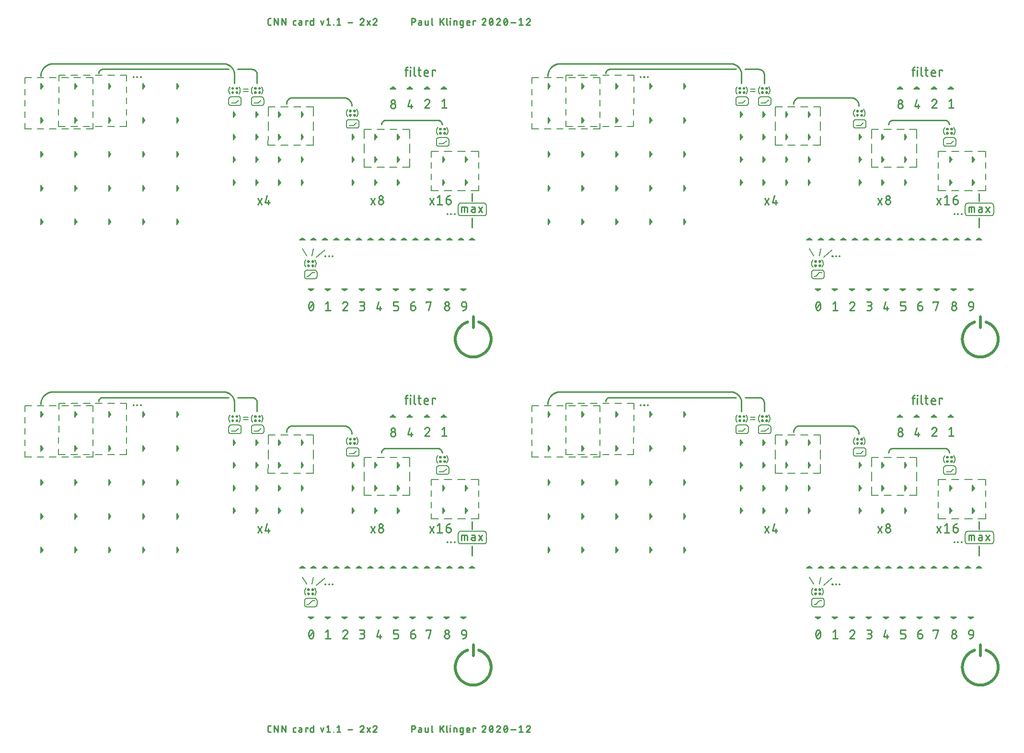
<source format=gto>
%MOIN*%
%OFA0B0*%
%FSLAX34Y34*%
%IPPOS*%
%LPD*%
%AMOC8*
5,1,8,0,0,$1,22.5*%
%AMOC80*
5,1,8,0,0,$1,22.5*%
%AMOC81*
5,1,8,0,0,$1,22.5*%
%AMOC80*
5,1,8,0,0,$1,22.5*%
%AMOC81*
5,1,8,0,0,$1,22.5*%
%AMOC80*
5,1,8,0,0,$1,22.5*%
%ADD10C,0.02*%
%ADD11C,0.008*%
%ADD12C,0.01*%
%ADD13C,0.0090000000000000011*%
%ADD14C,0.006000000000000001*%
%ADD15C,0.005*%
%ADD26C,0.02*%
%ADD27C,0.008*%
%ADD28C,0.01*%
%ADD29C,0.0090000000000000011*%
%ADD30C,0.006000000000000001*%
%ADD31C,0.005*%
%ADD32C,0.02*%
%ADD33C,0.008*%
%ADD34C,0.01*%
%ADD35C,0.0090000000000000011*%
%ADD36C,0.006000000000000001*%
%ADD37C,0.005*%
%ADD38C,0.02*%
%ADD39C,0.008*%
%ADD40C,0.01*%
%ADD41C,0.0090000000000000011*%
%ADD42C,0.006000000000000001*%
%ADD43C,0.005*%
%ADD44C,0.01*%
%ADD45C,0.01*%
G75*
G01*
D10*
X0066850Y0006417D02*
X0066821Y0006407D01*
X0066792Y0006396D01*
X0066764Y0006385D01*
X0066736Y0006373D01*
X0066708Y0006360D01*
X0066681Y0006346D01*
X0066654Y0006332D01*
X0066627Y0006317D01*
X0066601Y0006302D01*
X0066575Y0006286D01*
X0066549Y0006269D01*
X0066524Y0006252D01*
X0066500Y0006234D01*
X0066475Y0006215D01*
X0066452Y0006196D01*
X0066428Y0006177D01*
X0066405Y0006156D01*
X0066383Y0006135D01*
X0066361Y0006114D01*
X0066340Y0006092D01*
X0066319Y0006070D01*
X0066299Y0006047D01*
X0066279Y0006023D01*
X0066260Y0006000D01*
X0066242Y0005975D01*
X0066224Y0005950D01*
X0066207Y0005925D01*
X0066190Y0005900D01*
X0066174Y0005874D01*
X0066159Y0005847D01*
X0066144Y0005820D01*
X0066130Y0005793D01*
X0066117Y0005766D01*
X0066104Y0005738D01*
X0066092Y0005710D01*
X0066081Y0005682D01*
X0066071Y0005653D01*
X0066061Y0005624D01*
X0066052Y0005595D01*
X0066043Y0005566D01*
X0066035Y0005536D01*
X0066028Y0005506D01*
X0066022Y0005477D01*
X0066017Y0005447D01*
X0066012Y0005416D01*
X0066008Y0005386D01*
X0066004Y0005356D01*
X0066002Y0005325D01*
X0066000Y0005295D01*
X0065999Y0005264D01*
X0065999Y0005234D01*
X0065999Y0005203D01*
X0066000Y0005173D01*
X0066002Y0005142D01*
X0066005Y0005112D01*
X0066008Y0005082D01*
X0066012Y0005051D01*
X0066017Y0005021D01*
X0066023Y0004991D01*
X0066029Y0004961D01*
X0066036Y0004932D01*
X0066044Y0004902D01*
X0066053Y0004873D01*
X0066062Y0004844D01*
X0066072Y0004815D01*
X0066082Y0004786D01*
X0066094Y0004758D01*
X0066106Y0004730D01*
X0066119Y0004702D01*
X0066132Y0004675D01*
X0066146Y0004648D01*
X0066161Y0004621D01*
X0066176Y0004595D01*
X0066192Y0004569D01*
X0066209Y0004543D01*
X0066226Y0004518D01*
X0066244Y0004493D01*
X0066263Y0004469D01*
X0066282Y0004445D01*
X0066302Y0004422D01*
X0066322Y0004399D01*
X0066343Y0004377D01*
X0066364Y0004355D01*
X0066386Y0004333D01*
X0066408Y0004313D01*
X0066431Y0004292D01*
X0066454Y0004273D01*
X0066478Y0004254D01*
X0066503Y0004235D01*
X0066527Y0004217D01*
X0066552Y0004200D01*
X0066578Y0004184D01*
X0066604Y0004168D01*
X0066630Y0004152D01*
X0066657Y0004137D01*
X0066684Y0004123D01*
X0066712Y0004110D01*
X0066740Y0004097D01*
X0066768Y0004085D01*
X0066796Y0004074D01*
X0066825Y0004063D01*
X0066853Y0004053D01*
X0066882Y0004044D01*
X0066912Y0004036D01*
X0066941Y0004028D01*
X0066971Y0004021D01*
X0067001Y0004015D01*
X0067031Y0004009D01*
X0067061Y0004004D01*
X0067091Y0004000D01*
X0067122Y0003997D01*
X0067152Y0003994D01*
X0067183Y0003992D01*
X0067213Y0003991D01*
X0067244Y0003991D01*
X0067274Y0003991D01*
X0067305Y0003992D01*
X0067335Y0003994D01*
X0067365Y0003997D01*
X0067396Y0004000D01*
X0067426Y0004004D01*
X0067456Y0004009D01*
X0067486Y0004015D01*
X0067516Y0004021D01*
X0067546Y0004028D01*
X0067575Y0004036D01*
X0067605Y0004044D01*
X0067634Y0004053D01*
X0067663Y0004063D01*
X0067691Y0004074D01*
X0067720Y0004085D01*
X0067748Y0004097D01*
X0067775Y0004110D01*
X0067803Y0004123D01*
X0067830Y0004137D01*
X0067857Y0004152D01*
X0067883Y0004168D01*
X0067909Y0004184D01*
X0067935Y0004200D01*
X0067960Y0004217D01*
X0067985Y0004235D01*
X0068009Y0004254D01*
X0068033Y0004273D01*
X0068056Y0004292D01*
X0068079Y0004313D01*
X0068101Y0004333D01*
X0068123Y0004355D01*
X0068145Y0004377D01*
X0068165Y0004399D01*
X0068186Y0004422D01*
X0068205Y0004445D01*
X0068224Y0004469D01*
X0068243Y0004493D01*
X0068261Y0004518D01*
X0068278Y0004543D01*
X0068295Y0004569D01*
X0068311Y0004595D01*
X0068326Y0004621D01*
X0068341Y0004648D01*
X0068355Y0004675D01*
X0068368Y0004702D01*
X0068381Y0004730D01*
X0068393Y0004758D01*
X0068405Y0004786D01*
X0068415Y0004815D01*
X0068425Y0004844D01*
X0068435Y0004873D01*
X0068443Y0004902D01*
X0068451Y0004932D01*
X0068458Y0004961D01*
X0068464Y0004991D01*
X0068470Y0005021D01*
X0068475Y0005051D01*
X0068479Y0005082D01*
X0068482Y0005112D01*
X0068485Y0005142D01*
X0068487Y0005173D01*
X0068488Y0005203D01*
X0068489Y0005234D01*
X0068488Y0005264D01*
X0068487Y0005295D01*
X0068485Y0005325D01*
X0068483Y0005356D01*
X0068479Y0005386D01*
X0068475Y0005416D01*
X0068471Y0005447D01*
X0068465Y0005477D01*
X0068459Y0005506D01*
X0068452Y0005536D01*
X0068444Y0005566D01*
X0068436Y0005595D01*
X0068426Y0005624D01*
X0068417Y0005653D01*
X0068406Y0005682D01*
X0068395Y0005710D01*
X0068383Y0005738D01*
X0068370Y0005766D01*
X0068357Y0005793D01*
X0068343Y0005820D01*
X0068328Y0005847D01*
X0068313Y0005874D01*
X0068297Y0005900D01*
X0068280Y0005925D01*
X0068263Y0005950D01*
X0068245Y0005975D01*
X0068227Y0006000D01*
X0068208Y0006023D01*
X0068188Y0006047D01*
X0068168Y0006070D01*
X0068147Y0006092D01*
X0068126Y0006114D01*
X0068104Y0006135D01*
X0068082Y0006156D01*
X0068059Y0006177D01*
X0068036Y0006196D01*
X0068012Y0006215D01*
X0067988Y0006234D01*
X0067963Y0006252D01*
X0067938Y0006269D01*
X0067912Y0006286D01*
X0067886Y0006302D01*
X0067860Y0006317D01*
X0067833Y0006332D01*
X0067806Y0006346D01*
X0067779Y0006360D01*
X0067751Y0006373D01*
X0067723Y0006385D01*
X0067695Y0006396D01*
X0067666Y0006407D01*
X0067637Y0006417D01*
X0067244Y0006811D02*
X0067244Y0006023D01*
D11*
X0036522Y0023425D02*
X0036062Y0023425D01*
X0036915Y0023425D02*
X0037375Y0023425D01*
X0037768Y0023425D02*
X0038228Y0023425D01*
X0038622Y0023425D02*
X0039081Y0023425D01*
X0039475Y0023425D02*
X0039934Y0023425D01*
X0040328Y0023425D02*
X0040787Y0023425D01*
X0040787Y0023031D01*
X0040787Y0022637D02*
X0040787Y0022244D01*
X0040787Y0021850D02*
X0040787Y0021456D01*
X0040787Y0021062D02*
X0040787Y0020669D01*
X0040787Y0020275D02*
X0040787Y0019881D01*
X0040328Y0019881D01*
X0039934Y0019881D02*
X0039475Y0019881D01*
X0039081Y0019881D02*
X0038622Y0019881D01*
X0038228Y0019881D02*
X0037768Y0019881D01*
X0037375Y0019881D02*
X0036915Y0019881D01*
X0036522Y0019881D02*
X0036062Y0019881D01*
X0036062Y0020275D01*
X0036062Y0020669D02*
X0036062Y0021062D01*
X0036062Y0021456D02*
X0036062Y0021850D01*
X0036062Y0022244D02*
X0036062Y0022637D01*
X0036062Y0023031D02*
X0036062Y0023425D01*
X0038413Y0023608D02*
X0038872Y0023608D01*
X0039266Y0023608D02*
X0039725Y0023608D01*
X0040119Y0023608D02*
X0040578Y0023608D01*
X0040972Y0023608D02*
X0041431Y0023608D01*
X0041825Y0023608D02*
X0042284Y0023608D01*
X0042678Y0023608D02*
X0043137Y0023608D01*
X0043137Y0023206D01*
X0043136Y0022813D02*
X0043136Y0022411D01*
X0043135Y0022017D02*
X0043135Y0021616D01*
X0043134Y0021222D02*
X0043134Y0020820D01*
X0043133Y0020427D02*
X0043133Y0020025D01*
X0042674Y0020025D01*
X0042280Y0020025D02*
X0041821Y0020025D01*
X0041427Y0020025D02*
X0040968Y0020025D01*
X0040574Y0020025D02*
X0040115Y0020025D01*
X0039721Y0020025D02*
X0039262Y0020025D01*
X0038868Y0020025D02*
X0038408Y0020025D01*
X0038409Y0020427D01*
X0038409Y0020820D02*
X0038410Y0021222D01*
X0038410Y0021616D02*
X0038411Y0022017D01*
X0038411Y0022411D02*
X0038412Y0022813D01*
X0038412Y0023206D02*
X0038413Y0023608D01*
D12*
X0038017Y0024409D02*
X0037996Y0024409D01*
X0037975Y0024408D01*
X0037954Y0024407D01*
X0037934Y0024405D01*
X0037913Y0024403D01*
X0037892Y0024400D01*
X0037872Y0024397D01*
X0037851Y0024393D01*
X0037831Y0024389D01*
X0037811Y0024384D01*
X0037790Y0024379D01*
X0037770Y0024373D01*
X0037750Y0024367D01*
X0037731Y0024360D01*
X0037711Y0024353D01*
X0037692Y0024345D01*
X0037673Y0024337D01*
X0037654Y0024329D01*
X0037635Y0024320D01*
X0037616Y0024310D01*
X0037598Y0024300D01*
X0037580Y0024290D01*
X0037562Y0024279D01*
X0037545Y0024268D01*
X0037527Y0024256D01*
X0037510Y0024244D01*
X0037494Y0024232D01*
X0037477Y0024219D01*
X0037461Y0024206D01*
X0037445Y0024192D01*
X0037430Y0024178D01*
X0037415Y0024164D01*
X0037400Y0024149D01*
X0037386Y0024134D01*
X0037372Y0024119D01*
X0037358Y0024103D01*
X0037345Y0024087D01*
X0037332Y0024070D01*
X0037320Y0024054D01*
X0037308Y0024037D01*
X0037296Y0024020D01*
X0037285Y0024002D01*
X0037274Y0023984D01*
X0037264Y0023966D01*
X0037254Y0023948D01*
X0037244Y0023929D01*
X0037235Y0023910D01*
X0037227Y0023891D01*
X0037219Y0023872D01*
X0037211Y0023853D01*
X0037204Y0023833D01*
X0037197Y0023814D01*
X0037191Y0023794D01*
X0037185Y0023774D01*
X0037180Y0023754D01*
X0037175Y0023733D01*
X0037171Y0023713D01*
X0037167Y0023692D01*
X0037164Y0023672D01*
X0037161Y0023651D01*
X0037159Y0023630D01*
X0037157Y0023610D01*
X0037156Y0023589D01*
X0037155Y0023568D01*
X0037155Y0023547D01*
X0038017Y0024409D02*
X0049842Y0024409D01*
X0049861Y0024409D01*
X0049880Y0024409D01*
X0049899Y0024408D01*
X0049918Y0024406D01*
X0049937Y0024405D01*
X0049956Y0024402D01*
X0049975Y0024399D01*
X0049994Y0024396D01*
X0050013Y0024393D01*
X0050031Y0024388D01*
X0050050Y0024384D01*
X0050068Y0024379D01*
X0050086Y0024373D01*
X0050105Y0024367D01*
X0050123Y0024361D01*
X0050140Y0024354D01*
X0050158Y0024347D01*
X0050175Y0024339D01*
X0050193Y0024331D01*
X0050210Y0024323D01*
X0050227Y0024314D01*
X0050243Y0024304D01*
X0050260Y0024294D01*
X0050276Y0024284D01*
X0050292Y0024274D01*
X0050307Y0024263D01*
X0050323Y0024251D01*
X0050338Y0024240D01*
X0050353Y0024228D01*
X0050367Y0024215D01*
X0050381Y0024202D01*
X0050395Y0024189D01*
X0050409Y0024176D01*
X0050422Y0024162D01*
X0050435Y0024148D01*
X0050447Y0024134D01*
X0050459Y0024119D01*
X0050471Y0024104D01*
X0050482Y0024089D01*
X0050493Y0024073D01*
X0050504Y0024057D01*
X0050514Y0024041D01*
X0050524Y0024025D01*
X0050534Y0024008D01*
X0050543Y0023991D01*
X0050551Y0023974D01*
X0050560Y0023957D01*
X0050567Y0023940D01*
X0050575Y0023922D01*
X0050582Y0023904D01*
X0050588Y0023886D01*
X0050594Y0023868D01*
X0050600Y0023850D01*
X0050605Y0023832D01*
X0050609Y0023813D01*
X0050614Y0023794D01*
X0050617Y0023776D01*
X0050621Y0023757D01*
X0050624Y0023738D01*
X0050626Y0023719D01*
X0050628Y0023700D01*
X0050629Y0023681D01*
X0050630Y0023662D01*
X0050631Y0023643D01*
X0051810Y0024015D02*
X0051820Y0024016D01*
X0051829Y0024016D01*
X0051838Y0024016D01*
X0051847Y0024015D01*
X0051857Y0024015D01*
X0051866Y0024014D01*
X0051875Y0024013D01*
X0051884Y0024012D01*
X0051893Y0024010D01*
X0051902Y0024009D01*
X0051911Y0024007D01*
X0051920Y0024005D01*
X0051929Y0024003D01*
X0051938Y0024000D01*
X0051947Y0023997D01*
X0051955Y0023994D01*
X0051964Y0023991D01*
X0051973Y0023988D01*
X0051981Y0023984D01*
X0051989Y0023980D01*
X0051998Y0023976D01*
X0052006Y0023972D01*
X0052014Y0023968D01*
X0052022Y0023963D01*
X0052030Y0023958D01*
X0052037Y0023953D01*
X0052045Y0023948D01*
X0052053Y0023943D01*
X0052060Y0023937D01*
X0052067Y0023932D01*
X0052074Y0023926D01*
X0052081Y0023920D01*
X0052088Y0023913D01*
X0052095Y0023907D01*
X0052101Y0023900D01*
X0052107Y0023894D01*
X0052113Y0023887D01*
X0052119Y0023880D01*
X0052125Y0023873D01*
X0052131Y0023865D01*
X0052136Y0023858D01*
X0052141Y0023850D01*
X0052146Y0023843D01*
X0052151Y0023835D01*
X0052156Y0023827D01*
X0052160Y0023819D01*
X0052165Y0023811D01*
X0052169Y0023802D01*
X0052173Y0023794D01*
X0052176Y0023786D01*
X0052180Y0023777D01*
X0052183Y0023768D01*
X0052186Y0023760D01*
X0052189Y0023751D01*
X0052191Y0023742D01*
X0052194Y0023733D01*
X0052196Y0023724D01*
X0052198Y0023715D01*
X0052200Y0023706D01*
X0052201Y0023697D01*
X0052202Y0023688D01*
X0052203Y0023679D01*
X0052204Y0023670D01*
X0052205Y0023661D01*
X0041453Y0024015D02*
X0041447Y0024015D01*
X0041440Y0024015D01*
X0041434Y0024015D01*
X0041428Y0024014D01*
X0041421Y0024013D01*
X0041415Y0024012D01*
X0041408Y0024011D01*
X0041402Y0024010D01*
X0041396Y0024009D01*
X0041390Y0024007D01*
X0041383Y0024006D01*
X0041377Y0024004D01*
X0041371Y0024002D01*
X0041365Y0024000D01*
X0041359Y0023998D01*
X0041353Y0023996D01*
X0041347Y0023993D01*
X0041341Y0023990D01*
X0041335Y0023988D01*
X0041329Y0023985D01*
X0041324Y0023982D01*
X0041318Y0023978D01*
X0041313Y0023975D01*
X0041307Y0023972D01*
X0041302Y0023968D01*
X0041297Y0023964D01*
X0041292Y0023960D01*
X0041286Y0023957D01*
X0041281Y0023952D01*
X0041277Y0023948D01*
X0041272Y0023944D01*
X0041267Y0023939D01*
X0041263Y0023935D01*
X0041258Y0023930D01*
X0041254Y0023925D01*
X0041250Y0023921D01*
X0041246Y0023916D01*
X0041242Y0023911D01*
X0041238Y0023905D01*
X0041234Y0023900D01*
X0041230Y0023895D01*
X0041227Y0023889D01*
X0041224Y0023884D01*
X0041220Y0023878D01*
X0041217Y0023873D01*
X0041214Y0023867D01*
X0041212Y0023861D01*
X0041209Y0023855D01*
X0041206Y0023849D01*
X0041204Y0023843D01*
X0041202Y0023837D01*
X0041200Y0023831D01*
X0041198Y0023825D01*
X0041196Y0023819D01*
X0041195Y0023812D01*
X0041193Y0023806D01*
X0041192Y0023800D01*
X0041191Y0023794D01*
X0041190Y0023787D01*
X0041189Y0023781D01*
X0041188Y0023774D01*
X0041187Y0023768D01*
X0041187Y0023762D01*
X0041187Y0023755D01*
X0041187Y0023749D01*
X0041453Y0024015D02*
X0050236Y0024015D01*
X0050868Y0024012D02*
X0050868Y0024013D01*
X0050869Y0024013D01*
X0050869Y0024014D01*
X0050869Y0024014D01*
X0050870Y0024015D01*
X0050870Y0024015D01*
X0050871Y0024015D01*
X0050871Y0024015D01*
X0051810Y0024015D01*
D13*
X0052520Y0015018D02*
X0052249Y0014611D01*
X0052520Y0014611D02*
X0052249Y0015018D01*
X0052769Y0014747D02*
X0052905Y0015221D01*
X0052769Y0014747D02*
X0053108Y0014747D01*
X0053006Y0014883D02*
X0053006Y0014611D01*
X0060123Y0014611D02*
X0060394Y0015018D01*
X0060123Y0015018D02*
X0060394Y0014611D01*
X0060643Y0014781D02*
X0060643Y0014786D01*
X0060643Y0014791D01*
X0060644Y0014796D01*
X0060644Y0014801D01*
X0060645Y0014806D01*
X0060646Y0014811D01*
X0060647Y0014816D01*
X0060648Y0014821D01*
X0060649Y0014826D01*
X0060651Y0014831D01*
X0060652Y0014836D01*
X0060654Y0014841D01*
X0060656Y0014846D01*
X0060658Y0014850D01*
X0060660Y0014855D01*
X0060663Y0014860D01*
X0060665Y0014864D01*
X0060668Y0014869D01*
X0060670Y0014873D01*
X0060673Y0014877D01*
X0060676Y0014881D01*
X0060679Y0014885D01*
X0060682Y0014889D01*
X0060686Y0014893D01*
X0060689Y0014897D01*
X0060693Y0014901D01*
X0060696Y0014904D01*
X0060700Y0014908D01*
X0060704Y0014911D01*
X0060708Y0014914D01*
X0060712Y0014917D01*
X0060716Y0014920D01*
X0060721Y0014923D01*
X0060725Y0014926D01*
X0060729Y0014928D01*
X0060734Y0014931D01*
X0060738Y0014933D01*
X0060743Y0014935D01*
X0060748Y0014937D01*
X0060753Y0014939D01*
X0060757Y0014941D01*
X0060762Y0014943D01*
X0060767Y0014944D01*
X0060772Y0014945D01*
X0060777Y0014947D01*
X0060782Y0014948D01*
X0060787Y0014948D01*
X0060792Y0014949D01*
X0060797Y0014950D01*
X0060802Y0014950D01*
X0060807Y0014950D01*
X0060813Y0014950D01*
X0060818Y0014950D01*
X0060823Y0014950D01*
X0060828Y0014950D01*
X0060833Y0014949D01*
X0060838Y0014948D01*
X0060843Y0014948D01*
X0060848Y0014947D01*
X0060853Y0014945D01*
X0060858Y0014944D01*
X0060863Y0014943D01*
X0060868Y0014941D01*
X0060873Y0014939D01*
X0060877Y0014937D01*
X0060882Y0014935D01*
X0060887Y0014933D01*
X0060891Y0014931D01*
X0060896Y0014928D01*
X0060900Y0014926D01*
X0060905Y0014923D01*
X0060909Y0014920D01*
X0060913Y0014917D01*
X0060917Y0014914D01*
X0060921Y0014911D01*
X0060925Y0014908D01*
X0060929Y0014904D01*
X0060932Y0014901D01*
X0060936Y0014897D01*
X0060939Y0014893D01*
X0060943Y0014889D01*
X0060946Y0014885D01*
X0060949Y0014881D01*
X0060952Y0014877D01*
X0060955Y0014873D01*
X0060958Y0014869D01*
X0060960Y0014864D01*
X0060963Y0014860D01*
X0060965Y0014855D01*
X0060967Y0014850D01*
X0060969Y0014846D01*
X0060971Y0014841D01*
X0060973Y0014836D01*
X0060974Y0014831D01*
X0060976Y0014826D01*
X0060977Y0014821D01*
X0060978Y0014816D01*
X0060979Y0014811D01*
X0060980Y0014806D01*
X0060981Y0014801D01*
X0060981Y0014796D01*
X0060982Y0014791D01*
X0060982Y0014786D01*
X0060982Y0014781D01*
X0060982Y0014776D01*
X0060982Y0014771D01*
X0060981Y0014766D01*
X0060981Y0014760D01*
X0060980Y0014755D01*
X0060979Y0014750D01*
X0060978Y0014745D01*
X0060977Y0014740D01*
X0060976Y0014735D01*
X0060974Y0014730D01*
X0060973Y0014726D01*
X0060971Y0014721D01*
X0060969Y0014716D01*
X0060967Y0014711D01*
X0060965Y0014707D01*
X0060963Y0014702D01*
X0060960Y0014698D01*
X0060958Y0014693D01*
X0060955Y0014689D01*
X0060952Y0014685D01*
X0060949Y0014680D01*
X0060946Y0014676D01*
X0060943Y0014672D01*
X0060939Y0014668D01*
X0060936Y0014665D01*
X0060932Y0014661D01*
X0060929Y0014657D01*
X0060925Y0014654D01*
X0060921Y0014651D01*
X0060917Y0014647D01*
X0060913Y0014644D01*
X0060909Y0014641D01*
X0060905Y0014639D01*
X0060900Y0014636D01*
X0060896Y0014633D01*
X0060891Y0014631D01*
X0060887Y0014629D01*
X0060882Y0014626D01*
X0060877Y0014624D01*
X0060873Y0014622D01*
X0060868Y0014621D01*
X0060863Y0014619D01*
X0060858Y0014618D01*
X0060853Y0014616D01*
X0060848Y0014615D01*
X0060843Y0014614D01*
X0060838Y0014613D01*
X0060833Y0014613D01*
X0060828Y0014612D01*
X0060823Y0014612D01*
X0060818Y0014612D01*
X0060813Y0014611D01*
X0060807Y0014612D01*
X0060802Y0014612D01*
X0060797Y0014612D01*
X0060792Y0014613D01*
X0060787Y0014613D01*
X0060782Y0014614D01*
X0060777Y0014615D01*
X0060772Y0014616D01*
X0060767Y0014618D01*
X0060762Y0014619D01*
X0060757Y0014621D01*
X0060753Y0014622D01*
X0060748Y0014624D01*
X0060743Y0014626D01*
X0060738Y0014629D01*
X0060734Y0014631D01*
X0060729Y0014633D01*
X0060725Y0014636D01*
X0060721Y0014639D01*
X0060716Y0014641D01*
X0060712Y0014644D01*
X0060708Y0014647D01*
X0060704Y0014651D01*
X0060700Y0014654D01*
X0060696Y0014657D01*
X0060693Y0014661D01*
X0060689Y0014665D01*
X0060686Y0014668D01*
X0060682Y0014672D01*
X0060679Y0014676D01*
X0060676Y0014680D01*
X0060673Y0014685D01*
X0060670Y0014689D01*
X0060668Y0014693D01*
X0060665Y0014698D01*
X0060663Y0014702D01*
X0060660Y0014707D01*
X0060658Y0014711D01*
X0060656Y0014716D01*
X0060654Y0014721D01*
X0060652Y0014726D01*
X0060651Y0014730D01*
X0060649Y0014735D01*
X0060648Y0014740D01*
X0060647Y0014745D01*
X0060646Y0014750D01*
X0060645Y0014755D01*
X0060644Y0014760D01*
X0060644Y0014766D01*
X0060643Y0014771D01*
X0060643Y0014776D01*
X0060643Y0014781D01*
X0060677Y0015086D02*
X0060677Y0015090D01*
X0060677Y0015095D01*
X0060678Y0015100D01*
X0060678Y0015104D01*
X0060679Y0015109D01*
X0060680Y0015113D01*
X0060681Y0015118D01*
X0060682Y0015122D01*
X0060683Y0015126D01*
X0060685Y0015131D01*
X0060686Y0015135D01*
X0060688Y0015139D01*
X0060690Y0015144D01*
X0060692Y0015148D01*
X0060694Y0015152D01*
X0060696Y0015156D01*
X0060699Y0015160D01*
X0060701Y0015163D01*
X0060704Y0015167D01*
X0060707Y0015171D01*
X0060710Y0015174D01*
X0060713Y0015178D01*
X0060716Y0015181D01*
X0060719Y0015184D01*
X0060723Y0015187D01*
X0060726Y0015190D01*
X0060730Y0015193D01*
X0060733Y0015196D01*
X0060737Y0015198D01*
X0060741Y0015201D01*
X0060745Y0015203D01*
X0060749Y0015205D01*
X0060753Y0015208D01*
X0060757Y0015210D01*
X0060761Y0015211D01*
X0060766Y0015213D01*
X0060770Y0015215D01*
X0060774Y0015216D01*
X0060779Y0015217D01*
X0060783Y0015218D01*
X0060788Y0015219D01*
X0060792Y0015220D01*
X0060797Y0015220D01*
X0060801Y0015221D01*
X0060806Y0015221D01*
X0060810Y0015221D01*
X0060815Y0015221D01*
X0060819Y0015221D01*
X0060824Y0015221D01*
X0060829Y0015220D01*
X0060833Y0015220D01*
X0060838Y0015219D01*
X0060842Y0015218D01*
X0060847Y0015217D01*
X0060851Y0015216D01*
X0060855Y0015215D01*
X0060860Y0015213D01*
X0060864Y0015211D01*
X0060868Y0015210D01*
X0060872Y0015208D01*
X0060876Y0015205D01*
X0060880Y0015203D01*
X0060884Y0015201D01*
X0060888Y0015198D01*
X0060892Y0015196D01*
X0060896Y0015193D01*
X0060899Y0015190D01*
X0060903Y0015187D01*
X0060906Y0015184D01*
X0060909Y0015181D01*
X0060912Y0015178D01*
X0060915Y0015174D01*
X0060918Y0015171D01*
X0060921Y0015167D01*
X0060924Y0015163D01*
X0060926Y0015160D01*
X0060929Y0015156D01*
X0060931Y0015152D01*
X0060933Y0015148D01*
X0060935Y0015144D01*
X0060937Y0015139D01*
X0060939Y0015135D01*
X0060940Y0015131D01*
X0060942Y0015126D01*
X0060943Y0015122D01*
X0060944Y0015118D01*
X0060945Y0015113D01*
X0060946Y0015109D01*
X0060947Y0015104D01*
X0060947Y0015100D01*
X0060948Y0015095D01*
X0060948Y0015090D01*
X0060948Y0015086D01*
X0060948Y0015081D01*
X0060948Y0015077D01*
X0060947Y0015072D01*
X0060947Y0015068D01*
X0060946Y0015063D01*
X0060945Y0015059D01*
X0060944Y0015054D01*
X0060943Y0015050D01*
X0060942Y0015045D01*
X0060940Y0015041D01*
X0060939Y0015037D01*
X0060937Y0015032D01*
X0060935Y0015028D01*
X0060933Y0015024D01*
X0060931Y0015020D01*
X0060929Y0015016D01*
X0060926Y0015012D01*
X0060924Y0015008D01*
X0060921Y0015005D01*
X0060918Y0015001D01*
X0060915Y0014998D01*
X0060912Y0014994D01*
X0060909Y0014991D01*
X0060906Y0014988D01*
X0060903Y0014985D01*
X0060899Y0014982D01*
X0060896Y0014979D01*
X0060892Y0014976D01*
X0060888Y0014973D01*
X0060884Y0014971D01*
X0060880Y0014968D01*
X0060876Y0014966D01*
X0060872Y0014964D01*
X0060868Y0014962D01*
X0060864Y0014960D01*
X0060860Y0014959D01*
X0060855Y0014957D01*
X0060851Y0014956D01*
X0060847Y0014955D01*
X0060842Y0014954D01*
X0060838Y0014953D01*
X0060833Y0014952D01*
X0060829Y0014951D01*
X0060824Y0014951D01*
X0060819Y0014950D01*
X0060815Y0014950D01*
X0060810Y0014950D01*
X0060806Y0014950D01*
X0060801Y0014951D01*
X0060797Y0014951D01*
X0060792Y0014952D01*
X0060788Y0014953D01*
X0060783Y0014954D01*
X0060779Y0014955D01*
X0060774Y0014956D01*
X0060770Y0014957D01*
X0060766Y0014959D01*
X0060761Y0014960D01*
X0060757Y0014962D01*
X0060753Y0014964D01*
X0060749Y0014966D01*
X0060745Y0014968D01*
X0060741Y0014971D01*
X0060737Y0014973D01*
X0060733Y0014976D01*
X0060730Y0014979D01*
X0060726Y0014982D01*
X0060723Y0014985D01*
X0060719Y0014988D01*
X0060716Y0014991D01*
X0060713Y0014994D01*
X0060710Y0014998D01*
X0060707Y0015001D01*
X0060704Y0015005D01*
X0060701Y0015008D01*
X0060699Y0015012D01*
X0060696Y0015016D01*
X0060694Y0015020D01*
X0060692Y0015024D01*
X0060690Y0015028D01*
X0060688Y0015032D01*
X0060686Y0015037D01*
X0060685Y0015041D01*
X0060683Y0015045D01*
X0060682Y0015050D01*
X0060681Y0015054D01*
X0060680Y0015059D01*
X0060679Y0015063D01*
X0060678Y0015068D01*
X0060678Y0015072D01*
X0060677Y0015077D01*
X0060677Y0015081D01*
X0060677Y0015086D01*
X0064218Y0014611D02*
X0064489Y0015018D01*
X0064218Y0015018D02*
X0064489Y0014611D01*
X0064738Y0015086D02*
X0064907Y0015221D01*
X0064907Y0014611D01*
X0064738Y0014611D02*
X0065077Y0014611D01*
X0065353Y0014950D02*
X0065556Y0014950D01*
X0065561Y0014950D01*
X0065565Y0014950D01*
X0065570Y0014950D01*
X0065574Y0014949D01*
X0065579Y0014948D01*
X0065583Y0014948D01*
X0065588Y0014947D01*
X0065592Y0014946D01*
X0065597Y0014944D01*
X0065601Y0014943D01*
X0065605Y0014941D01*
X0065609Y0014940D01*
X0065613Y0014938D01*
X0065618Y0014936D01*
X0065622Y0014934D01*
X0065625Y0014931D01*
X0065629Y0014929D01*
X0065633Y0014927D01*
X0065637Y0014924D01*
X0065640Y0014921D01*
X0065644Y0014918D01*
X0065647Y0014915D01*
X0065651Y0014912D01*
X0065654Y0014909D01*
X0065657Y0014906D01*
X0065660Y0014902D01*
X0065663Y0014899D01*
X0065666Y0014895D01*
X0065668Y0014892D01*
X0065671Y0014888D01*
X0065673Y0014884D01*
X0065675Y0014880D01*
X0065677Y0014876D01*
X0065679Y0014872D01*
X0065681Y0014868D01*
X0065683Y0014863D01*
X0065684Y0014859D01*
X0065686Y0014855D01*
X0065687Y0014851D01*
X0065688Y0014846D01*
X0065689Y0014842D01*
X0065690Y0014837D01*
X0065691Y0014833D01*
X0065691Y0014828D01*
X0065692Y0014824D01*
X0065692Y0014819D01*
X0065692Y0014815D01*
X0065692Y0014781D01*
X0065692Y0014776D01*
X0065692Y0014771D01*
X0065691Y0014766D01*
X0065691Y0014760D01*
X0065690Y0014755D01*
X0065689Y0014750D01*
X0065688Y0014745D01*
X0065687Y0014740D01*
X0065686Y0014735D01*
X0065684Y0014730D01*
X0065683Y0014726D01*
X0065681Y0014721D01*
X0065679Y0014716D01*
X0065677Y0014711D01*
X0065675Y0014707D01*
X0065673Y0014702D01*
X0065670Y0014698D01*
X0065667Y0014693D01*
X0065665Y0014689D01*
X0065662Y0014685D01*
X0065659Y0014680D01*
X0065656Y0014676D01*
X0065653Y0014672D01*
X0065649Y0014668D01*
X0065646Y0014665D01*
X0065642Y0014661D01*
X0065639Y0014657D01*
X0065635Y0014654D01*
X0065631Y0014651D01*
X0065627Y0014647D01*
X0065623Y0014644D01*
X0065619Y0014641D01*
X0065615Y0014639D01*
X0065610Y0014636D01*
X0065606Y0014633D01*
X0065601Y0014631D01*
X0065597Y0014629D01*
X0065592Y0014626D01*
X0065587Y0014624D01*
X0065583Y0014622D01*
X0065578Y0014621D01*
X0065573Y0014619D01*
X0065568Y0014618D01*
X0065563Y0014616D01*
X0065558Y0014615D01*
X0065553Y0014614D01*
X0065548Y0014613D01*
X0065543Y0014613D01*
X0065538Y0014612D01*
X0065533Y0014612D01*
X0065528Y0014612D01*
X0065522Y0014611D01*
X0065517Y0014612D01*
X0065512Y0014612D01*
X0065507Y0014612D01*
X0065502Y0014613D01*
X0065497Y0014613D01*
X0065492Y0014614D01*
X0065487Y0014615D01*
X0065482Y0014616D01*
X0065477Y0014618D01*
X0065472Y0014619D01*
X0065467Y0014621D01*
X0065462Y0014622D01*
X0065458Y0014624D01*
X0065453Y0014626D01*
X0065448Y0014629D01*
X0065444Y0014631D01*
X0065439Y0014633D01*
X0065435Y0014636D01*
X0065430Y0014639D01*
X0065426Y0014641D01*
X0065422Y0014644D01*
X0065418Y0014647D01*
X0065414Y0014651D01*
X0065410Y0014654D01*
X0065406Y0014657D01*
X0065403Y0014661D01*
X0065399Y0014665D01*
X0065396Y0014668D01*
X0065392Y0014672D01*
X0065389Y0014676D01*
X0065386Y0014680D01*
X0065383Y0014685D01*
X0065380Y0014689D01*
X0065377Y0014693D01*
X0065375Y0014698D01*
X0065372Y0014702D01*
X0065370Y0014707D01*
X0065368Y0014711D01*
X0065366Y0014716D01*
X0065364Y0014721D01*
X0065362Y0014726D01*
X0065361Y0014730D01*
X0065359Y0014735D01*
X0065358Y0014740D01*
X0065357Y0014745D01*
X0065356Y0014750D01*
X0065355Y0014755D01*
X0065354Y0014760D01*
X0065354Y0014766D01*
X0065353Y0014771D01*
X0065353Y0014776D01*
X0065353Y0014781D01*
X0065353Y0014781D02*
X0065353Y0014950D01*
X0065353Y0014957D01*
X0065353Y0014964D01*
X0065354Y0014970D01*
X0065354Y0014977D01*
X0065355Y0014983D01*
X0065356Y0014990D01*
X0065357Y0014997D01*
X0065358Y0015003D01*
X0065360Y0015010D01*
X0065361Y0015016D01*
X0065363Y0015023D01*
X0065365Y0015029D01*
X0065367Y0015035D01*
X0065369Y0015042D01*
X0065371Y0015048D01*
X0065374Y0015054D01*
X0065376Y0015060D01*
X0065379Y0015066D01*
X0065382Y0015072D01*
X0065385Y0015078D01*
X0065388Y0015084D01*
X0065392Y0015090D01*
X0065395Y0015095D01*
X0065399Y0015101D01*
X0065403Y0015106D01*
X0065406Y0015112D01*
X0065410Y0015117D01*
X0065415Y0015122D01*
X0065419Y0015127D01*
X0065423Y0015132D01*
X0065428Y0015137D01*
X0065432Y0015142D01*
X0065437Y0015147D01*
X0065442Y0015151D01*
X0065447Y0015156D01*
X0065452Y0015160D01*
X0065457Y0015164D01*
X0065463Y0015168D01*
X0065468Y0015172D01*
X0065474Y0015176D01*
X0065479Y0015179D01*
X0065485Y0015183D01*
X0065491Y0015186D01*
X0065496Y0015189D01*
X0065502Y0015192D01*
X0065508Y0015195D01*
X0065514Y0015198D01*
X0065520Y0015201D01*
X0065527Y0015203D01*
X0065533Y0015206D01*
X0065539Y0015208D01*
X0065545Y0015210D01*
X0065552Y0015212D01*
X0065558Y0015213D01*
X0065565Y0015215D01*
X0065571Y0015216D01*
X0065578Y0015217D01*
X0065584Y0015218D01*
X0065591Y0015219D01*
X0065598Y0015220D01*
X0065604Y0015221D01*
X0065611Y0015221D01*
X0065618Y0015221D01*
X0065624Y0015221D01*
D12*
X0050629Y0023031D02*
X0050629Y0023622D01*
X0052204Y0023622D02*
X0052204Y0023031D01*
D11*
X0052980Y0021403D02*
X0053472Y0021403D01*
X0053866Y0021403D02*
X0054358Y0021403D01*
X0054751Y0021403D02*
X0055244Y0021403D01*
X0055637Y0021403D02*
X0056129Y0021403D01*
X0056128Y0020773D01*
X0056128Y0020380D02*
X0056127Y0019749D01*
X0056126Y0019356D02*
X0056125Y0018726D01*
X0055633Y0018726D01*
X0055239Y0018726D02*
X0054747Y0018726D01*
X0054353Y0018726D02*
X0053861Y0018726D01*
X0053468Y0018726D02*
X0052975Y0018726D01*
X0052976Y0019356D01*
X0052977Y0019749D02*
X0052978Y0020380D01*
X0052979Y0020773D02*
X0052980Y0021403D01*
D12*
X0054862Y0022047D02*
X0058208Y0022047D01*
X0058222Y0022047D01*
X0058237Y0022046D01*
X0058251Y0022045D01*
X0058265Y0022044D01*
X0058279Y0022042D01*
X0058293Y0022041D01*
X0058308Y0022038D01*
X0058322Y0022036D01*
X0058336Y0022033D01*
X0058349Y0022030D01*
X0058363Y0022026D01*
X0058377Y0022022D01*
X0058391Y0022018D01*
X0058404Y0022013D01*
X0058418Y0022008D01*
X0058431Y0022003D01*
X0058444Y0021998D01*
X0058457Y0021992D01*
X0058470Y0021986D01*
X0058483Y0021979D01*
X0058495Y0021972D01*
X0058507Y0021965D01*
X0058520Y0021958D01*
X0058532Y0021950D01*
X0058544Y0021942D01*
X0058555Y0021934D01*
X0058567Y0021925D01*
X0058578Y0021917D01*
X0058589Y0021908D01*
X0058600Y0021898D01*
X0058610Y0021889D01*
X0058621Y0021879D01*
X0058631Y0021869D01*
X0058641Y0021858D01*
X0058650Y0021848D01*
X0058660Y0021837D01*
X0058669Y0021826D01*
X0058677Y0021815D01*
X0058686Y0021803D01*
X0058694Y0021792D01*
X0058702Y0021780D01*
X0058710Y0021768D01*
X0058717Y0021756D01*
X0058724Y0021743D01*
X0058731Y0021731D01*
X0058737Y0021718D01*
X0058744Y0021705D01*
X0058750Y0021692D01*
X0058755Y0021679D01*
X0058760Y0021666D01*
X0058765Y0021652D01*
X0058770Y0021639D01*
X0058774Y0021625D01*
X0058778Y0021611D01*
X0058782Y0021598D01*
X0058785Y0021584D01*
X0058788Y0021570D01*
X0058790Y0021556D01*
X0058792Y0021542D01*
X0058794Y0021527D01*
X0058796Y0021513D01*
X0058797Y0021499D01*
X0058798Y0021485D01*
X0058799Y0021470D01*
X0058799Y0021456D01*
D11*
X0064310Y0018307D02*
X0064310Y0017913D01*
X0064310Y0017519D02*
X0064310Y0017125D01*
X0064310Y0016732D02*
X0064310Y0016338D01*
X0064310Y0015944D02*
X0064310Y0015551D01*
X0064842Y0015551D01*
X0065236Y0015551D02*
X0065767Y0015551D01*
X0066161Y0015551D02*
X0066692Y0015551D01*
X0067086Y0015551D02*
X0067618Y0015551D01*
X0067618Y0015944D01*
X0067618Y0016338D02*
X0067618Y0016732D01*
X0067618Y0017125D02*
X0067618Y0017519D01*
X0067618Y0017913D02*
X0067618Y0018307D01*
X0067086Y0018307D01*
X0066692Y0018307D02*
X0066161Y0018307D01*
X0065767Y0018307D02*
X0065236Y0018307D01*
X0064842Y0018307D02*
X0064310Y0018307D01*
D13*
X0066442Y0014440D02*
X0066442Y0014060D01*
X0066442Y0014440D02*
X0066727Y0014440D01*
X0066731Y0014440D01*
X0066735Y0014440D01*
X0066739Y0014440D01*
X0066742Y0014439D01*
X0066746Y0014438D01*
X0066750Y0014437D01*
X0066754Y0014437D01*
X0066757Y0014435D01*
X0066761Y0014434D01*
X0066764Y0014433D01*
X0066768Y0014431D01*
X0066771Y0014429D01*
X0066775Y0014428D01*
X0066778Y0014426D01*
X0066781Y0014423D01*
X0066784Y0014421D01*
X0066787Y0014419D01*
X0066790Y0014416D01*
X0066793Y0014414D01*
X0066796Y0014411D01*
X0066798Y0014408D01*
X0066801Y0014405D01*
X0066803Y0014402D01*
X0066805Y0014399D01*
X0066807Y0014396D01*
X0066809Y0014393D01*
X0066811Y0014389D01*
X0066813Y0014386D01*
X0066815Y0014382D01*
X0066816Y0014379D01*
X0066817Y0014375D01*
X0066818Y0014372D01*
X0066819Y0014368D01*
X0066820Y0014364D01*
X0066821Y0014360D01*
X0066821Y0014357D01*
X0066822Y0014353D01*
X0066822Y0014349D01*
X0066822Y0014345D01*
X0066822Y0014060D01*
X0066632Y0014060D02*
X0066632Y0014440D01*
X0067217Y0014282D02*
X0067360Y0014282D01*
X0067217Y0014282D02*
X0067213Y0014282D01*
X0067209Y0014282D01*
X0067205Y0014281D01*
X0067201Y0014281D01*
X0067197Y0014280D01*
X0067193Y0014279D01*
X0067188Y0014278D01*
X0067185Y0014277D01*
X0067181Y0014276D01*
X0067177Y0014274D01*
X0067173Y0014273D01*
X0067169Y0014271D01*
X0067165Y0014269D01*
X0067162Y0014267D01*
X0067158Y0014265D01*
X0067155Y0014263D01*
X0067151Y0014260D01*
X0067148Y0014258D01*
X0067145Y0014255D01*
X0067142Y0014252D01*
X0067139Y0014249D01*
X0067136Y0014246D01*
X0067133Y0014243D01*
X0067131Y0014240D01*
X0067128Y0014237D01*
X0067126Y0014233D01*
X0067123Y0014230D01*
X0067121Y0014227D01*
X0067119Y0014223D01*
X0067117Y0014219D01*
X0067116Y0014215D01*
X0067114Y0014212D01*
X0067113Y0014208D01*
X0067111Y0014204D01*
X0067110Y0014200D01*
X0067109Y0014196D01*
X0067108Y0014192D01*
X0067108Y0014188D01*
X0067107Y0014183D01*
X0067107Y0014179D01*
X0067106Y0014175D01*
X0067106Y0014171D01*
X0067106Y0014167D01*
X0067107Y0014163D01*
X0067107Y0014159D01*
X0067108Y0014155D01*
X0067108Y0014150D01*
X0067109Y0014146D01*
X0067110Y0014142D01*
X0067111Y0014138D01*
X0067113Y0014134D01*
X0067114Y0014131D01*
X0067116Y0014127D01*
X0067117Y0014123D01*
X0067119Y0014119D01*
X0067121Y0014116D01*
X0067123Y0014112D01*
X0067126Y0014109D01*
X0067128Y0014105D01*
X0067131Y0014102D01*
X0067133Y0014099D01*
X0067136Y0014096D01*
X0067139Y0014093D01*
X0067142Y0014090D01*
X0067145Y0014087D01*
X0067148Y0014084D01*
X0067151Y0014082D01*
X0067155Y0014080D01*
X0067158Y0014077D01*
X0067162Y0014075D01*
X0067165Y0014073D01*
X0067169Y0014071D01*
X0067173Y0014070D01*
X0067177Y0014068D01*
X0067181Y0014066D01*
X0067185Y0014065D01*
X0067188Y0014064D01*
X0067193Y0014063D01*
X0067197Y0014062D01*
X0067201Y0014061D01*
X0067205Y0014061D01*
X0067209Y0014061D01*
X0067213Y0014060D01*
X0067217Y0014060D01*
X0067360Y0014060D01*
X0067360Y0014345D01*
X0067360Y0014349D01*
X0067359Y0014353D01*
X0067359Y0014357D01*
X0067358Y0014360D01*
X0067358Y0014364D01*
X0067357Y0014368D01*
X0067356Y0014372D01*
X0067355Y0014375D01*
X0067354Y0014379D01*
X0067352Y0014382D01*
X0067351Y0014386D01*
X0067349Y0014389D01*
X0067347Y0014393D01*
X0067345Y0014396D01*
X0067343Y0014399D01*
X0067341Y0014402D01*
X0067338Y0014405D01*
X0067336Y0014408D01*
X0067333Y0014411D01*
X0067331Y0014414D01*
X0067328Y0014416D01*
X0067325Y0014419D01*
X0067322Y0014421D01*
X0067319Y0014423D01*
X0067315Y0014426D01*
X0067312Y0014428D01*
X0067309Y0014429D01*
X0067305Y0014431D01*
X0067302Y0014433D01*
X0067298Y0014434D01*
X0067295Y0014435D01*
X0067291Y0014437D01*
X0067287Y0014437D01*
X0067284Y0014438D01*
X0067280Y0014439D01*
X0067276Y0014440D01*
X0067272Y0014440D01*
X0067269Y0014440D01*
X0067265Y0014440D01*
X0067138Y0014440D01*
X0067617Y0014060D02*
X0067871Y0014440D01*
X0067617Y0014440D02*
X0067871Y0014060D01*
D14*
X0067972Y0014704D02*
X0066397Y0014704D01*
X0066200Y0014507D02*
X0066200Y0014015D01*
X0066200Y0014010D01*
X0066201Y0014004D01*
X0066201Y0013999D01*
X0066201Y0013993D01*
X0066202Y0013988D01*
X0066203Y0013982D01*
X0066204Y0013977D01*
X0066205Y0013971D01*
X0066206Y0013966D01*
X0066208Y0013961D01*
X0066210Y0013955D01*
X0066211Y0013950D01*
X0066213Y0013945D01*
X0066215Y0013940D01*
X0066217Y0013935D01*
X0066220Y0013930D01*
X0066222Y0013925D01*
X0066225Y0013920D01*
X0066228Y0013915D01*
X0066230Y0013911D01*
X0066233Y0013906D01*
X0066237Y0013901D01*
X0066240Y0013897D01*
X0066243Y0013893D01*
X0066247Y0013888D01*
X0066250Y0013884D01*
X0066254Y0013880D01*
X0066258Y0013876D01*
X0066262Y0013872D01*
X0066266Y0013868D01*
X0066270Y0013865D01*
X0066274Y0013861D01*
X0066279Y0013858D01*
X0066283Y0013855D01*
X0066288Y0013852D01*
X0066292Y0013849D01*
X0066297Y0013846D01*
X0066302Y0013843D01*
X0066307Y0013840D01*
X0066312Y0013838D01*
X0066317Y0013836D01*
X0066322Y0013833D01*
X0066327Y0013831D01*
X0066332Y0013829D01*
X0066337Y0013828D01*
X0066343Y0013826D01*
X0066348Y0013825D01*
X0066353Y0013823D01*
X0066359Y0013822D01*
X0066364Y0013821D01*
X0066370Y0013820D01*
X0066375Y0013820D01*
X0066381Y0013819D01*
X0066386Y0013819D01*
X0066392Y0013818D01*
X0066397Y0013818D01*
X0067972Y0013818D01*
X0067977Y0013818D01*
X0067983Y0013819D01*
X0067988Y0013819D01*
X0067994Y0013820D01*
X0067999Y0013820D01*
X0068005Y0013821D01*
X0068010Y0013822D01*
X0068016Y0013823D01*
X0068021Y0013825D01*
X0068026Y0013826D01*
X0068032Y0013828D01*
X0068037Y0013829D01*
X0068042Y0013831D01*
X0068047Y0013833D01*
X0068052Y0013836D01*
X0068057Y0013838D01*
X0068062Y0013840D01*
X0068067Y0013843D01*
X0068072Y0013846D01*
X0068077Y0013849D01*
X0068081Y0013852D01*
X0068086Y0013855D01*
X0068090Y0013858D01*
X0068095Y0013861D01*
X0068099Y0013865D01*
X0068103Y0013868D01*
X0068107Y0013872D01*
X0068111Y0013876D01*
X0068115Y0013880D01*
X0068119Y0013884D01*
X0068122Y0013888D01*
X0068126Y0013893D01*
X0068129Y0013897D01*
X0068132Y0013901D01*
X0068136Y0013906D01*
X0068139Y0013911D01*
X0068141Y0013915D01*
X0068144Y0013920D01*
X0068147Y0013925D01*
X0068149Y0013930D01*
X0068152Y0013935D01*
X0068154Y0013940D01*
X0068156Y0013945D01*
X0068158Y0013950D01*
X0068159Y0013955D01*
X0068161Y0013961D01*
X0068163Y0013966D01*
X0068164Y0013971D01*
X0068165Y0013977D01*
X0068166Y0013982D01*
X0068167Y0013988D01*
X0068168Y0013993D01*
X0068168Y0013999D01*
X0068168Y0014004D01*
X0068169Y0014010D01*
X0068169Y0014015D01*
X0068169Y0014507D01*
X0068169Y0014513D01*
X0068168Y0014518D01*
X0068168Y0014524D01*
X0068168Y0014529D01*
X0068167Y0014535D01*
X0068166Y0014540D01*
X0068165Y0014546D01*
X0068164Y0014551D01*
X0068163Y0014557D01*
X0068161Y0014562D01*
X0068159Y0014567D01*
X0068158Y0014572D01*
X0068156Y0014578D01*
X0068154Y0014583D01*
X0068152Y0014588D01*
X0068149Y0014593D01*
X0068147Y0014598D01*
X0068144Y0014603D01*
X0068141Y0014607D01*
X0068139Y0014612D01*
X0068136Y0014617D01*
X0068132Y0014621D01*
X0068129Y0014626D01*
X0068126Y0014630D01*
X0068122Y0014634D01*
X0068119Y0014639D01*
X0068115Y0014643D01*
X0068111Y0014647D01*
X0068107Y0014650D01*
X0068103Y0014654D01*
X0068099Y0014658D01*
X0068095Y0014661D01*
X0068090Y0014665D01*
X0068086Y0014668D01*
X0068081Y0014671D01*
X0068077Y0014674D01*
X0068072Y0014677D01*
X0068067Y0014680D01*
X0068062Y0014682D01*
X0068057Y0014685D01*
X0068052Y0014687D01*
X0068047Y0014689D01*
X0068042Y0014691D01*
X0068037Y0014693D01*
X0068032Y0014695D01*
X0068026Y0014697D01*
X0068021Y0014698D01*
X0068016Y0014699D01*
X0068010Y0014700D01*
X0068005Y0014701D01*
X0067999Y0014702D01*
X0067994Y0014703D01*
X0067988Y0014704D01*
X0067983Y0014704D01*
X0067977Y0014704D01*
X0067972Y0014704D01*
X0066397Y0014704D02*
X0066392Y0014704D01*
X0066386Y0014704D01*
X0066381Y0014704D01*
X0066375Y0014703D01*
X0066370Y0014702D01*
X0066364Y0014701D01*
X0066359Y0014700D01*
X0066353Y0014699D01*
X0066348Y0014698D01*
X0066343Y0014697D01*
X0066337Y0014695D01*
X0066332Y0014693D01*
X0066327Y0014691D01*
X0066322Y0014689D01*
X0066317Y0014687D01*
X0066312Y0014685D01*
X0066307Y0014682D01*
X0066302Y0014680D01*
X0066297Y0014677D01*
X0066292Y0014674D01*
X0066288Y0014671D01*
X0066283Y0014668D01*
X0066279Y0014665D01*
X0066274Y0014661D01*
X0066270Y0014658D01*
X0066266Y0014654D01*
X0066262Y0014650D01*
X0066258Y0014647D01*
X0066254Y0014643D01*
X0066250Y0014639D01*
X0066247Y0014634D01*
X0066243Y0014630D01*
X0066240Y0014626D01*
X0066237Y0014621D01*
X0066233Y0014617D01*
X0066230Y0014612D01*
X0066228Y0014607D01*
X0066225Y0014603D01*
X0066222Y0014598D01*
X0066220Y0014593D01*
X0066217Y0014588D01*
X0066215Y0014583D01*
X0066213Y0014578D01*
X0066211Y0014572D01*
X0066210Y0014567D01*
X0066208Y0014562D01*
X0066206Y0014557D01*
X0066205Y0014551D01*
X0066204Y0014546D01*
X0066203Y0014540D01*
X0066202Y0014535D01*
X0066201Y0014529D01*
X0066201Y0014524D01*
X0066201Y0014518D01*
X0066200Y0014513D01*
X0066200Y0014507D01*
D11*
X0060165Y0019828D02*
X0059673Y0019828D01*
X0060559Y0019828D02*
X0061051Y0019828D01*
X0061444Y0019828D02*
X0061937Y0019828D01*
X0062330Y0019828D02*
X0062822Y0019828D01*
X0062821Y0019212D01*
X0062821Y0018818D02*
X0062820Y0018201D01*
X0062819Y0017807D02*
X0062818Y0017190D01*
X0062326Y0017190D01*
X0061932Y0017190D02*
X0061440Y0017190D01*
X0061046Y0017190D02*
X0060554Y0017190D01*
X0060160Y0017190D02*
X0059668Y0017190D01*
X0059669Y0017807D01*
X0059670Y0018201D02*
X0059671Y0018818D01*
X0059672Y0019212D02*
X0059673Y0019828D01*
D12*
X0061161Y0020472D02*
X0064389Y0020472D01*
X0061161Y0020472D02*
X0061154Y0020472D01*
X0061147Y0020472D01*
X0061140Y0020471D01*
X0061132Y0020471D01*
X0061125Y0020470D01*
X0061118Y0020469D01*
X0061111Y0020468D01*
X0061104Y0020466D01*
X0061097Y0020465D01*
X0061090Y0020463D01*
X0061083Y0020462D01*
X0061076Y0020460D01*
X0061070Y0020457D01*
X0061063Y0020455D01*
X0061056Y0020453D01*
X0061050Y0020450D01*
X0061043Y0020447D01*
X0061036Y0020444D01*
X0061030Y0020441D01*
X0061024Y0020438D01*
X0061017Y0020435D01*
X0061011Y0020431D01*
X0061005Y0020427D01*
X0060999Y0020424D01*
X0060993Y0020420D01*
X0060987Y0020416D01*
X0060982Y0020411D01*
X0060976Y0020407D01*
X0060970Y0020402D01*
X0060965Y0020398D01*
X0060960Y0020393D01*
X0060955Y0020388D01*
X0060950Y0020383D01*
X0060945Y0020378D01*
X0060940Y0020372D01*
X0060935Y0020367D01*
X0060931Y0020362D01*
X0060926Y0020356D01*
X0060922Y0020350D01*
X0060918Y0020344D01*
X0060914Y0020338D01*
X0060910Y0020332D01*
X0060906Y0020326D01*
X0060903Y0020320D01*
X0060899Y0020314D01*
X0060896Y0020308D01*
X0060893Y0020301D01*
X0060890Y0020295D01*
X0060887Y0020288D01*
X0060885Y0020281D01*
X0060882Y0020275D01*
X0060880Y0020268D01*
X0060878Y0020261D01*
X0060876Y0020254D01*
X0060874Y0020247D01*
X0060873Y0020240D01*
X0060871Y0020233D01*
X0060870Y0020226D01*
X0060869Y0020219D01*
X0060868Y0020212D01*
X0060867Y0020205D01*
X0060866Y0020198D01*
X0060866Y0020191D01*
X0060866Y0020184D01*
X0060866Y0020177D01*
D13*
X0065418Y0013976D02*
X0065418Y0013942D01*
X0065418Y0013976D02*
X0065452Y0013976D01*
X0065452Y0013942D01*
X0065418Y0013942D01*
X0065665Y0013942D02*
X0065665Y0013976D01*
X0065699Y0013976D01*
X0065699Y0013942D01*
X0065665Y0013942D01*
X0065911Y0013942D02*
X0065911Y0013976D01*
X0065945Y0013976D01*
X0065945Y0013942D01*
X0065911Y0013942D01*
X0043588Y0023470D02*
X0043588Y0023504D01*
X0043622Y0023504D01*
X0043622Y0023470D01*
X0043588Y0023470D01*
X0043834Y0023470D02*
X0043834Y0023504D01*
X0043868Y0023504D01*
X0043868Y0023470D01*
X0043834Y0023470D01*
X0044080Y0023470D02*
X0044080Y0023504D01*
X0044114Y0023504D01*
X0044114Y0023470D01*
X0044080Y0023470D01*
X0055843Y0007755D02*
X0055838Y0007744D01*
X0055833Y0007733D01*
X0055829Y0007722D01*
X0055824Y0007711D01*
X0055820Y0007699D01*
X0055817Y0007688D01*
X0055813Y0007677D01*
X0055810Y0007665D01*
X0055807Y0007653D01*
X0055804Y0007642D01*
X0055802Y0007630D01*
X0055800Y0007618D01*
X0055798Y0007606D01*
X0055796Y0007594D01*
X0055795Y0007582D01*
X0055794Y0007571D01*
X0055793Y0007559D01*
X0055793Y0007547D01*
X0055792Y0007535D01*
X0055843Y0007755D02*
X0055845Y0007759D01*
X0055846Y0007763D01*
X0055848Y0007767D01*
X0055850Y0007771D01*
X0055852Y0007775D01*
X0055854Y0007778D01*
X0055856Y0007782D01*
X0055859Y0007786D01*
X0055861Y0007789D01*
X0055864Y0007792D01*
X0055867Y0007796D01*
X0055870Y0007799D01*
X0055873Y0007802D01*
X0055876Y0007805D01*
X0055879Y0007808D01*
X0055882Y0007811D01*
X0055886Y0007814D01*
X0055889Y0007816D01*
X0055893Y0007819D01*
X0055896Y0007821D01*
X0055900Y0007823D01*
X0055904Y0007825D01*
X0055908Y0007827D01*
X0055912Y0007829D01*
X0055916Y0007831D01*
X0055920Y0007832D01*
X0055924Y0007834D01*
X0055928Y0007835D01*
X0055932Y0007836D01*
X0055936Y0007837D01*
X0055940Y0007838D01*
X0055945Y0007838D01*
X0055949Y0007839D01*
X0055953Y0007839D01*
X0055958Y0007839D01*
X0055962Y0007840D01*
X0055966Y0007839D01*
X0055971Y0007839D01*
X0055975Y0007839D01*
X0055979Y0007838D01*
X0055983Y0007838D01*
X0055988Y0007837D01*
X0055992Y0007836D01*
X0055996Y0007835D01*
X0056000Y0007834D01*
X0056004Y0007832D01*
X0056008Y0007831D01*
X0056012Y0007829D01*
X0056016Y0007827D01*
X0056020Y0007825D01*
X0056024Y0007823D01*
X0056028Y0007821D01*
X0056031Y0007819D01*
X0056035Y0007816D01*
X0056038Y0007814D01*
X0056042Y0007811D01*
X0056045Y0007808D01*
X0056048Y0007805D01*
X0056051Y0007802D01*
X0056054Y0007799D01*
X0056057Y0007796D01*
X0056060Y0007792D01*
X0056062Y0007789D01*
X0056065Y0007786D01*
X0056067Y0007782D01*
X0056070Y0007778D01*
X0056072Y0007775D01*
X0056074Y0007771D01*
X0056076Y0007767D01*
X0056077Y0007763D01*
X0056079Y0007759D01*
X0056081Y0007755D01*
X0056086Y0007744D01*
X0056091Y0007733D01*
X0056095Y0007722D01*
X0056100Y0007711D01*
X0056104Y0007699D01*
X0056107Y0007688D01*
X0056111Y0007677D01*
X0056114Y0007665D01*
X0056117Y0007653D01*
X0056120Y0007642D01*
X0056122Y0007630D01*
X0056124Y0007618D01*
X0056126Y0007606D01*
X0056128Y0007594D01*
X0056129Y0007582D01*
X0056130Y0007571D01*
X0056131Y0007559D01*
X0056131Y0007547D01*
X0056131Y0007535D01*
X0055792Y0007535D02*
X0055793Y0007523D01*
X0055793Y0007511D01*
X0055794Y0007499D01*
X0055795Y0007487D01*
X0055796Y0007475D01*
X0055798Y0007463D01*
X0055800Y0007451D01*
X0055802Y0007439D01*
X0055804Y0007427D01*
X0055807Y0007416D01*
X0055810Y0007404D01*
X0055813Y0007392D01*
X0055817Y0007381D01*
X0055820Y0007370D01*
X0055824Y0007358D01*
X0055829Y0007347D01*
X0055833Y0007336D01*
X0055838Y0007325D01*
X0055843Y0007314D01*
X0055845Y0007310D01*
X0055846Y0007306D01*
X0055848Y0007302D01*
X0055850Y0007298D01*
X0055852Y0007295D01*
X0055854Y0007291D01*
X0055856Y0007287D01*
X0055859Y0007284D01*
X0055861Y0007280D01*
X0055864Y0007277D01*
X0055867Y0007273D01*
X0055870Y0007270D01*
X0055873Y0007267D01*
X0055876Y0007264D01*
X0055879Y0007261D01*
X0055882Y0007258D01*
X0055886Y0007255D01*
X0055889Y0007253D01*
X0055893Y0007250D01*
X0055896Y0007248D01*
X0055900Y0007246D01*
X0055904Y0007244D01*
X0055908Y0007242D01*
X0055912Y0007240D01*
X0055916Y0007238D01*
X0055920Y0007237D01*
X0055924Y0007236D01*
X0055928Y0007234D01*
X0055932Y0007233D01*
X0055936Y0007232D01*
X0055940Y0007231D01*
X0055945Y0007231D01*
X0055949Y0007230D01*
X0055953Y0007230D01*
X0055958Y0007230D01*
X0055962Y0007230D01*
X0056081Y0007314D02*
X0056086Y0007325D01*
X0056091Y0007336D01*
X0056095Y0007347D01*
X0056099Y0007358D01*
X0056104Y0007370D01*
X0056107Y0007381D01*
X0056111Y0007392D01*
X0056114Y0007404D01*
X0056117Y0007416D01*
X0056120Y0007427D01*
X0056122Y0007439D01*
X0056124Y0007451D01*
X0056126Y0007463D01*
X0056128Y0007475D01*
X0056129Y0007487D01*
X0056130Y0007499D01*
X0056131Y0007511D01*
X0056131Y0007523D01*
X0056131Y0007535D01*
X0056081Y0007314D02*
X0056079Y0007310D01*
X0056077Y0007306D01*
X0056076Y0007302D01*
X0056074Y0007298D01*
X0056072Y0007295D01*
X0056070Y0007291D01*
X0056067Y0007287D01*
X0056065Y0007284D01*
X0056062Y0007280D01*
X0056060Y0007277D01*
X0056057Y0007273D01*
X0056054Y0007270D01*
X0056051Y0007267D01*
X0056048Y0007264D01*
X0056045Y0007261D01*
X0056042Y0007258D01*
X0056038Y0007255D01*
X0056035Y0007253D01*
X0056031Y0007250D01*
X0056028Y0007248D01*
X0056024Y0007246D01*
X0056020Y0007244D01*
X0056016Y0007242D01*
X0056012Y0007240D01*
X0056008Y0007238D01*
X0056004Y0007237D01*
X0056000Y0007236D01*
X0055996Y0007234D01*
X0055992Y0007233D01*
X0055988Y0007232D01*
X0055983Y0007231D01*
X0055979Y0007231D01*
X0055975Y0007230D01*
X0055971Y0007230D01*
X0055966Y0007230D01*
X0055962Y0007230D01*
X0055826Y0007365D02*
X0056097Y0007704D01*
X0056974Y0007704D02*
X0057143Y0007840D01*
X0057143Y0007230D01*
X0056974Y0007230D02*
X0057312Y0007230D01*
X0058341Y0007840D02*
X0058346Y0007840D01*
X0058351Y0007839D01*
X0058355Y0007839D01*
X0058360Y0007838D01*
X0058365Y0007838D01*
X0058370Y0007837D01*
X0058374Y0007836D01*
X0058379Y0007835D01*
X0058384Y0007834D01*
X0058388Y0007832D01*
X0058393Y0007831D01*
X0058397Y0007829D01*
X0058402Y0007827D01*
X0058406Y0007825D01*
X0058410Y0007823D01*
X0058415Y0007821D01*
X0058419Y0007818D01*
X0058423Y0007816D01*
X0058427Y0007813D01*
X0058431Y0007810D01*
X0058435Y0007808D01*
X0058438Y0007805D01*
X0058442Y0007801D01*
X0058445Y0007798D01*
X0058449Y0007795D01*
X0058452Y0007791D01*
X0058455Y0007788D01*
X0058459Y0007784D01*
X0058462Y0007781D01*
X0058464Y0007777D01*
X0058467Y0007773D01*
X0058470Y0007769D01*
X0058472Y0007765D01*
X0058475Y0007761D01*
X0058477Y0007756D01*
X0058479Y0007752D01*
X0058481Y0007748D01*
X0058483Y0007743D01*
X0058485Y0007739D01*
X0058486Y0007734D01*
X0058488Y0007730D01*
X0058489Y0007725D01*
X0058490Y0007720D01*
X0058491Y0007716D01*
X0058492Y0007711D01*
X0058492Y0007706D01*
X0058493Y0007701D01*
X0058493Y0007697D01*
X0058494Y0007692D01*
X0058494Y0007687D01*
X0058341Y0007840D02*
X0058336Y0007839D01*
X0058330Y0007839D01*
X0058325Y0007839D01*
X0058319Y0007838D01*
X0058314Y0007838D01*
X0058308Y0007837D01*
X0058303Y0007836D01*
X0058298Y0007835D01*
X0058292Y0007833D01*
X0058287Y0007832D01*
X0058282Y0007830D01*
X0058277Y0007829D01*
X0058271Y0007827D01*
X0058266Y0007825D01*
X0058261Y0007823D01*
X0058256Y0007820D01*
X0058251Y0007818D01*
X0058247Y0007815D01*
X0058242Y0007813D01*
X0058237Y0007810D01*
X0058233Y0007807D01*
X0058228Y0007804D01*
X0058224Y0007800D01*
X0058219Y0007797D01*
X0058215Y0007794D01*
X0058211Y0007790D01*
X0058207Y0007786D01*
X0058203Y0007783D01*
X0058199Y0007779D01*
X0058195Y0007775D01*
X0058192Y0007771D01*
X0058188Y0007766D01*
X0058185Y0007762D01*
X0058182Y0007758D01*
X0058179Y0007753D01*
X0058176Y0007748D01*
X0058173Y0007744D01*
X0058170Y0007739D01*
X0058167Y0007734D01*
X0058165Y0007729D01*
X0058163Y0007724D01*
X0058160Y0007719D01*
X0058158Y0007714D01*
X0058156Y0007709D01*
X0058155Y0007704D01*
X0058443Y0007568D02*
X0058446Y0007572D01*
X0058450Y0007575D01*
X0058453Y0007579D01*
X0058456Y0007583D01*
X0058459Y0007587D01*
X0058462Y0007591D01*
X0058465Y0007595D01*
X0058468Y0007599D01*
X0058470Y0007603D01*
X0058473Y0007607D01*
X0058475Y0007611D01*
X0058477Y0007616D01*
X0058479Y0007620D01*
X0058481Y0007625D01*
X0058483Y0007629D01*
X0058485Y0007634D01*
X0058486Y0007639D01*
X0058488Y0007643D01*
X0058489Y0007648D01*
X0058490Y0007653D01*
X0058491Y0007658D01*
X0058492Y0007663D01*
X0058492Y0007667D01*
X0058493Y0007672D01*
X0058493Y0007677D01*
X0058494Y0007682D01*
X0058494Y0007687D01*
X0058443Y0007568D02*
X0058155Y0007230D01*
X0058494Y0007230D01*
X0059336Y0007230D02*
X0059505Y0007230D01*
X0059510Y0007230D01*
X0059515Y0007230D01*
X0059521Y0007230D01*
X0059526Y0007231D01*
X0059531Y0007231D01*
X0059536Y0007232D01*
X0059541Y0007233D01*
X0059546Y0007234D01*
X0059551Y0007236D01*
X0059556Y0007237D01*
X0059561Y0007239D01*
X0059565Y0007241D01*
X0059570Y0007242D01*
X0059575Y0007244D01*
X0059579Y0007247D01*
X0059584Y0007249D01*
X0059588Y0007251D01*
X0059593Y0007254D01*
X0059597Y0007257D01*
X0059602Y0007260D01*
X0059606Y0007262D01*
X0059610Y0007266D01*
X0059614Y0007269D01*
X0059618Y0007272D01*
X0059621Y0007276D01*
X0059625Y0007279D01*
X0059629Y0007283D01*
X0059632Y0007287D01*
X0059635Y0007290D01*
X0059639Y0007295D01*
X0059642Y0007299D01*
X0059645Y0007303D01*
X0059648Y0007307D01*
X0059650Y0007311D01*
X0059653Y0007316D01*
X0059655Y0007320D01*
X0059658Y0007325D01*
X0059660Y0007329D01*
X0059662Y0007334D01*
X0059664Y0007339D01*
X0059665Y0007344D01*
X0059667Y0007349D01*
X0059668Y0007353D01*
X0059670Y0007358D01*
X0059671Y0007363D01*
X0059672Y0007368D01*
X0059673Y0007373D01*
X0059673Y0007379D01*
X0059674Y0007384D01*
X0059674Y0007389D01*
X0059675Y0007394D01*
X0059675Y0007399D01*
X0059675Y0007404D01*
X0059674Y0007409D01*
X0059674Y0007414D01*
X0059673Y0007419D01*
X0059673Y0007425D01*
X0059672Y0007430D01*
X0059671Y0007434D01*
X0059670Y0007440D01*
X0059668Y0007445D01*
X0059667Y0007449D01*
X0059665Y0007454D01*
X0059664Y0007459D01*
X0059662Y0007464D01*
X0059660Y0007469D01*
X0059658Y0007473D01*
X0059655Y0007478D01*
X0059653Y0007482D01*
X0059650Y0007487D01*
X0059648Y0007491D01*
X0059645Y0007495D01*
X0059642Y0007499D01*
X0059639Y0007503D01*
X0059635Y0007507D01*
X0059632Y0007511D01*
X0059629Y0007515D01*
X0059625Y0007519D01*
X0059621Y0007522D01*
X0059618Y0007526D01*
X0059614Y0007529D01*
X0059610Y0007532D01*
X0059606Y0007535D01*
X0059602Y0007538D01*
X0059597Y0007541D01*
X0059593Y0007544D01*
X0059588Y0007547D01*
X0059584Y0007549D01*
X0059579Y0007551D01*
X0059575Y0007554D01*
X0059570Y0007556D01*
X0059565Y0007557D01*
X0059561Y0007559D01*
X0059556Y0007561D01*
X0059551Y0007562D01*
X0059546Y0007564D01*
X0059541Y0007565D01*
X0059536Y0007566D01*
X0059531Y0007566D01*
X0059526Y0007567D01*
X0059521Y0007568D01*
X0059515Y0007568D01*
X0059510Y0007568D01*
X0059505Y0007568D01*
X0059539Y0007840D02*
X0059336Y0007840D01*
X0059539Y0007840D02*
X0059544Y0007839D01*
X0059548Y0007839D01*
X0059553Y0007839D01*
X0059557Y0007838D01*
X0059562Y0007838D01*
X0059566Y0007837D01*
X0059571Y0007836D01*
X0059575Y0007835D01*
X0059580Y0007833D01*
X0059584Y0007832D01*
X0059588Y0007830D01*
X0059593Y0007829D01*
X0059597Y0007827D01*
X0059601Y0007825D01*
X0059605Y0007822D01*
X0059609Y0007820D01*
X0059613Y0007818D01*
X0059617Y0007815D01*
X0059620Y0007813D01*
X0059624Y0007810D01*
X0059627Y0007807D01*
X0059631Y0007804D01*
X0059634Y0007801D01*
X0059637Y0007797D01*
X0059640Y0007794D01*
X0059643Y0007791D01*
X0059646Y0007787D01*
X0059649Y0007783D01*
X0059652Y0007780D01*
X0059654Y0007776D01*
X0059657Y0007772D01*
X0059659Y0007768D01*
X0059661Y0007764D01*
X0059663Y0007760D01*
X0059665Y0007755D01*
X0059666Y0007751D01*
X0059668Y0007747D01*
X0059669Y0007742D01*
X0059670Y0007738D01*
X0059671Y0007733D01*
X0059672Y0007729D01*
X0059673Y0007724D01*
X0059674Y0007720D01*
X0059674Y0007715D01*
X0059675Y0007711D01*
X0059675Y0007706D01*
X0059675Y0007702D01*
X0059675Y0007697D01*
X0059674Y0007693D01*
X0059674Y0007688D01*
X0059673Y0007683D01*
X0059672Y0007679D01*
X0059671Y0007674D01*
X0059670Y0007670D01*
X0059669Y0007666D01*
X0059668Y0007661D01*
X0059666Y0007657D01*
X0059665Y0007653D01*
X0059663Y0007648D01*
X0059661Y0007644D01*
X0059659Y0007640D01*
X0059657Y0007636D01*
X0059654Y0007632D01*
X0059652Y0007628D01*
X0059649Y0007625D01*
X0059646Y0007621D01*
X0059643Y0007617D01*
X0059640Y0007614D01*
X0059637Y0007611D01*
X0059634Y0007607D01*
X0059631Y0007604D01*
X0059627Y0007601D01*
X0059624Y0007598D01*
X0059620Y0007595D01*
X0059617Y0007593D01*
X0059613Y0007590D01*
X0059609Y0007588D01*
X0059605Y0007585D01*
X0059601Y0007583D01*
X0059597Y0007581D01*
X0059593Y0007579D01*
X0059588Y0007578D01*
X0059584Y0007576D01*
X0059580Y0007575D01*
X0059575Y0007573D01*
X0059571Y0007572D01*
X0059566Y0007571D01*
X0059562Y0007570D01*
X0059557Y0007570D01*
X0059553Y0007569D01*
X0059548Y0007569D01*
X0059544Y0007569D01*
X0059539Y0007568D01*
X0059404Y0007568D01*
X0060517Y0007365D02*
X0060652Y0007840D01*
X0060517Y0007365D02*
X0060856Y0007365D01*
X0060754Y0007501D02*
X0060754Y0007230D01*
X0061698Y0007230D02*
X0061901Y0007230D01*
X0061906Y0007230D01*
X0061910Y0007230D01*
X0061915Y0007230D01*
X0061919Y0007231D01*
X0061924Y0007231D01*
X0061928Y0007232D01*
X0061933Y0007233D01*
X0061937Y0007234D01*
X0061942Y0007236D01*
X0061946Y0007237D01*
X0061950Y0007239D01*
X0061954Y0007240D01*
X0061958Y0007242D01*
X0061962Y0007244D01*
X0061967Y0007246D01*
X0061970Y0007248D01*
X0061974Y0007251D01*
X0061978Y0007253D01*
X0061982Y0007256D01*
X0061985Y0007259D01*
X0061989Y0007262D01*
X0061992Y0007265D01*
X0061996Y0007268D01*
X0061999Y0007271D01*
X0062002Y0007274D01*
X0062005Y0007278D01*
X0062008Y0007281D01*
X0062010Y0007285D01*
X0062013Y0007288D01*
X0062016Y0007292D01*
X0062018Y0007296D01*
X0062020Y0007300D01*
X0062022Y0007304D01*
X0062024Y0007308D01*
X0062026Y0007312D01*
X0062028Y0007316D01*
X0062029Y0007321D01*
X0062031Y0007325D01*
X0062032Y0007329D01*
X0062033Y0007334D01*
X0062034Y0007338D01*
X0062035Y0007343D01*
X0062036Y0007347D01*
X0062036Y0007352D01*
X0062037Y0007356D01*
X0062037Y0007361D01*
X0062037Y0007365D01*
X0062037Y0007433D01*
X0062037Y0007437D01*
X0062037Y0007442D01*
X0062036Y0007446D01*
X0062036Y0007451D01*
X0062035Y0007455D01*
X0062034Y0007460D01*
X0062033Y0007464D01*
X0062032Y0007469D01*
X0062031Y0007473D01*
X0062029Y0007477D01*
X0062028Y0007482D01*
X0062026Y0007486D01*
X0062024Y0007490D01*
X0062022Y0007494D01*
X0062020Y0007498D01*
X0062018Y0007502D01*
X0062016Y0007506D01*
X0062013Y0007510D01*
X0062010Y0007513D01*
X0062008Y0007517D01*
X0062005Y0007520D01*
X0062002Y0007524D01*
X0061999Y0007527D01*
X0061996Y0007530D01*
X0061992Y0007533D01*
X0061989Y0007536D01*
X0061985Y0007539D01*
X0061982Y0007542D01*
X0061978Y0007545D01*
X0061974Y0007547D01*
X0061970Y0007550D01*
X0061967Y0007552D01*
X0061962Y0007554D01*
X0061958Y0007556D01*
X0061954Y0007558D01*
X0061950Y0007559D01*
X0061946Y0007561D01*
X0061942Y0007562D01*
X0061937Y0007564D01*
X0061933Y0007565D01*
X0061928Y0007566D01*
X0061924Y0007567D01*
X0061919Y0007567D01*
X0061915Y0007568D01*
X0061910Y0007568D01*
X0061906Y0007568D01*
X0061901Y0007568D01*
X0061698Y0007568D01*
X0061698Y0007840D01*
X0062037Y0007840D01*
X0062879Y0007568D02*
X0063082Y0007568D01*
X0063087Y0007568D01*
X0063092Y0007568D01*
X0063096Y0007568D01*
X0063101Y0007567D01*
X0063105Y0007567D01*
X0063109Y0007566D01*
X0063114Y0007565D01*
X0063118Y0007564D01*
X0063123Y0007562D01*
X0063127Y0007561D01*
X0063131Y0007559D01*
X0063135Y0007558D01*
X0063140Y0007556D01*
X0063144Y0007554D01*
X0063148Y0007552D01*
X0063152Y0007550D01*
X0063155Y0007547D01*
X0063159Y0007545D01*
X0063163Y0007542D01*
X0063166Y0007539D01*
X0063170Y0007536D01*
X0063173Y0007533D01*
X0063177Y0007530D01*
X0063180Y0007527D01*
X0063183Y0007524D01*
X0063186Y0007520D01*
X0063189Y0007517D01*
X0063192Y0007513D01*
X0063194Y0007510D01*
X0063197Y0007506D01*
X0063199Y0007502D01*
X0063201Y0007498D01*
X0063203Y0007494D01*
X0063205Y0007490D01*
X0063207Y0007486D01*
X0063209Y0007482D01*
X0063210Y0007477D01*
X0063212Y0007473D01*
X0063213Y0007469D01*
X0063214Y0007464D01*
X0063215Y0007460D01*
X0063216Y0007455D01*
X0063217Y0007451D01*
X0063217Y0007446D01*
X0063218Y0007442D01*
X0063218Y0007437D01*
X0063218Y0007433D01*
X0063218Y0007399D01*
X0063218Y0007394D01*
X0063218Y0007389D01*
X0063217Y0007384D01*
X0063217Y0007379D01*
X0063216Y0007373D01*
X0063215Y0007368D01*
X0063214Y0007363D01*
X0063213Y0007358D01*
X0063212Y0007353D01*
X0063210Y0007349D01*
X0063209Y0007344D01*
X0063207Y0007339D01*
X0063205Y0007334D01*
X0063203Y0007329D01*
X0063201Y0007325D01*
X0063199Y0007320D01*
X0063196Y0007316D01*
X0063194Y0007311D01*
X0063191Y0007307D01*
X0063188Y0007303D01*
X0063185Y0007299D01*
X0063182Y0007295D01*
X0063179Y0007290D01*
X0063175Y0007287D01*
X0063172Y0007283D01*
X0063168Y0007279D01*
X0063165Y0007276D01*
X0063161Y0007272D01*
X0063157Y0007269D01*
X0063153Y0007266D01*
X0063149Y0007262D01*
X0063145Y0007260D01*
X0063141Y0007257D01*
X0063136Y0007254D01*
X0063132Y0007251D01*
X0063127Y0007249D01*
X0063123Y0007247D01*
X0063118Y0007244D01*
X0063113Y0007242D01*
X0063109Y0007241D01*
X0063104Y0007239D01*
X0063099Y0007237D01*
X0063094Y0007236D01*
X0063089Y0007234D01*
X0063084Y0007233D01*
X0063079Y0007232D01*
X0063074Y0007231D01*
X0063069Y0007231D01*
X0063064Y0007230D01*
X0063059Y0007230D01*
X0063054Y0007230D01*
X0063049Y0007230D01*
X0063043Y0007230D01*
X0063038Y0007230D01*
X0063033Y0007230D01*
X0063028Y0007231D01*
X0063023Y0007231D01*
X0063018Y0007232D01*
X0063013Y0007233D01*
X0063008Y0007234D01*
X0063003Y0007236D01*
X0062998Y0007237D01*
X0062993Y0007239D01*
X0062988Y0007241D01*
X0062984Y0007242D01*
X0062979Y0007244D01*
X0062974Y0007247D01*
X0062970Y0007249D01*
X0062965Y0007251D01*
X0062961Y0007254D01*
X0062957Y0007257D01*
X0062952Y0007260D01*
X0062948Y0007262D01*
X0062944Y0007266D01*
X0062940Y0007269D01*
X0062936Y0007272D01*
X0062932Y0007276D01*
X0062929Y0007279D01*
X0062925Y0007283D01*
X0062922Y0007287D01*
X0062918Y0007290D01*
X0062915Y0007295D01*
X0062912Y0007299D01*
X0062909Y0007303D01*
X0062906Y0007307D01*
X0062904Y0007311D01*
X0062901Y0007316D01*
X0062899Y0007320D01*
X0062896Y0007325D01*
X0062894Y0007329D01*
X0062892Y0007334D01*
X0062890Y0007339D01*
X0062888Y0007344D01*
X0062887Y0007349D01*
X0062885Y0007353D01*
X0062884Y0007358D01*
X0062883Y0007363D01*
X0062882Y0007368D01*
X0062881Y0007373D01*
X0062880Y0007379D01*
X0062880Y0007384D01*
X0062879Y0007389D01*
X0062879Y0007394D01*
X0062879Y0007399D01*
X0062879Y0007568D01*
X0062879Y0007575D01*
X0062879Y0007582D01*
X0062880Y0007588D01*
X0062880Y0007595D01*
X0062881Y0007602D01*
X0062882Y0007608D01*
X0062883Y0007615D01*
X0062884Y0007621D01*
X0062886Y0007628D01*
X0062887Y0007634D01*
X0062889Y0007641D01*
X0062891Y0007647D01*
X0062893Y0007653D01*
X0062895Y0007660D01*
X0062897Y0007666D01*
X0062900Y0007672D01*
X0062902Y0007678D01*
X0062905Y0007684D01*
X0062908Y0007690D01*
X0062911Y0007696D01*
X0062914Y0007702D01*
X0062918Y0007708D01*
X0062921Y0007713D01*
X0062925Y0007719D01*
X0062929Y0007725D01*
X0062932Y0007730D01*
X0062936Y0007735D01*
X0062941Y0007740D01*
X0062945Y0007746D01*
X0062949Y0007750D01*
X0062954Y0007755D01*
X0062959Y0007760D01*
X0062963Y0007765D01*
X0062968Y0007769D01*
X0062973Y0007774D01*
X0062978Y0007778D01*
X0062983Y0007782D01*
X0062989Y0007786D01*
X0062994Y0007790D01*
X0063000Y0007794D01*
X0063005Y0007797D01*
X0063011Y0007801D01*
X0063017Y0007804D01*
X0063022Y0007808D01*
X0063028Y0007811D01*
X0063034Y0007814D01*
X0063040Y0007816D01*
X0063046Y0007819D01*
X0063053Y0007821D01*
X0063059Y0007824D01*
X0063065Y0007826D01*
X0063072Y0007828D01*
X0063078Y0007830D01*
X0063084Y0007831D01*
X0063091Y0007833D01*
X0063097Y0007834D01*
X0063104Y0007836D01*
X0063110Y0007837D01*
X0063117Y0007837D01*
X0063124Y0007838D01*
X0063130Y0007839D01*
X0063137Y0007839D01*
X0063144Y0007839D01*
X0063150Y0007840D01*
X0063962Y0007840D02*
X0063962Y0007772D01*
X0063962Y0007840D02*
X0064301Y0007840D01*
X0064131Y0007230D01*
X0065241Y0007399D02*
X0065241Y0007404D01*
X0065242Y0007409D01*
X0065242Y0007414D01*
X0065243Y0007419D01*
X0065243Y0007425D01*
X0065244Y0007430D01*
X0065245Y0007434D01*
X0065246Y0007440D01*
X0065248Y0007445D01*
X0065249Y0007449D01*
X0065251Y0007454D01*
X0065252Y0007459D01*
X0065254Y0007464D01*
X0065256Y0007469D01*
X0065258Y0007473D01*
X0065261Y0007478D01*
X0065263Y0007482D01*
X0065266Y0007487D01*
X0065268Y0007491D01*
X0065271Y0007495D01*
X0065274Y0007499D01*
X0065277Y0007503D01*
X0065281Y0007507D01*
X0065284Y0007511D01*
X0065287Y0007515D01*
X0065291Y0007519D01*
X0065295Y0007522D01*
X0065298Y0007526D01*
X0065302Y0007529D01*
X0065306Y0007532D01*
X0065310Y0007535D01*
X0065315Y0007538D01*
X0065319Y0007541D01*
X0065323Y0007544D01*
X0065328Y0007547D01*
X0065332Y0007549D01*
X0065337Y0007551D01*
X0065341Y0007554D01*
X0065346Y0007556D01*
X0065351Y0007557D01*
X0065355Y0007559D01*
X0065360Y0007561D01*
X0065365Y0007562D01*
X0065370Y0007564D01*
X0065375Y0007565D01*
X0065380Y0007566D01*
X0065385Y0007566D01*
X0065390Y0007567D01*
X0065395Y0007568D01*
X0065401Y0007568D01*
X0065406Y0007568D01*
X0065411Y0007568D01*
X0065416Y0007568D01*
X0065421Y0007568D01*
X0065426Y0007568D01*
X0065431Y0007567D01*
X0065436Y0007566D01*
X0065441Y0007566D01*
X0065446Y0007565D01*
X0065451Y0007564D01*
X0065456Y0007562D01*
X0065461Y0007561D01*
X0065466Y0007559D01*
X0065471Y0007557D01*
X0065476Y0007556D01*
X0065480Y0007554D01*
X0065485Y0007551D01*
X0065490Y0007549D01*
X0065494Y0007547D01*
X0065498Y0007544D01*
X0065503Y0007541D01*
X0065507Y0007538D01*
X0065511Y0007535D01*
X0065515Y0007532D01*
X0065519Y0007529D01*
X0065523Y0007526D01*
X0065527Y0007522D01*
X0065531Y0007519D01*
X0065534Y0007515D01*
X0065538Y0007511D01*
X0065541Y0007507D01*
X0065544Y0007503D01*
X0065547Y0007499D01*
X0065550Y0007495D01*
X0065553Y0007491D01*
X0065556Y0007487D01*
X0065558Y0007482D01*
X0065561Y0007478D01*
X0065563Y0007473D01*
X0065565Y0007469D01*
X0065567Y0007464D01*
X0065569Y0007459D01*
X0065571Y0007454D01*
X0065573Y0007449D01*
X0065574Y0007445D01*
X0065575Y0007440D01*
X0065576Y0007434D01*
X0065577Y0007430D01*
X0065578Y0007425D01*
X0065579Y0007419D01*
X0065580Y0007414D01*
X0065580Y0007409D01*
X0065580Y0007404D01*
X0065580Y0007399D01*
X0065580Y0007394D01*
X0065580Y0007389D01*
X0065580Y0007384D01*
X0065579Y0007379D01*
X0065578Y0007373D01*
X0065577Y0007368D01*
X0065576Y0007363D01*
X0065575Y0007358D01*
X0065574Y0007353D01*
X0065573Y0007349D01*
X0065571Y0007344D01*
X0065569Y0007339D01*
X0065567Y0007334D01*
X0065565Y0007329D01*
X0065563Y0007325D01*
X0065561Y0007320D01*
X0065558Y0007316D01*
X0065556Y0007311D01*
X0065553Y0007307D01*
X0065550Y0007303D01*
X0065547Y0007299D01*
X0065544Y0007295D01*
X0065541Y0007290D01*
X0065538Y0007287D01*
X0065534Y0007283D01*
X0065531Y0007279D01*
X0065527Y0007276D01*
X0065523Y0007272D01*
X0065519Y0007269D01*
X0065515Y0007266D01*
X0065511Y0007262D01*
X0065507Y0007260D01*
X0065503Y0007257D01*
X0065498Y0007254D01*
X0065494Y0007251D01*
X0065490Y0007249D01*
X0065485Y0007247D01*
X0065480Y0007244D01*
X0065476Y0007242D01*
X0065471Y0007241D01*
X0065466Y0007239D01*
X0065461Y0007237D01*
X0065456Y0007236D01*
X0065451Y0007234D01*
X0065446Y0007233D01*
X0065441Y0007232D01*
X0065436Y0007231D01*
X0065431Y0007231D01*
X0065426Y0007230D01*
X0065421Y0007230D01*
X0065416Y0007230D01*
X0065411Y0007230D01*
X0065406Y0007230D01*
X0065401Y0007230D01*
X0065395Y0007230D01*
X0065390Y0007231D01*
X0065385Y0007231D01*
X0065380Y0007232D01*
X0065375Y0007233D01*
X0065370Y0007234D01*
X0065365Y0007236D01*
X0065360Y0007237D01*
X0065355Y0007239D01*
X0065351Y0007241D01*
X0065346Y0007242D01*
X0065341Y0007244D01*
X0065337Y0007247D01*
X0065332Y0007249D01*
X0065328Y0007251D01*
X0065323Y0007254D01*
X0065319Y0007257D01*
X0065315Y0007260D01*
X0065310Y0007262D01*
X0065306Y0007266D01*
X0065302Y0007269D01*
X0065298Y0007272D01*
X0065295Y0007276D01*
X0065291Y0007279D01*
X0065287Y0007283D01*
X0065284Y0007287D01*
X0065281Y0007290D01*
X0065277Y0007295D01*
X0065274Y0007299D01*
X0065271Y0007303D01*
X0065268Y0007307D01*
X0065266Y0007311D01*
X0065263Y0007316D01*
X0065261Y0007320D01*
X0065258Y0007325D01*
X0065256Y0007329D01*
X0065254Y0007334D01*
X0065252Y0007339D01*
X0065251Y0007344D01*
X0065249Y0007349D01*
X0065248Y0007353D01*
X0065246Y0007358D01*
X0065245Y0007363D01*
X0065244Y0007368D01*
X0065243Y0007373D01*
X0065243Y0007379D01*
X0065242Y0007384D01*
X0065242Y0007389D01*
X0065241Y0007394D01*
X0065241Y0007399D01*
X0065275Y0007704D02*
X0065275Y0007709D01*
X0065276Y0007713D01*
X0065276Y0007718D01*
X0065276Y0007722D01*
X0065277Y0007727D01*
X0065278Y0007731D01*
X0065279Y0007736D01*
X0065280Y0007740D01*
X0065281Y0007745D01*
X0065283Y0007749D01*
X0065284Y0007753D01*
X0065286Y0007757D01*
X0065288Y0007762D01*
X0065290Y0007766D01*
X0065292Y0007770D01*
X0065295Y0007774D01*
X0065297Y0007778D01*
X0065300Y0007781D01*
X0065302Y0007785D01*
X0065305Y0007789D01*
X0065308Y0007792D01*
X0065311Y0007796D01*
X0065314Y0007799D01*
X0065317Y0007802D01*
X0065321Y0007805D01*
X0065324Y0007808D01*
X0065328Y0007811D01*
X0065331Y0007814D01*
X0065335Y0007817D01*
X0065339Y0007819D01*
X0065343Y0007821D01*
X0065347Y0007824D01*
X0065351Y0007826D01*
X0065355Y0007828D01*
X0065359Y0007829D01*
X0065364Y0007831D01*
X0065368Y0007833D01*
X0065372Y0007834D01*
X0065377Y0007835D01*
X0065381Y0007836D01*
X0065386Y0007837D01*
X0065390Y0007838D01*
X0065395Y0007839D01*
X0065399Y0007839D01*
X0065404Y0007839D01*
X0065408Y0007840D01*
X0065413Y0007840D01*
X0065418Y0007839D01*
X0065422Y0007839D01*
X0065427Y0007839D01*
X0065431Y0007838D01*
X0065436Y0007837D01*
X0065440Y0007836D01*
X0065445Y0007835D01*
X0065449Y0007834D01*
X0065454Y0007833D01*
X0065458Y0007831D01*
X0065462Y0007829D01*
X0065466Y0007828D01*
X0065470Y0007826D01*
X0065475Y0007824D01*
X0065479Y0007821D01*
X0065482Y0007819D01*
X0065486Y0007817D01*
X0065490Y0007814D01*
X0065494Y0007811D01*
X0065497Y0007808D01*
X0065501Y0007805D01*
X0065504Y0007802D01*
X0065507Y0007799D01*
X0065511Y0007796D01*
X0065514Y0007792D01*
X0065517Y0007789D01*
X0065519Y0007785D01*
X0065522Y0007781D01*
X0065525Y0007778D01*
X0065527Y0007774D01*
X0065529Y0007770D01*
X0065531Y0007766D01*
X0065533Y0007762D01*
X0065535Y0007757D01*
X0065537Y0007753D01*
X0065539Y0007749D01*
X0065540Y0007745D01*
X0065541Y0007740D01*
X0065543Y0007736D01*
X0065544Y0007731D01*
X0065544Y0007727D01*
X0065545Y0007722D01*
X0065546Y0007718D01*
X0065546Y0007713D01*
X0065546Y0007709D01*
X0065546Y0007704D01*
X0065546Y0007699D01*
X0065546Y0007695D01*
X0065546Y0007690D01*
X0065545Y0007686D01*
X0065544Y0007681D01*
X0065544Y0007677D01*
X0065543Y0007672D01*
X0065541Y0007668D01*
X0065540Y0007663D01*
X0065539Y0007659D01*
X0065537Y0007655D01*
X0065535Y0007650D01*
X0065533Y0007646D01*
X0065531Y0007642D01*
X0065529Y0007638D01*
X0065527Y0007634D01*
X0065525Y0007630D01*
X0065522Y0007627D01*
X0065519Y0007623D01*
X0065517Y0007619D01*
X0065514Y0007616D01*
X0065511Y0007612D01*
X0065507Y0007609D01*
X0065504Y0007606D01*
X0065501Y0007603D01*
X0065497Y0007600D01*
X0065494Y0007597D01*
X0065490Y0007594D01*
X0065486Y0007591D01*
X0065482Y0007589D01*
X0065479Y0007587D01*
X0065475Y0007584D01*
X0065470Y0007582D01*
X0065466Y0007580D01*
X0065462Y0007579D01*
X0065458Y0007577D01*
X0065454Y0007575D01*
X0065449Y0007574D01*
X0065445Y0007573D01*
X0065440Y0007572D01*
X0065436Y0007571D01*
X0065431Y0007570D01*
X0065427Y0007569D01*
X0065422Y0007569D01*
X0065418Y0007569D01*
X0065413Y0007568D01*
X0065408Y0007568D01*
X0065404Y0007569D01*
X0065399Y0007569D01*
X0065395Y0007569D01*
X0065390Y0007570D01*
X0065386Y0007571D01*
X0065381Y0007572D01*
X0065377Y0007573D01*
X0065372Y0007574D01*
X0065368Y0007575D01*
X0065364Y0007577D01*
X0065359Y0007579D01*
X0065355Y0007580D01*
X0065351Y0007582D01*
X0065347Y0007584D01*
X0065343Y0007587D01*
X0065339Y0007589D01*
X0065335Y0007591D01*
X0065331Y0007594D01*
X0065328Y0007597D01*
X0065324Y0007600D01*
X0065321Y0007603D01*
X0065317Y0007606D01*
X0065314Y0007609D01*
X0065311Y0007612D01*
X0065308Y0007616D01*
X0065305Y0007619D01*
X0065302Y0007623D01*
X0065300Y0007627D01*
X0065297Y0007630D01*
X0065295Y0007634D01*
X0065292Y0007638D01*
X0065290Y0007642D01*
X0065288Y0007646D01*
X0065286Y0007650D01*
X0065284Y0007655D01*
X0065283Y0007659D01*
X0065281Y0007663D01*
X0065280Y0007668D01*
X0065279Y0007672D01*
X0065278Y0007677D01*
X0065277Y0007681D01*
X0065276Y0007686D01*
X0065276Y0007690D01*
X0065276Y0007695D01*
X0065275Y0007699D01*
X0065275Y0007704D01*
X0066558Y0007501D02*
X0066761Y0007501D01*
X0066558Y0007501D02*
X0066553Y0007501D01*
X0066549Y0007501D01*
X0066544Y0007501D01*
X0066540Y0007502D01*
X0066535Y0007503D01*
X0066531Y0007503D01*
X0066527Y0007504D01*
X0066522Y0007505D01*
X0066518Y0007507D01*
X0066514Y0007508D01*
X0066509Y0007510D01*
X0066505Y0007511D01*
X0066501Y0007513D01*
X0066497Y0007515D01*
X0066493Y0007517D01*
X0066489Y0007520D01*
X0066485Y0007522D01*
X0066481Y0007524D01*
X0066478Y0007527D01*
X0066474Y0007530D01*
X0066470Y0007533D01*
X0066467Y0007536D01*
X0066464Y0007539D01*
X0066461Y0007542D01*
X0066457Y0007545D01*
X0066454Y0007549D01*
X0066452Y0007552D01*
X0066449Y0007556D01*
X0066446Y0007559D01*
X0066444Y0007563D01*
X0066441Y0007567D01*
X0066439Y0007571D01*
X0066437Y0007575D01*
X0066435Y0007579D01*
X0066433Y0007583D01*
X0066431Y0007587D01*
X0066430Y0007592D01*
X0066429Y0007596D01*
X0066427Y0007600D01*
X0066426Y0007605D01*
X0066425Y0007609D01*
X0066424Y0007614D01*
X0066424Y0007618D01*
X0066423Y0007623D01*
X0066423Y0007627D01*
X0066422Y0007632D01*
X0066422Y0007636D01*
X0066422Y0007670D01*
X0066422Y0007675D01*
X0066423Y0007680D01*
X0066423Y0007685D01*
X0066424Y0007691D01*
X0066424Y0007696D01*
X0066425Y0007701D01*
X0066426Y0007706D01*
X0066427Y0007711D01*
X0066429Y0007716D01*
X0066430Y0007720D01*
X0066432Y0007725D01*
X0066433Y0007730D01*
X0066435Y0007735D01*
X0066437Y0007740D01*
X0066440Y0007744D01*
X0066442Y0007749D01*
X0066444Y0007753D01*
X0066447Y0007758D01*
X0066450Y0007762D01*
X0066452Y0007766D01*
X0066455Y0007771D01*
X0066458Y0007775D01*
X0066462Y0007779D01*
X0066465Y0007782D01*
X0066468Y0007786D01*
X0066472Y0007790D01*
X0066476Y0007793D01*
X0066480Y0007797D01*
X0066483Y0007800D01*
X0066487Y0007803D01*
X0066491Y0007807D01*
X0066496Y0007810D01*
X0066500Y0007812D01*
X0066504Y0007815D01*
X0066509Y0007818D01*
X0066513Y0007820D01*
X0066518Y0007822D01*
X0066522Y0007825D01*
X0066527Y0007827D01*
X0066532Y0007829D01*
X0066537Y0007830D01*
X0066541Y0007832D01*
X0066546Y0007833D01*
X0066551Y0007835D01*
X0066556Y0007836D01*
X0066561Y0007837D01*
X0066566Y0007838D01*
X0066571Y0007838D01*
X0066577Y0007839D01*
X0066582Y0007839D01*
X0066587Y0007839D01*
X0066592Y0007840D01*
X0066597Y0007839D01*
X0066602Y0007839D01*
X0066607Y0007839D01*
X0066612Y0007838D01*
X0066617Y0007838D01*
X0066622Y0007837D01*
X0066627Y0007836D01*
X0066632Y0007835D01*
X0066637Y0007833D01*
X0066642Y0007832D01*
X0066647Y0007830D01*
X0066652Y0007829D01*
X0066657Y0007827D01*
X0066661Y0007825D01*
X0066666Y0007822D01*
X0066671Y0007820D01*
X0066675Y0007818D01*
X0066680Y0007815D01*
X0066684Y0007812D01*
X0066688Y0007810D01*
X0066692Y0007807D01*
X0066696Y0007803D01*
X0066700Y0007800D01*
X0066704Y0007797D01*
X0066708Y0007793D01*
X0066712Y0007790D01*
X0066715Y0007786D01*
X0066719Y0007782D01*
X0066722Y0007779D01*
X0066725Y0007775D01*
X0066728Y0007771D01*
X0066731Y0007766D01*
X0066734Y0007762D01*
X0066737Y0007758D01*
X0066739Y0007753D01*
X0066742Y0007749D01*
X0066744Y0007744D01*
X0066746Y0007740D01*
X0066748Y0007735D01*
X0066750Y0007730D01*
X0066752Y0007725D01*
X0066754Y0007720D01*
X0066755Y0007716D01*
X0066756Y0007711D01*
X0066758Y0007706D01*
X0066759Y0007701D01*
X0066759Y0007696D01*
X0066760Y0007691D01*
X0066761Y0007685D01*
X0066761Y0007680D01*
X0066761Y0007675D01*
X0066761Y0007670D01*
X0066761Y0007501D01*
X0066761Y0007494D01*
X0066761Y0007487D01*
X0066761Y0007481D01*
X0066760Y0007474D01*
X0066759Y0007467D01*
X0066758Y0007461D01*
X0066757Y0007454D01*
X0066756Y0007448D01*
X0066755Y0007441D01*
X0066753Y0007435D01*
X0066752Y0007428D01*
X0066750Y0007422D01*
X0066748Y0007416D01*
X0066745Y0007409D01*
X0066743Y0007403D01*
X0066741Y0007397D01*
X0066738Y0007391D01*
X0066735Y0007385D01*
X0066732Y0007379D01*
X0066729Y0007373D01*
X0066726Y0007367D01*
X0066723Y0007361D01*
X0066719Y0007356D01*
X0066716Y0007350D01*
X0066712Y0007345D01*
X0066708Y0007339D01*
X0066704Y0007334D01*
X0066700Y0007329D01*
X0066695Y0007324D01*
X0066691Y0007319D01*
X0066687Y0007314D01*
X0066682Y0007309D01*
X0066677Y0007304D01*
X0066672Y0007300D01*
X0066667Y0007295D01*
X0066662Y0007291D01*
X0066657Y0007287D01*
X0066652Y0007283D01*
X0066646Y0007279D01*
X0066641Y0007275D01*
X0066635Y0007272D01*
X0066630Y0007268D01*
X0066624Y0007265D01*
X0066618Y0007262D01*
X0066612Y0007258D01*
X0066606Y0007256D01*
X0066600Y0007253D01*
X0066594Y0007250D01*
X0066588Y0007248D01*
X0066582Y0007245D01*
X0066575Y0007243D01*
X0066569Y0007241D01*
X0066563Y0007239D01*
X0066556Y0007238D01*
X0066550Y0007236D01*
X0066543Y0007235D01*
X0066537Y0007234D01*
X0066530Y0007232D01*
X0066523Y0007232D01*
X0066517Y0007231D01*
X0066510Y0007230D01*
X0066504Y0007230D01*
X0066497Y0007230D01*
X0066490Y0007230D01*
D14*
X0055649Y0011023D02*
X0055354Y0011515D01*
X0056141Y0011515D02*
X0056043Y0011023D01*
X0056338Y0010925D02*
X0056929Y0011417D01*
D13*
X0056934Y0011043D02*
X0056934Y0011009D01*
X0056934Y0011043D02*
X0056968Y0011043D01*
X0056968Y0011009D01*
X0056934Y0011009D01*
X0057180Y0011009D02*
X0057180Y0011043D01*
X0057214Y0011043D01*
X0057214Y0011009D01*
X0057180Y0011009D01*
X0057427Y0011009D02*
X0057427Y0011043D01*
X0057460Y0011043D01*
X0057460Y0011009D01*
X0057427Y0011009D01*
D14*
X0055606Y0010754D02*
X0055600Y0010747D01*
X0055595Y0010739D01*
X0055589Y0010732D01*
X0055584Y0010724D01*
X0055578Y0010716D01*
X0055573Y0010708D01*
X0055568Y0010700D01*
X0055564Y0010692D01*
X0055559Y0010683D01*
X0055555Y0010675D01*
X0055551Y0010667D01*
X0055547Y0010658D01*
X0055544Y0010649D01*
X0055540Y0010640D01*
X0055537Y0010632D01*
X0055534Y0010623D01*
X0055531Y0010614D01*
X0055528Y0010604D01*
X0055526Y0010595D01*
X0055524Y0010586D01*
X0055522Y0010577D01*
X0055520Y0010568D01*
X0055519Y0010558D01*
X0055518Y0010549D01*
X0055517Y0010540D01*
X0055516Y0010530D01*
X0055515Y0010521D01*
X0055515Y0010511D01*
X0055515Y0010502D01*
X0055515Y0010492D01*
X0055515Y0010483D01*
X0055516Y0010474D01*
X0055517Y0010464D01*
X0055518Y0010455D01*
X0055519Y0010445D01*
X0055520Y0010436D01*
X0055522Y0010427D01*
X0055524Y0010418D01*
X0055526Y0010408D01*
X0055528Y0010399D01*
X0055531Y0010390D01*
X0055534Y0010381D01*
X0055537Y0010372D01*
X0055540Y0010363D01*
X0055544Y0010355D01*
X0055547Y0010346D01*
X0055551Y0010337D01*
X0055555Y0010329D01*
X0055559Y0010320D01*
X0055564Y0010312D01*
X0055568Y0010304D01*
X0055573Y0010296D01*
X0055578Y0010288D01*
X0055584Y0010280D01*
X0055589Y0010272D01*
X0055595Y0010265D01*
X0055600Y0010257D01*
X0055606Y0010250D01*
X0056221Y0010250D02*
X0056227Y0010257D01*
X0056232Y0010265D01*
X0056238Y0010272D01*
X0056244Y0010280D01*
X0056249Y0010288D01*
X0056254Y0010296D01*
X0056259Y0010304D01*
X0056263Y0010312D01*
X0056268Y0010320D01*
X0056272Y0010329D01*
X0056276Y0010337D01*
X0056280Y0010346D01*
X0056284Y0010355D01*
X0056287Y0010363D01*
X0056290Y0010372D01*
X0056293Y0010381D01*
X0056296Y0010390D01*
X0056299Y0010399D01*
X0056301Y0010408D01*
X0056303Y0010418D01*
X0056305Y0010427D01*
X0056307Y0010436D01*
X0056308Y0010445D01*
X0056310Y0010455D01*
X0056311Y0010464D01*
X0056311Y0010474D01*
X0056312Y0010483D01*
X0056312Y0010492D01*
X0056312Y0010502D01*
X0056312Y0010511D01*
X0056312Y0010521D01*
X0056311Y0010530D01*
X0056311Y0010540D01*
X0056310Y0010549D01*
X0056308Y0010558D01*
X0056307Y0010568D01*
X0056305Y0010577D01*
X0056303Y0010586D01*
X0056301Y0010595D01*
X0056299Y0010604D01*
X0056296Y0010614D01*
X0056293Y0010623D01*
X0056290Y0010632D01*
X0056287Y0010640D01*
X0056284Y0010649D01*
X0056280Y0010658D01*
X0056276Y0010667D01*
X0056272Y0010675D01*
X0056268Y0010683D01*
X0056263Y0010692D01*
X0056259Y0010700D01*
X0056254Y0010708D01*
X0056249Y0010716D01*
X0056244Y0010724D01*
X0056238Y0010732D01*
X0056232Y0010739D01*
X0056227Y0010747D01*
X0056221Y0010754D01*
D12*
X0055722Y0010651D02*
X0055722Y0010654D01*
X0055723Y0010657D01*
X0055723Y0010659D01*
X0055724Y0010662D01*
X0055724Y0010665D01*
X0055725Y0010667D01*
X0055726Y0010670D01*
X0055727Y0010672D01*
X0055728Y0010675D01*
X0055730Y0010677D01*
X0055731Y0010679D01*
X0055733Y0010681D01*
X0055735Y0010683D01*
X0055737Y0010685D01*
X0055739Y0010687D01*
X0055741Y0010689D01*
X0055743Y0010690D01*
X0055745Y0010692D01*
X0055748Y0010693D01*
X0055750Y0010694D01*
X0055753Y0010695D01*
X0055755Y0010696D01*
X0055758Y0010697D01*
X0055761Y0010698D01*
X0055763Y0010698D01*
X0055766Y0010698D01*
X0055769Y0010698D01*
X0055771Y0010698D01*
X0055774Y0010698D01*
X0055777Y0010698D01*
X0055780Y0010697D01*
X0055782Y0010697D01*
X0055785Y0010696D01*
X0055787Y0010695D01*
X0055790Y0010694D01*
X0055792Y0010692D01*
X0055795Y0010691D01*
X0055797Y0010690D01*
X0055799Y0010688D01*
X0055801Y0010686D01*
X0055803Y0010684D01*
X0055805Y0010682D01*
X0055807Y0010680D01*
X0055808Y0010678D01*
X0055810Y0010676D01*
X0055811Y0010673D01*
X0055812Y0010671D01*
X0055813Y0010668D01*
X0055814Y0010666D01*
X0055815Y0010663D01*
X0055816Y0010661D01*
X0055816Y0010658D01*
X0055816Y0010655D01*
X0055817Y0010653D01*
X0055817Y0010650D01*
X0055816Y0010647D01*
X0055816Y0010644D01*
X0055816Y0010642D01*
X0055815Y0010639D01*
X0055814Y0010637D01*
X0055813Y0010634D01*
X0055812Y0010631D01*
X0055811Y0010629D01*
X0055810Y0010627D01*
X0055808Y0010624D01*
X0055807Y0010622D01*
X0055805Y0010620D01*
X0055803Y0010618D01*
X0055801Y0010616D01*
X0055799Y0010614D01*
X0055797Y0010613D01*
X0055795Y0010611D01*
X0055792Y0010610D01*
X0055790Y0010609D01*
X0055787Y0010608D01*
X0055785Y0010607D01*
X0055782Y0010606D01*
X0055780Y0010605D01*
X0055777Y0010605D01*
X0055774Y0010604D01*
X0055771Y0010604D01*
X0055769Y0010604D01*
X0055766Y0010604D01*
X0055763Y0010604D01*
X0055761Y0010605D01*
X0055758Y0010605D01*
X0055755Y0010606D01*
X0055753Y0010607D01*
X0055750Y0010608D01*
X0055748Y0010609D01*
X0055745Y0010611D01*
X0055743Y0010612D01*
X0055741Y0010614D01*
X0055739Y0010615D01*
X0055737Y0010617D01*
X0055735Y0010619D01*
X0055733Y0010621D01*
X0055731Y0010623D01*
X0055730Y0010625D01*
X0055728Y0010628D01*
X0055727Y0010630D01*
X0055726Y0010633D01*
X0055725Y0010635D01*
X0055724Y0010638D01*
X0055724Y0010640D01*
X0055723Y0010643D01*
X0055723Y0010646D01*
X0055722Y0010648D01*
X0055722Y0010651D01*
X0056018Y0010651D02*
X0056018Y0010654D01*
X0056018Y0010657D01*
X0056018Y0010659D01*
X0056019Y0010662D01*
X0056019Y0010665D01*
X0056020Y0010667D01*
X0056021Y0010670D01*
X0056022Y0010672D01*
X0056024Y0010675D01*
X0056025Y0010677D01*
X0056027Y0010679D01*
X0056028Y0010681D01*
X0056030Y0010683D01*
X0056032Y0010685D01*
X0056034Y0010687D01*
X0056036Y0010689D01*
X0056038Y0010690D01*
X0056041Y0010692D01*
X0056043Y0010693D01*
X0056046Y0010694D01*
X0056048Y0010695D01*
X0056051Y0010696D01*
X0056053Y0010697D01*
X0056056Y0010698D01*
X0056059Y0010698D01*
X0056061Y0010698D01*
X0056064Y0010698D01*
X0056067Y0010698D01*
X0056069Y0010698D01*
X0056072Y0010698D01*
X0056075Y0010697D01*
X0056077Y0010697D01*
X0056080Y0010696D01*
X0056083Y0010695D01*
X0056085Y0010694D01*
X0056087Y0010692D01*
X0056090Y0010691D01*
X0056092Y0010690D01*
X0056094Y0010688D01*
X0056096Y0010686D01*
X0056098Y0010684D01*
X0056100Y0010682D01*
X0056102Y0010680D01*
X0056103Y0010678D01*
X0056105Y0010676D01*
X0056106Y0010673D01*
X0056108Y0010671D01*
X0056109Y0010668D01*
X0056110Y0010666D01*
X0056110Y0010663D01*
X0056111Y0010661D01*
X0056111Y0010658D01*
X0056112Y0010655D01*
X0056112Y0010653D01*
X0056112Y0010650D01*
X0056112Y0010647D01*
X0056111Y0010644D01*
X0056111Y0010642D01*
X0056110Y0010639D01*
X0056110Y0010637D01*
X0056109Y0010634D01*
X0056108Y0010631D01*
X0056106Y0010629D01*
X0056105Y0010627D01*
X0056103Y0010624D01*
X0056102Y0010622D01*
X0056100Y0010620D01*
X0056098Y0010618D01*
X0056096Y0010616D01*
X0056094Y0010614D01*
X0056092Y0010613D01*
X0056090Y0010611D01*
X0056087Y0010610D01*
X0056085Y0010609D01*
X0056083Y0010608D01*
X0056080Y0010607D01*
X0056077Y0010606D01*
X0056075Y0010605D01*
X0056072Y0010605D01*
X0056069Y0010604D01*
X0056067Y0010604D01*
X0056064Y0010604D01*
X0056061Y0010604D01*
X0056059Y0010604D01*
X0056056Y0010605D01*
X0056053Y0010605D01*
X0056051Y0010606D01*
X0056048Y0010607D01*
X0056046Y0010608D01*
X0056043Y0010609D01*
X0056041Y0010611D01*
X0056038Y0010612D01*
X0056036Y0010614D01*
X0056034Y0010615D01*
X0056032Y0010617D01*
X0056030Y0010619D01*
X0056028Y0010621D01*
X0056027Y0010623D01*
X0056025Y0010625D01*
X0056024Y0010628D01*
X0056022Y0010630D01*
X0056021Y0010633D01*
X0056020Y0010635D01*
X0056019Y0010638D01*
X0056019Y0010640D01*
X0056018Y0010643D01*
X0056018Y0010646D01*
X0056018Y0010648D01*
X0056018Y0010651D01*
X0055722Y0010356D02*
X0055722Y0010359D01*
X0055723Y0010361D01*
X0055723Y0010364D01*
X0055724Y0010367D01*
X0055724Y0010369D01*
X0055725Y0010372D01*
X0055726Y0010374D01*
X0055727Y0010377D01*
X0055728Y0010379D01*
X0055730Y0010382D01*
X0055731Y0010384D01*
X0055733Y0010386D01*
X0055735Y0010388D01*
X0055737Y0010390D01*
X0055739Y0010392D01*
X0055741Y0010394D01*
X0055743Y0010395D01*
X0055745Y0010397D01*
X0055748Y0010398D01*
X0055750Y0010399D01*
X0055753Y0010400D01*
X0055755Y0010401D01*
X0055758Y0010402D01*
X0055761Y0010402D01*
X0055763Y0010403D01*
X0055766Y0010403D01*
X0055769Y0010403D01*
X0055771Y0010403D01*
X0055774Y0010403D01*
X0055777Y0010402D01*
X0055780Y0010402D01*
X0055782Y0010401D01*
X0055785Y0010401D01*
X0055787Y0010400D01*
X0055790Y0010398D01*
X0055792Y0010397D01*
X0055795Y0010396D01*
X0055797Y0010394D01*
X0055799Y0010393D01*
X0055801Y0010391D01*
X0055803Y0010389D01*
X0055805Y0010387D01*
X0055807Y0010385D01*
X0055808Y0010383D01*
X0055810Y0010380D01*
X0055811Y0010378D01*
X0055812Y0010376D01*
X0055813Y0010373D01*
X0055814Y0010371D01*
X0055815Y0010368D01*
X0055816Y0010365D01*
X0055816Y0010363D01*
X0055816Y0010360D01*
X0055817Y0010357D01*
X0055817Y0010355D01*
X0055816Y0010352D01*
X0055816Y0010349D01*
X0055816Y0010346D01*
X0055815Y0010344D01*
X0055814Y0010341D01*
X0055813Y0010339D01*
X0055812Y0010336D01*
X0055811Y0010334D01*
X0055810Y0010331D01*
X0055808Y0010329D01*
X0055807Y0010327D01*
X0055805Y0010325D01*
X0055803Y0010323D01*
X0055801Y0010321D01*
X0055799Y0010319D01*
X0055797Y0010318D01*
X0055795Y0010316D01*
X0055792Y0010315D01*
X0055790Y0010313D01*
X0055787Y0010312D01*
X0055785Y0010311D01*
X0055782Y0010311D01*
X0055780Y0010310D01*
X0055777Y0010309D01*
X0055774Y0010309D01*
X0055771Y0010309D01*
X0055769Y0010309D01*
X0055766Y0010309D01*
X0055763Y0010309D01*
X0055761Y0010310D01*
X0055758Y0010310D01*
X0055755Y0010311D01*
X0055753Y0010312D01*
X0055750Y0010313D01*
X0055748Y0010314D01*
X0055745Y0010315D01*
X0055743Y0010317D01*
X0055741Y0010318D01*
X0055739Y0010320D01*
X0055737Y0010322D01*
X0055735Y0010324D01*
X0055733Y0010326D01*
X0055731Y0010328D01*
X0055730Y0010330D01*
X0055728Y0010333D01*
X0055727Y0010335D01*
X0055726Y0010337D01*
X0055725Y0010340D01*
X0055724Y0010342D01*
X0055724Y0010345D01*
X0055723Y0010348D01*
X0055723Y0010350D01*
X0055722Y0010353D01*
X0055722Y0010356D01*
X0056018Y0010356D02*
X0056018Y0010359D01*
X0056018Y0010361D01*
X0056018Y0010364D01*
X0056019Y0010367D01*
X0056019Y0010369D01*
X0056020Y0010372D01*
X0056021Y0010374D01*
X0056022Y0010377D01*
X0056024Y0010379D01*
X0056025Y0010382D01*
X0056027Y0010384D01*
X0056028Y0010386D01*
X0056030Y0010388D01*
X0056032Y0010390D01*
X0056034Y0010392D01*
X0056036Y0010394D01*
X0056038Y0010395D01*
X0056041Y0010397D01*
X0056043Y0010398D01*
X0056046Y0010399D01*
X0056048Y0010400D01*
X0056051Y0010401D01*
X0056053Y0010402D01*
X0056056Y0010402D01*
X0056059Y0010403D01*
X0056061Y0010403D01*
X0056064Y0010403D01*
X0056067Y0010403D01*
X0056069Y0010403D01*
X0056072Y0010402D01*
X0056075Y0010402D01*
X0056077Y0010401D01*
X0056080Y0010401D01*
X0056083Y0010400D01*
X0056085Y0010398D01*
X0056087Y0010397D01*
X0056090Y0010396D01*
X0056092Y0010394D01*
X0056094Y0010393D01*
X0056096Y0010391D01*
X0056098Y0010389D01*
X0056100Y0010387D01*
X0056102Y0010385D01*
X0056103Y0010383D01*
X0056105Y0010380D01*
X0056106Y0010378D01*
X0056108Y0010376D01*
X0056109Y0010373D01*
X0056110Y0010371D01*
X0056110Y0010368D01*
X0056111Y0010365D01*
X0056111Y0010363D01*
X0056112Y0010360D01*
X0056112Y0010357D01*
X0056112Y0010355D01*
X0056112Y0010352D01*
X0056111Y0010349D01*
X0056111Y0010346D01*
X0056110Y0010344D01*
X0056110Y0010341D01*
X0056109Y0010339D01*
X0056108Y0010336D01*
X0056106Y0010334D01*
X0056105Y0010331D01*
X0056103Y0010329D01*
X0056102Y0010327D01*
X0056100Y0010325D01*
X0056098Y0010323D01*
X0056096Y0010321D01*
X0056094Y0010319D01*
X0056092Y0010318D01*
X0056090Y0010316D01*
X0056087Y0010315D01*
X0056085Y0010313D01*
X0056083Y0010312D01*
X0056080Y0010311D01*
X0056077Y0010311D01*
X0056075Y0010310D01*
X0056072Y0010309D01*
X0056069Y0010309D01*
X0056067Y0010309D01*
X0056064Y0010309D01*
X0056061Y0010309D01*
X0056059Y0010309D01*
X0056056Y0010310D01*
X0056053Y0010310D01*
X0056051Y0010311D01*
X0056048Y0010312D01*
X0056046Y0010313D01*
X0056043Y0010314D01*
X0056041Y0010315D01*
X0056038Y0010317D01*
X0056036Y0010318D01*
X0056034Y0010320D01*
X0056032Y0010322D01*
X0056030Y0010324D01*
X0056028Y0010326D01*
X0056027Y0010328D01*
X0056025Y0010330D01*
X0056024Y0010333D01*
X0056022Y0010335D01*
X0056021Y0010337D01*
X0056020Y0010340D01*
X0056019Y0010342D01*
X0056019Y0010345D01*
X0056018Y0010348D01*
X0056018Y0010350D01*
X0056018Y0010353D01*
X0056018Y0010356D01*
D14*
X0056377Y0009606D02*
X0056377Y0009601D01*
X0056377Y0009596D01*
X0056377Y0009591D01*
X0056376Y0009586D01*
X0056375Y0009581D01*
X0056375Y0009576D01*
X0056374Y0009571D01*
X0056372Y0009567D01*
X0056371Y0009562D01*
X0056370Y0009557D01*
X0056368Y0009552D01*
X0056366Y0009548D01*
X0056364Y0009543D01*
X0056362Y0009539D01*
X0056360Y0009534D01*
X0056358Y0009530D01*
X0056355Y0009526D01*
X0056353Y0009521D01*
X0056350Y0009517D01*
X0056347Y0009513D01*
X0056344Y0009509D01*
X0056341Y0009505D01*
X0056338Y0009502D01*
X0056335Y0009498D01*
X0056331Y0009494D01*
X0056328Y0009491D01*
X0056324Y0009488D01*
X0056320Y0009484D01*
X0056316Y0009481D01*
X0056312Y0009478D01*
X0056308Y0009476D01*
X0056304Y0009473D01*
X0056300Y0009470D01*
X0056296Y0009468D01*
X0056291Y0009465D01*
X0056287Y0009463D01*
X0056282Y0009461D01*
X0056278Y0009459D01*
X0056273Y0009458D01*
X0056269Y0009456D01*
X0056264Y0009455D01*
X0056259Y0009453D01*
X0056254Y0009452D01*
X0056249Y0009451D01*
X0056245Y0009450D01*
X0056240Y0009450D01*
X0056235Y0009449D01*
X0056230Y0009449D01*
X0056225Y0009448D01*
X0056220Y0009448D01*
X0056377Y0009606D02*
X0056377Y0009881D01*
X0056377Y0009886D01*
X0056377Y0009891D01*
X0056377Y0009896D01*
X0056376Y0009901D01*
X0056375Y0009906D01*
X0056375Y0009911D01*
X0056374Y0009916D01*
X0056372Y0009921D01*
X0056371Y0009925D01*
X0056370Y0009930D01*
X0056368Y0009935D01*
X0056366Y0009939D01*
X0056364Y0009944D01*
X0056362Y0009948D01*
X0056360Y0009953D01*
X0056358Y0009957D01*
X0056355Y0009962D01*
X0056353Y0009966D01*
X0056350Y0009970D01*
X0056347Y0009974D01*
X0056344Y0009978D01*
X0056341Y0009982D01*
X0056338Y0009986D01*
X0056335Y0009989D01*
X0056331Y0009993D01*
X0056328Y0009996D01*
X0056324Y0010000D01*
X0056320Y0010003D01*
X0056316Y0010006D01*
X0056312Y0010009D01*
X0056308Y0010012D01*
X0056304Y0010014D01*
X0056300Y0010017D01*
X0056296Y0010019D01*
X0056291Y0010022D01*
X0056287Y0010024D01*
X0056282Y0010026D01*
X0056278Y0010028D01*
X0056273Y0010030D01*
X0056269Y0010031D01*
X0056264Y0010033D01*
X0056259Y0010034D01*
X0056254Y0010035D01*
X0056249Y0010036D01*
X0056245Y0010037D01*
X0056240Y0010038D01*
X0056235Y0010038D01*
X0056230Y0010039D01*
X0056225Y0010039D01*
X0056220Y0010039D01*
X0055669Y0010039D01*
X0055664Y0010039D01*
X0055659Y0010039D01*
X0055654Y0010038D01*
X0055649Y0010038D01*
X0055644Y0010037D01*
X0055639Y0010036D01*
X0055634Y0010035D01*
X0055630Y0010034D01*
X0055625Y0010033D01*
X0055620Y0010031D01*
X0055615Y0010030D01*
X0055611Y0010028D01*
X0055606Y0010026D01*
X0055602Y0010024D01*
X0055597Y0010022D01*
X0055593Y0010019D01*
X0055589Y0010017D01*
X0055584Y0010014D01*
X0055580Y0010012D01*
X0055576Y0010009D01*
X0055572Y0010006D01*
X0055568Y0010003D01*
X0055565Y0010000D01*
X0055561Y0009996D01*
X0055557Y0009993D01*
X0055554Y0009989D01*
X0055551Y0009986D01*
X0055547Y0009982D01*
X0055544Y0009978D01*
X0055541Y0009974D01*
X0055539Y0009970D01*
X0055536Y0009966D01*
X0055533Y0009962D01*
X0055531Y0009957D01*
X0055528Y0009953D01*
X0055526Y0009948D01*
X0055524Y0009944D01*
X0055522Y0009939D01*
X0055521Y0009935D01*
X0055519Y0009930D01*
X0055518Y0009925D01*
X0055516Y0009921D01*
X0055515Y0009916D01*
X0055514Y0009911D01*
X0055513Y0009906D01*
X0055513Y0009901D01*
X0055512Y0009896D01*
X0055512Y0009891D01*
X0055511Y0009886D01*
X0055511Y0009881D01*
X0055511Y0009606D01*
X0055511Y0009601D01*
X0055512Y0009596D01*
X0055512Y0009591D01*
X0055513Y0009586D01*
X0055513Y0009581D01*
X0055514Y0009576D01*
X0055515Y0009571D01*
X0055516Y0009567D01*
X0055518Y0009562D01*
X0055519Y0009557D01*
X0055521Y0009552D01*
X0055522Y0009548D01*
X0055524Y0009543D01*
X0055526Y0009539D01*
X0055528Y0009534D01*
X0055531Y0009530D01*
X0055533Y0009526D01*
X0055536Y0009521D01*
X0055539Y0009517D01*
X0055541Y0009513D01*
X0055544Y0009509D01*
X0055547Y0009505D01*
X0055551Y0009502D01*
X0055554Y0009498D01*
X0055557Y0009494D01*
X0055561Y0009491D01*
X0055565Y0009488D01*
X0055568Y0009484D01*
X0055572Y0009481D01*
X0055576Y0009478D01*
X0055580Y0009476D01*
X0055584Y0009473D01*
X0055589Y0009470D01*
X0055593Y0009468D01*
X0055597Y0009465D01*
X0055602Y0009463D01*
X0055606Y0009461D01*
X0055611Y0009459D01*
X0055615Y0009458D01*
X0055620Y0009456D01*
X0055625Y0009455D01*
X0055630Y0009453D01*
X0055634Y0009452D01*
X0055639Y0009451D01*
X0055644Y0009450D01*
X0055649Y0009450D01*
X0055654Y0009449D01*
X0055659Y0009449D01*
X0055664Y0009448D01*
X0055669Y0009448D01*
X0056220Y0009448D01*
X0064871Y0018834D02*
X0065171Y0018834D01*
X0065383Y0019046D01*
X0064688Y0019714D02*
X0064688Y0019724D01*
X0064689Y0019733D01*
X0064689Y0019743D01*
X0064690Y0019752D01*
X0064691Y0019762D01*
X0064692Y0019771D01*
X0064694Y0019780D01*
X0064695Y0019789D01*
X0064697Y0019799D01*
X0064699Y0019808D01*
X0064702Y0019817D01*
X0064704Y0019826D01*
X0064707Y0019835D01*
X0064710Y0019844D01*
X0064713Y0019853D01*
X0064717Y0019862D01*
X0064720Y0019870D01*
X0064724Y0019879D01*
X0064728Y0019888D01*
X0064733Y0019896D01*
X0064737Y0019904D01*
X0064742Y0019913D01*
X0064747Y0019921D01*
X0064752Y0019929D01*
X0064757Y0019936D01*
X0064762Y0019944D01*
X0064768Y0019952D01*
X0064774Y0019959D01*
X0064780Y0019967D01*
X0064688Y0019714D02*
X0064688Y0019705D01*
X0064689Y0019696D01*
X0064689Y0019686D01*
X0064690Y0019677D01*
X0064691Y0019667D01*
X0064692Y0019658D01*
X0064694Y0019649D01*
X0064695Y0019639D01*
X0064697Y0019630D01*
X0064699Y0019621D01*
X0064702Y0019612D01*
X0064704Y0019603D01*
X0064707Y0019594D01*
X0064710Y0019585D01*
X0064713Y0019576D01*
X0064717Y0019567D01*
X0064720Y0019558D01*
X0064724Y0019550D01*
X0064728Y0019541D01*
X0064733Y0019533D01*
X0064737Y0019525D01*
X0064742Y0019516D01*
X0064747Y0019508D01*
X0064752Y0019500D01*
X0064757Y0019492D01*
X0064762Y0019485D01*
X0064768Y0019477D01*
X0064774Y0019470D01*
X0064780Y0019462D01*
X0065394Y0019462D02*
X0065400Y0019470D01*
X0065406Y0019477D01*
X0065411Y0019485D01*
X0065417Y0019492D01*
X0065422Y0019500D01*
X0065427Y0019508D01*
X0065432Y0019516D01*
X0065437Y0019525D01*
X0065441Y0019533D01*
X0065445Y0019541D01*
X0065449Y0019550D01*
X0065453Y0019558D01*
X0065457Y0019567D01*
X0065460Y0019576D01*
X0065464Y0019585D01*
X0065467Y0019594D01*
X0065469Y0019603D01*
X0065472Y0019612D01*
X0065474Y0019621D01*
X0065476Y0019630D01*
X0065478Y0019639D01*
X0065480Y0019649D01*
X0065481Y0019658D01*
X0065483Y0019667D01*
X0065484Y0019677D01*
X0065485Y0019686D01*
X0065485Y0019696D01*
X0065485Y0019705D01*
X0065486Y0019714D01*
X0065485Y0019724D01*
X0065485Y0019733D01*
X0065485Y0019743D01*
X0065484Y0019752D01*
X0065483Y0019762D01*
X0065481Y0019771D01*
X0065480Y0019780D01*
X0065478Y0019789D01*
X0065476Y0019799D01*
X0065474Y0019808D01*
X0065472Y0019817D01*
X0065469Y0019826D01*
X0065467Y0019835D01*
X0065464Y0019844D01*
X0065460Y0019853D01*
X0065457Y0019862D01*
X0065453Y0019870D01*
X0065449Y0019879D01*
X0065445Y0019888D01*
X0065441Y0019896D01*
X0065437Y0019904D01*
X0065432Y0019913D01*
X0065427Y0019921D01*
X0065422Y0019929D01*
X0065417Y0019936D01*
X0065411Y0019944D01*
X0065406Y0019952D01*
X0065400Y0019959D01*
X0065394Y0019967D01*
D12*
X0064895Y0019864D02*
X0064896Y0019867D01*
X0064896Y0019869D01*
X0064896Y0019872D01*
X0064897Y0019875D01*
X0064897Y0019877D01*
X0064898Y0019880D01*
X0064899Y0019882D01*
X0064900Y0019885D01*
X0064902Y0019887D01*
X0064903Y0019890D01*
X0064905Y0019892D01*
X0064906Y0019894D01*
X0064908Y0019896D01*
X0064910Y0019898D01*
X0064912Y0019900D01*
X0064914Y0019901D01*
X0064916Y0019903D01*
X0064919Y0019904D01*
X0064921Y0019906D01*
X0064924Y0019907D01*
X0064926Y0019908D01*
X0064929Y0019909D01*
X0064931Y0019910D01*
X0064934Y0019910D01*
X0064937Y0019911D01*
X0064939Y0019911D01*
X0064942Y0019911D01*
X0064945Y0019911D01*
X0064947Y0019911D01*
X0064950Y0019910D01*
X0064953Y0019910D01*
X0064955Y0019909D01*
X0064958Y0019908D01*
X0064961Y0019907D01*
X0064963Y0019906D01*
X0064965Y0019905D01*
X0064968Y0019904D01*
X0064970Y0019902D01*
X0064972Y0019901D01*
X0064974Y0019899D01*
X0064976Y0019897D01*
X0064978Y0019895D01*
X0064980Y0019893D01*
X0064981Y0019891D01*
X0064983Y0019888D01*
X0064984Y0019886D01*
X0064985Y0019884D01*
X0064987Y0019881D01*
X0064987Y0019878D01*
X0064988Y0019876D01*
X0064989Y0019873D01*
X0064989Y0019871D01*
X0064990Y0019868D01*
X0064990Y0019865D01*
X0064990Y0019862D01*
X0064990Y0019860D01*
X0064989Y0019857D01*
X0064989Y0019854D01*
X0064988Y0019852D01*
X0064987Y0019849D01*
X0064987Y0019847D01*
X0064985Y0019844D01*
X0064984Y0019842D01*
X0064983Y0019839D01*
X0064981Y0019837D01*
X0064980Y0019835D01*
X0064978Y0019833D01*
X0064976Y0019831D01*
X0064974Y0019829D01*
X0064972Y0019827D01*
X0064970Y0019825D01*
X0064968Y0019824D01*
X0064965Y0019822D01*
X0064963Y0019821D01*
X0064961Y0019820D01*
X0064958Y0019819D01*
X0064955Y0019818D01*
X0064953Y0019818D01*
X0064950Y0019817D01*
X0064947Y0019817D01*
X0064945Y0019817D01*
X0064942Y0019817D01*
X0064939Y0019817D01*
X0064937Y0019817D01*
X0064934Y0019817D01*
X0064931Y0019818D01*
X0064929Y0019819D01*
X0064926Y0019820D01*
X0064924Y0019821D01*
X0064921Y0019822D01*
X0064919Y0019823D01*
X0064916Y0019825D01*
X0064914Y0019826D01*
X0064912Y0019828D01*
X0064910Y0019830D01*
X0064908Y0019832D01*
X0064906Y0019834D01*
X0064905Y0019836D01*
X0064903Y0019838D01*
X0064902Y0019840D01*
X0064900Y0019843D01*
X0064899Y0019845D01*
X0064898Y0019848D01*
X0064897Y0019850D01*
X0064897Y0019853D01*
X0064896Y0019856D01*
X0064896Y0019858D01*
X0064896Y0019861D01*
X0064895Y0019864D01*
X0065191Y0019864D02*
X0065191Y0019867D01*
X0065191Y0019869D01*
X0065191Y0019872D01*
X0065192Y0019875D01*
X0065193Y0019877D01*
X0065194Y0019880D01*
X0065195Y0019882D01*
X0065196Y0019885D01*
X0065197Y0019887D01*
X0065198Y0019890D01*
X0065200Y0019892D01*
X0065202Y0019894D01*
X0065203Y0019896D01*
X0065205Y0019898D01*
X0065207Y0019900D01*
X0065209Y0019901D01*
X0065212Y0019903D01*
X0065214Y0019904D01*
X0065216Y0019906D01*
X0065219Y0019907D01*
X0065221Y0019908D01*
X0065224Y0019909D01*
X0065226Y0019910D01*
X0065229Y0019910D01*
X0065232Y0019911D01*
X0065235Y0019911D01*
X0065237Y0019911D01*
X0065240Y0019911D01*
X0065243Y0019911D01*
X0065245Y0019910D01*
X0065248Y0019910D01*
X0065251Y0019909D01*
X0065253Y0019908D01*
X0065256Y0019907D01*
X0065258Y0019906D01*
X0065261Y0019905D01*
X0065263Y0019904D01*
X0065265Y0019902D01*
X0065267Y0019901D01*
X0065270Y0019899D01*
X0065272Y0019897D01*
X0065273Y0019895D01*
X0065275Y0019893D01*
X0065277Y0019891D01*
X0065278Y0019888D01*
X0065280Y0019886D01*
X0065281Y0019884D01*
X0065282Y0019881D01*
X0065283Y0019878D01*
X0065284Y0019876D01*
X0065284Y0019873D01*
X0065285Y0019871D01*
X0065285Y0019868D01*
X0065285Y0019865D01*
X0065285Y0019862D01*
X0065285Y0019860D01*
X0065285Y0019857D01*
X0065284Y0019854D01*
X0065284Y0019852D01*
X0065283Y0019849D01*
X0065282Y0019847D01*
X0065281Y0019844D01*
X0065280Y0019842D01*
X0065278Y0019839D01*
X0065277Y0019837D01*
X0065275Y0019835D01*
X0065273Y0019833D01*
X0065272Y0019831D01*
X0065270Y0019829D01*
X0065267Y0019827D01*
X0065265Y0019825D01*
X0065263Y0019824D01*
X0065261Y0019822D01*
X0065258Y0019821D01*
X0065256Y0019820D01*
X0065253Y0019819D01*
X0065251Y0019818D01*
X0065248Y0019818D01*
X0065245Y0019817D01*
X0065243Y0019817D01*
X0065240Y0019817D01*
X0065237Y0019817D01*
X0065235Y0019817D01*
X0065232Y0019817D01*
X0065229Y0019817D01*
X0065226Y0019818D01*
X0065224Y0019819D01*
X0065221Y0019820D01*
X0065219Y0019821D01*
X0065216Y0019822D01*
X0065214Y0019823D01*
X0065212Y0019825D01*
X0065209Y0019826D01*
X0065207Y0019828D01*
X0065205Y0019830D01*
X0065203Y0019832D01*
X0065202Y0019834D01*
X0065200Y0019836D01*
X0065198Y0019838D01*
X0065197Y0019840D01*
X0065196Y0019843D01*
X0065195Y0019845D01*
X0065194Y0019848D01*
X0065193Y0019850D01*
X0065192Y0019853D01*
X0065191Y0019856D01*
X0065191Y0019858D01*
X0065191Y0019861D01*
X0065191Y0019864D01*
X0064895Y0019569D02*
X0064896Y0019571D01*
X0064896Y0019574D01*
X0064896Y0019577D01*
X0064897Y0019579D01*
X0064897Y0019582D01*
X0064898Y0019585D01*
X0064899Y0019587D01*
X0064900Y0019590D01*
X0064902Y0019592D01*
X0064903Y0019594D01*
X0064905Y0019596D01*
X0064906Y0019599D01*
X0064908Y0019601D01*
X0064910Y0019603D01*
X0064912Y0019604D01*
X0064914Y0019606D01*
X0064916Y0019608D01*
X0064919Y0019609D01*
X0064921Y0019610D01*
X0064924Y0019612D01*
X0064926Y0019613D01*
X0064929Y0019614D01*
X0064931Y0019614D01*
X0064934Y0019615D01*
X0064937Y0019615D01*
X0064939Y0019616D01*
X0064942Y0019616D01*
X0064945Y0019616D01*
X0064947Y0019615D01*
X0064950Y0019615D01*
X0064953Y0019615D01*
X0064955Y0019614D01*
X0064958Y0019613D01*
X0064961Y0019612D01*
X0064963Y0019611D01*
X0064965Y0019610D01*
X0064968Y0019608D01*
X0064970Y0019607D01*
X0064972Y0019605D01*
X0064974Y0019603D01*
X0064976Y0019602D01*
X0064978Y0019600D01*
X0064980Y0019598D01*
X0064981Y0019595D01*
X0064983Y0019593D01*
X0064984Y0019591D01*
X0064985Y0019588D01*
X0064987Y0019586D01*
X0064987Y0019583D01*
X0064988Y0019581D01*
X0064989Y0019578D01*
X0064989Y0019575D01*
X0064990Y0019573D01*
X0064990Y0019570D01*
X0064990Y0019567D01*
X0064990Y0019564D01*
X0064989Y0019562D01*
X0064989Y0019559D01*
X0064988Y0019556D01*
X0064987Y0019554D01*
X0064987Y0019551D01*
X0064985Y0019549D01*
X0064984Y0019546D01*
X0064983Y0019544D01*
X0064981Y0019542D01*
X0064980Y0019540D01*
X0064978Y0019537D01*
X0064976Y0019535D01*
X0064974Y0019534D01*
X0064972Y0019532D01*
X0064970Y0019530D01*
X0064968Y0019529D01*
X0064965Y0019527D01*
X0064963Y0019526D01*
X0064961Y0019525D01*
X0064958Y0019524D01*
X0064955Y0019523D01*
X0064953Y0019522D01*
X0064950Y0019522D01*
X0064947Y0019522D01*
X0064945Y0019521D01*
X0064942Y0019521D01*
X0064939Y0019521D01*
X0064937Y0019522D01*
X0064934Y0019522D01*
X0064931Y0019523D01*
X0064929Y0019523D01*
X0064926Y0019524D01*
X0064924Y0019525D01*
X0064921Y0019527D01*
X0064919Y0019528D01*
X0064916Y0019529D01*
X0064914Y0019531D01*
X0064912Y0019533D01*
X0064910Y0019534D01*
X0064908Y0019536D01*
X0064906Y0019538D01*
X0064905Y0019541D01*
X0064903Y0019543D01*
X0064902Y0019545D01*
X0064900Y0019548D01*
X0064899Y0019550D01*
X0064898Y0019553D01*
X0064897Y0019555D01*
X0064897Y0019558D01*
X0064896Y0019560D01*
X0064896Y0019563D01*
X0064896Y0019566D01*
X0064895Y0019569D01*
X0065191Y0019569D02*
X0065191Y0019571D01*
X0065191Y0019574D01*
X0065191Y0019577D01*
X0065192Y0019579D01*
X0065193Y0019582D01*
X0065194Y0019585D01*
X0065195Y0019587D01*
X0065196Y0019590D01*
X0065197Y0019592D01*
X0065198Y0019594D01*
X0065200Y0019596D01*
X0065202Y0019599D01*
X0065203Y0019601D01*
X0065205Y0019603D01*
X0065207Y0019604D01*
X0065209Y0019606D01*
X0065212Y0019608D01*
X0065214Y0019609D01*
X0065216Y0019610D01*
X0065219Y0019612D01*
X0065221Y0019613D01*
X0065224Y0019614D01*
X0065226Y0019614D01*
X0065229Y0019615D01*
X0065232Y0019615D01*
X0065235Y0019616D01*
X0065237Y0019616D01*
X0065240Y0019616D01*
X0065243Y0019615D01*
X0065245Y0019615D01*
X0065248Y0019615D01*
X0065251Y0019614D01*
X0065253Y0019613D01*
X0065256Y0019612D01*
X0065258Y0019611D01*
X0065261Y0019610D01*
X0065263Y0019608D01*
X0065265Y0019607D01*
X0065267Y0019605D01*
X0065270Y0019603D01*
X0065272Y0019602D01*
X0065273Y0019600D01*
X0065275Y0019598D01*
X0065277Y0019595D01*
X0065278Y0019593D01*
X0065280Y0019591D01*
X0065281Y0019588D01*
X0065282Y0019586D01*
X0065283Y0019583D01*
X0065284Y0019581D01*
X0065284Y0019578D01*
X0065285Y0019575D01*
X0065285Y0019573D01*
X0065285Y0019570D01*
X0065285Y0019567D01*
X0065285Y0019564D01*
X0065285Y0019562D01*
X0065284Y0019559D01*
X0065284Y0019556D01*
X0065283Y0019554D01*
X0065282Y0019551D01*
X0065281Y0019549D01*
X0065280Y0019546D01*
X0065278Y0019544D01*
X0065277Y0019542D01*
X0065275Y0019540D01*
X0065273Y0019537D01*
X0065272Y0019535D01*
X0065270Y0019534D01*
X0065267Y0019532D01*
X0065265Y0019530D01*
X0065263Y0019529D01*
X0065261Y0019527D01*
X0065258Y0019526D01*
X0065256Y0019525D01*
X0065253Y0019524D01*
X0065251Y0019523D01*
X0065248Y0019522D01*
X0065245Y0019522D01*
X0065243Y0019522D01*
X0065240Y0019521D01*
X0065237Y0019521D01*
X0065235Y0019521D01*
X0065232Y0019522D01*
X0065229Y0019522D01*
X0065226Y0019523D01*
X0065224Y0019523D01*
X0065221Y0019524D01*
X0065219Y0019525D01*
X0065216Y0019527D01*
X0065214Y0019528D01*
X0065212Y0019529D01*
X0065209Y0019531D01*
X0065207Y0019533D01*
X0065205Y0019534D01*
X0065203Y0019536D01*
X0065202Y0019538D01*
X0065200Y0019541D01*
X0065198Y0019543D01*
X0065197Y0019545D01*
X0065196Y0019548D01*
X0065195Y0019550D01*
X0065194Y0019553D01*
X0065193Y0019555D01*
X0065192Y0019558D01*
X0065191Y0019560D01*
X0065191Y0019563D01*
X0065191Y0019566D01*
X0065191Y0019569D01*
D14*
X0065551Y0018818D02*
X0065551Y0018813D01*
X0065550Y0018809D01*
X0065550Y0018804D01*
X0065549Y0018799D01*
X0065549Y0018794D01*
X0065548Y0018789D01*
X0065547Y0018784D01*
X0065546Y0018779D01*
X0065544Y0018774D01*
X0065543Y0018770D01*
X0065541Y0018765D01*
X0065540Y0018760D01*
X0065538Y0018756D01*
X0065536Y0018751D01*
X0065533Y0018747D01*
X0065531Y0018743D01*
X0065529Y0018738D01*
X0065526Y0018734D01*
X0065523Y0018730D01*
X0065521Y0018726D01*
X0065518Y0018722D01*
X0065515Y0018718D01*
X0065511Y0018714D01*
X0065508Y0018711D01*
X0065505Y0018707D01*
X0065501Y0018704D01*
X0065497Y0018700D01*
X0065494Y0018697D01*
X0065490Y0018694D01*
X0065486Y0018691D01*
X0065482Y0018688D01*
X0065478Y0018685D01*
X0065473Y0018683D01*
X0065469Y0018680D01*
X0065465Y0018678D01*
X0065460Y0018676D01*
X0065456Y0018674D01*
X0065451Y0018672D01*
X0065447Y0018670D01*
X0065442Y0018669D01*
X0065437Y0018667D01*
X0065432Y0018666D01*
X0065428Y0018665D01*
X0065423Y0018664D01*
X0065418Y0018663D01*
X0065413Y0018662D01*
X0065408Y0018662D01*
X0065403Y0018661D01*
X0065398Y0018661D01*
X0065393Y0018661D01*
X0065551Y0018818D02*
X0065551Y0019094D01*
X0065551Y0019099D01*
X0065550Y0019104D01*
X0065550Y0019109D01*
X0065549Y0019114D01*
X0065549Y0019119D01*
X0065548Y0019124D01*
X0065547Y0019128D01*
X0065546Y0019133D01*
X0065544Y0019138D01*
X0065543Y0019143D01*
X0065541Y0019147D01*
X0065540Y0019152D01*
X0065538Y0019157D01*
X0065536Y0019161D01*
X0065533Y0019165D01*
X0065531Y0019170D01*
X0065529Y0019174D01*
X0065526Y0019178D01*
X0065523Y0019182D01*
X0065521Y0019187D01*
X0065518Y0019190D01*
X0065515Y0019194D01*
X0065511Y0019198D01*
X0065508Y0019202D01*
X0065505Y0019205D01*
X0065501Y0019209D01*
X0065497Y0019212D01*
X0065494Y0019215D01*
X0065490Y0019218D01*
X0065486Y0019221D01*
X0065482Y0019224D01*
X0065478Y0019227D01*
X0065473Y0019230D01*
X0065469Y0019232D01*
X0065465Y0019234D01*
X0065460Y0019236D01*
X0065456Y0019239D01*
X0065451Y0019240D01*
X0065447Y0019242D01*
X0065442Y0019244D01*
X0065437Y0019245D01*
X0065432Y0019247D01*
X0065428Y0019248D01*
X0065423Y0019249D01*
X0065418Y0019250D01*
X0065413Y0019250D01*
X0065408Y0019251D01*
X0065403Y0019251D01*
X0065398Y0019251D01*
X0065393Y0019251D01*
X0064842Y0019251D01*
X0064837Y0019251D01*
X0064832Y0019251D01*
X0064827Y0019251D01*
X0064822Y0019250D01*
X0064817Y0019250D01*
X0064812Y0019249D01*
X0064808Y0019248D01*
X0064803Y0019247D01*
X0064798Y0019245D01*
X0064793Y0019244D01*
X0064789Y0019242D01*
X0064784Y0019240D01*
X0064779Y0019239D01*
X0064775Y0019236D01*
X0064770Y0019234D01*
X0064766Y0019232D01*
X0064762Y0019230D01*
X0064758Y0019227D01*
X0064753Y0019224D01*
X0064749Y0019221D01*
X0064745Y0019218D01*
X0064742Y0019215D01*
X0064738Y0019212D01*
X0064734Y0019209D01*
X0064731Y0019205D01*
X0064727Y0019202D01*
X0064724Y0019198D01*
X0064721Y0019194D01*
X0064718Y0019190D01*
X0064715Y0019187D01*
X0064712Y0019182D01*
X0064709Y0019178D01*
X0064706Y0019174D01*
X0064704Y0019170D01*
X0064702Y0019165D01*
X0064700Y0019161D01*
X0064697Y0019157D01*
X0064696Y0019152D01*
X0064694Y0019147D01*
X0064692Y0019143D01*
X0064691Y0019138D01*
X0064689Y0019133D01*
X0064688Y0019128D01*
X0064687Y0019124D01*
X0064686Y0019119D01*
X0064686Y0019114D01*
X0064685Y0019109D01*
X0064685Y0019104D01*
X0064685Y0019099D01*
X0064685Y0019094D01*
X0064685Y0018818D01*
X0064685Y0018813D01*
X0064685Y0018809D01*
X0064685Y0018804D01*
X0064686Y0018799D01*
X0064686Y0018794D01*
X0064687Y0018789D01*
X0064688Y0018784D01*
X0064689Y0018779D01*
X0064691Y0018774D01*
X0064692Y0018770D01*
X0064694Y0018765D01*
X0064696Y0018760D01*
X0064697Y0018756D01*
X0064700Y0018751D01*
X0064702Y0018747D01*
X0064704Y0018743D01*
X0064706Y0018738D01*
X0064709Y0018734D01*
X0064712Y0018730D01*
X0064715Y0018726D01*
X0064718Y0018722D01*
X0064721Y0018718D01*
X0064724Y0018714D01*
X0064727Y0018711D01*
X0064731Y0018707D01*
X0064734Y0018704D01*
X0064738Y0018700D01*
X0064742Y0018697D01*
X0064745Y0018694D01*
X0064749Y0018691D01*
X0064753Y0018688D01*
X0064758Y0018685D01*
X0064762Y0018683D01*
X0064766Y0018680D01*
X0064770Y0018678D01*
X0064775Y0018676D01*
X0064779Y0018674D01*
X0064784Y0018672D01*
X0064789Y0018670D01*
X0064793Y0018669D01*
X0064798Y0018667D01*
X0064803Y0018666D01*
X0064808Y0018665D01*
X0064812Y0018664D01*
X0064817Y0018663D01*
X0064822Y0018662D01*
X0064827Y0018662D01*
X0064832Y0018661D01*
X0064837Y0018661D01*
X0064842Y0018661D01*
X0065393Y0018661D01*
X0052297Y0021669D02*
X0051997Y0021669D01*
X0052297Y0021669D02*
X0052509Y0021881D01*
X0051814Y0022549D02*
X0051814Y0022559D01*
X0051815Y0022568D01*
X0051815Y0022577D01*
X0051816Y0022587D01*
X0051817Y0022596D01*
X0051818Y0022606D01*
X0051820Y0022615D01*
X0051821Y0022624D01*
X0051823Y0022633D01*
X0051825Y0022643D01*
X0051828Y0022652D01*
X0051830Y0022661D01*
X0051833Y0022670D01*
X0051836Y0022679D01*
X0051839Y0022688D01*
X0051843Y0022696D01*
X0051846Y0022705D01*
X0051850Y0022714D01*
X0051854Y0022722D01*
X0051859Y0022731D01*
X0051863Y0022739D01*
X0051868Y0022747D01*
X0051873Y0022755D01*
X0051878Y0022763D01*
X0051883Y0022771D01*
X0051888Y0022779D01*
X0051894Y0022786D01*
X0051900Y0022794D01*
X0051906Y0022801D01*
X0051814Y0022549D02*
X0051814Y0022540D01*
X0051815Y0022530D01*
X0051815Y0022521D01*
X0051816Y0022511D01*
X0051817Y0022502D01*
X0051818Y0022493D01*
X0051820Y0022483D01*
X0051821Y0022474D01*
X0051823Y0022465D01*
X0051825Y0022456D01*
X0051828Y0022447D01*
X0051830Y0022437D01*
X0051833Y0022428D01*
X0051836Y0022419D01*
X0051839Y0022411D01*
X0051843Y0022402D01*
X0051846Y0022393D01*
X0051850Y0022384D01*
X0051854Y0022376D01*
X0051859Y0022368D01*
X0051863Y0022359D01*
X0051868Y0022351D01*
X0051873Y0022343D01*
X0051878Y0022335D01*
X0051883Y0022327D01*
X0051888Y0022319D01*
X0051894Y0022312D01*
X0051900Y0022304D01*
X0051906Y0022297D01*
X0052520Y0022297D02*
X0052526Y0022304D01*
X0052532Y0022312D01*
X0052537Y0022319D01*
X0052543Y0022327D01*
X0052548Y0022335D01*
X0052553Y0022343D01*
X0052558Y0022351D01*
X0052563Y0022359D01*
X0052567Y0022368D01*
X0052571Y0022376D01*
X0052575Y0022384D01*
X0052579Y0022393D01*
X0052583Y0022402D01*
X0052586Y0022411D01*
X0052590Y0022419D01*
X0052593Y0022428D01*
X0052595Y0022437D01*
X0052598Y0022447D01*
X0052600Y0022456D01*
X0052602Y0022465D01*
X0052604Y0022474D01*
X0052606Y0022483D01*
X0052607Y0022493D01*
X0052609Y0022502D01*
X0052610Y0022511D01*
X0052611Y0022521D01*
X0052611Y0022530D01*
X0052611Y0022540D01*
X0052612Y0022549D01*
X0052611Y0022559D01*
X0052611Y0022568D01*
X0052611Y0022577D01*
X0052610Y0022587D01*
X0052609Y0022596D01*
X0052607Y0022606D01*
X0052606Y0022615D01*
X0052604Y0022624D01*
X0052602Y0022633D01*
X0052600Y0022643D01*
X0052598Y0022652D01*
X0052595Y0022661D01*
X0052593Y0022670D01*
X0052590Y0022679D01*
X0052586Y0022688D01*
X0052583Y0022696D01*
X0052579Y0022705D01*
X0052575Y0022714D01*
X0052571Y0022722D01*
X0052567Y0022731D01*
X0052563Y0022739D01*
X0052558Y0022747D01*
X0052553Y0022755D01*
X0052548Y0022763D01*
X0052543Y0022771D01*
X0052537Y0022779D01*
X0052532Y0022786D01*
X0052526Y0022794D01*
X0052520Y0022801D01*
D12*
X0052021Y0022698D02*
X0052022Y0022701D01*
X0052022Y0022704D01*
X0052022Y0022707D01*
X0052023Y0022709D01*
X0052023Y0022712D01*
X0052024Y0022714D01*
X0052025Y0022717D01*
X0052026Y0022719D01*
X0052028Y0022722D01*
X0052029Y0022724D01*
X0052031Y0022726D01*
X0052032Y0022729D01*
X0052034Y0022731D01*
X0052036Y0022732D01*
X0052038Y0022734D01*
X0052040Y0022736D01*
X0052042Y0022738D01*
X0052045Y0022739D01*
X0052047Y0022740D01*
X0052050Y0022742D01*
X0052052Y0022743D01*
X0052055Y0022743D01*
X0052057Y0022744D01*
X0052060Y0022745D01*
X0052063Y0022745D01*
X0052065Y0022745D01*
X0052068Y0022746D01*
X0052071Y0022746D01*
X0052073Y0022745D01*
X0052076Y0022745D01*
X0052079Y0022745D01*
X0052081Y0022744D01*
X0052084Y0022743D01*
X0052087Y0022742D01*
X0052089Y0022741D01*
X0052091Y0022740D01*
X0052094Y0022738D01*
X0052096Y0022737D01*
X0052098Y0022735D01*
X0052100Y0022733D01*
X0052102Y0022732D01*
X0052104Y0022730D01*
X0052106Y0022727D01*
X0052107Y0022725D01*
X0052109Y0022723D01*
X0052110Y0022721D01*
X0052111Y0022718D01*
X0052113Y0022716D01*
X0052113Y0022713D01*
X0052114Y0022711D01*
X0052115Y0022708D01*
X0052115Y0022705D01*
X0052116Y0022702D01*
X0052116Y0022700D01*
X0052116Y0022697D01*
X0052116Y0022694D01*
X0052115Y0022692D01*
X0052115Y0022689D01*
X0052114Y0022686D01*
X0052113Y0022684D01*
X0052113Y0022681D01*
X0052111Y0022679D01*
X0052110Y0022676D01*
X0052109Y0022674D01*
X0052107Y0022672D01*
X0052106Y0022669D01*
X0052104Y0022667D01*
X0052102Y0022665D01*
X0052100Y0022663D01*
X0052098Y0022662D01*
X0052096Y0022660D01*
X0052094Y0022659D01*
X0052091Y0022657D01*
X0052089Y0022656D01*
X0052087Y0022655D01*
X0052084Y0022654D01*
X0052081Y0022653D01*
X0052079Y0022652D01*
X0052076Y0022652D01*
X0052073Y0022652D01*
X0052071Y0022651D01*
X0052068Y0022651D01*
X0052065Y0022651D01*
X0052063Y0022652D01*
X0052060Y0022652D01*
X0052057Y0022653D01*
X0052055Y0022653D01*
X0052052Y0022654D01*
X0052050Y0022655D01*
X0052047Y0022657D01*
X0052045Y0022658D01*
X0052042Y0022659D01*
X0052040Y0022661D01*
X0052038Y0022663D01*
X0052036Y0022664D01*
X0052034Y0022666D01*
X0052032Y0022668D01*
X0052031Y0022670D01*
X0052029Y0022673D01*
X0052028Y0022675D01*
X0052026Y0022677D01*
X0052025Y0022680D01*
X0052024Y0022682D01*
X0052023Y0022685D01*
X0052023Y0022688D01*
X0052022Y0022690D01*
X0052022Y0022693D01*
X0052022Y0022696D01*
X0052021Y0022698D01*
X0052317Y0022698D02*
X0052317Y0022701D01*
X0052317Y0022704D01*
X0052317Y0022707D01*
X0052318Y0022709D01*
X0052319Y0022712D01*
X0052320Y0022714D01*
X0052321Y0022717D01*
X0052322Y0022719D01*
X0052323Y0022722D01*
X0052324Y0022724D01*
X0052326Y0022726D01*
X0052328Y0022729D01*
X0052329Y0022731D01*
X0052331Y0022732D01*
X0052333Y0022734D01*
X0052335Y0022736D01*
X0052338Y0022738D01*
X0052340Y0022739D01*
X0052342Y0022740D01*
X0052345Y0022742D01*
X0052347Y0022743D01*
X0052350Y0022743D01*
X0052352Y0022744D01*
X0052355Y0022745D01*
X0052358Y0022745D01*
X0052361Y0022745D01*
X0052363Y0022746D01*
X0052366Y0022746D01*
X0052369Y0022745D01*
X0052371Y0022745D01*
X0052374Y0022745D01*
X0052377Y0022744D01*
X0052379Y0022743D01*
X0052382Y0022742D01*
X0052384Y0022741D01*
X0052387Y0022740D01*
X0052389Y0022738D01*
X0052391Y0022737D01*
X0052393Y0022735D01*
X0052396Y0022733D01*
X0052397Y0022732D01*
X0052399Y0022730D01*
X0052401Y0022727D01*
X0052403Y0022725D01*
X0052404Y0022723D01*
X0052406Y0022721D01*
X0052407Y0022718D01*
X0052408Y0022716D01*
X0052409Y0022713D01*
X0052410Y0022711D01*
X0052410Y0022708D01*
X0052411Y0022705D01*
X0052411Y0022702D01*
X0052411Y0022700D01*
X0052411Y0022697D01*
X0052411Y0022694D01*
X0052411Y0022692D01*
X0052410Y0022689D01*
X0052410Y0022686D01*
X0052409Y0022684D01*
X0052408Y0022681D01*
X0052407Y0022679D01*
X0052406Y0022676D01*
X0052404Y0022674D01*
X0052403Y0022672D01*
X0052401Y0022669D01*
X0052399Y0022667D01*
X0052397Y0022665D01*
X0052396Y0022663D01*
X0052393Y0022662D01*
X0052391Y0022660D01*
X0052389Y0022659D01*
X0052387Y0022657D01*
X0052384Y0022656D01*
X0052382Y0022655D01*
X0052379Y0022654D01*
X0052377Y0022653D01*
X0052374Y0022652D01*
X0052371Y0022652D01*
X0052369Y0022652D01*
X0052366Y0022651D01*
X0052363Y0022651D01*
X0052361Y0022651D01*
X0052358Y0022652D01*
X0052355Y0022652D01*
X0052352Y0022653D01*
X0052350Y0022653D01*
X0052347Y0022654D01*
X0052345Y0022655D01*
X0052342Y0022657D01*
X0052340Y0022658D01*
X0052338Y0022659D01*
X0052335Y0022661D01*
X0052333Y0022663D01*
X0052331Y0022664D01*
X0052329Y0022666D01*
X0052328Y0022668D01*
X0052326Y0022670D01*
X0052324Y0022673D01*
X0052323Y0022675D01*
X0052322Y0022677D01*
X0052321Y0022680D01*
X0052320Y0022682D01*
X0052319Y0022685D01*
X0052318Y0022688D01*
X0052317Y0022690D01*
X0052317Y0022693D01*
X0052317Y0022696D01*
X0052317Y0022698D01*
X0052021Y0022403D02*
X0052022Y0022406D01*
X0052022Y0022409D01*
X0052022Y0022411D01*
X0052023Y0022414D01*
X0052023Y0022417D01*
X0052024Y0022419D01*
X0052025Y0022422D01*
X0052026Y0022424D01*
X0052028Y0022427D01*
X0052029Y0022429D01*
X0052031Y0022431D01*
X0052032Y0022433D01*
X0052034Y0022435D01*
X0052036Y0022437D01*
X0052038Y0022439D01*
X0052040Y0022441D01*
X0052042Y0022442D01*
X0052045Y0022444D01*
X0052047Y0022445D01*
X0052050Y0022446D01*
X0052052Y0022447D01*
X0052055Y0022448D01*
X0052057Y0022449D01*
X0052060Y0022450D01*
X0052063Y0022450D01*
X0052065Y0022450D01*
X0052068Y0022450D01*
X0052071Y0022450D01*
X0052073Y0022450D01*
X0052076Y0022450D01*
X0052079Y0022449D01*
X0052081Y0022449D01*
X0052084Y0022448D01*
X0052087Y0022447D01*
X0052089Y0022446D01*
X0052091Y0022444D01*
X0052094Y0022443D01*
X0052096Y0022442D01*
X0052098Y0022440D01*
X0052100Y0022438D01*
X0052102Y0022436D01*
X0052104Y0022434D01*
X0052106Y0022432D01*
X0052107Y0022430D01*
X0052109Y0022428D01*
X0052110Y0022425D01*
X0052111Y0022423D01*
X0052113Y0022420D01*
X0052113Y0022418D01*
X0052114Y0022415D01*
X0052115Y0022413D01*
X0052115Y0022410D01*
X0052116Y0022407D01*
X0052116Y0022405D01*
X0052116Y0022402D01*
X0052116Y0022399D01*
X0052115Y0022396D01*
X0052115Y0022394D01*
X0052114Y0022391D01*
X0052113Y0022388D01*
X0052113Y0022386D01*
X0052111Y0022383D01*
X0052110Y0022381D01*
X0052109Y0022379D01*
X0052107Y0022376D01*
X0052106Y0022374D01*
X0052104Y0022372D01*
X0052102Y0022370D01*
X0052100Y0022368D01*
X0052098Y0022366D01*
X0052096Y0022365D01*
X0052094Y0022363D01*
X0052091Y0022362D01*
X0052089Y0022361D01*
X0052087Y0022360D01*
X0052084Y0022359D01*
X0052081Y0022358D01*
X0052079Y0022357D01*
X0052076Y0022357D01*
X0052073Y0022356D01*
X0052071Y0022356D01*
X0052068Y0022356D01*
X0052065Y0022356D01*
X0052063Y0022356D01*
X0052060Y0022357D01*
X0052057Y0022357D01*
X0052055Y0022358D01*
X0052052Y0022359D01*
X0052050Y0022360D01*
X0052047Y0022361D01*
X0052045Y0022363D01*
X0052042Y0022364D01*
X0052040Y0022366D01*
X0052038Y0022367D01*
X0052036Y0022369D01*
X0052034Y0022371D01*
X0052032Y0022373D01*
X0052031Y0022375D01*
X0052029Y0022377D01*
X0052028Y0022380D01*
X0052026Y0022382D01*
X0052025Y0022385D01*
X0052024Y0022387D01*
X0052023Y0022390D01*
X0052023Y0022392D01*
X0052022Y0022395D01*
X0052022Y0022398D01*
X0052022Y0022400D01*
X0052021Y0022403D01*
X0052317Y0022403D02*
X0052317Y0022406D01*
X0052317Y0022409D01*
X0052317Y0022411D01*
X0052318Y0022414D01*
X0052319Y0022417D01*
X0052320Y0022419D01*
X0052321Y0022422D01*
X0052322Y0022424D01*
X0052323Y0022427D01*
X0052324Y0022429D01*
X0052326Y0022431D01*
X0052328Y0022433D01*
X0052329Y0022435D01*
X0052331Y0022437D01*
X0052333Y0022439D01*
X0052335Y0022441D01*
X0052338Y0022442D01*
X0052340Y0022444D01*
X0052342Y0022445D01*
X0052345Y0022446D01*
X0052347Y0022447D01*
X0052350Y0022448D01*
X0052352Y0022449D01*
X0052355Y0022450D01*
X0052358Y0022450D01*
X0052361Y0022450D01*
X0052363Y0022450D01*
X0052366Y0022450D01*
X0052369Y0022450D01*
X0052371Y0022450D01*
X0052374Y0022449D01*
X0052377Y0022449D01*
X0052379Y0022448D01*
X0052382Y0022447D01*
X0052384Y0022446D01*
X0052387Y0022444D01*
X0052389Y0022443D01*
X0052391Y0022442D01*
X0052393Y0022440D01*
X0052396Y0022438D01*
X0052397Y0022436D01*
X0052399Y0022434D01*
X0052401Y0022432D01*
X0052403Y0022430D01*
X0052404Y0022428D01*
X0052406Y0022425D01*
X0052407Y0022423D01*
X0052408Y0022420D01*
X0052409Y0022418D01*
X0052410Y0022415D01*
X0052410Y0022413D01*
X0052411Y0022410D01*
X0052411Y0022407D01*
X0052411Y0022405D01*
X0052411Y0022402D01*
X0052411Y0022399D01*
X0052411Y0022396D01*
X0052410Y0022394D01*
X0052410Y0022391D01*
X0052409Y0022388D01*
X0052408Y0022386D01*
X0052407Y0022383D01*
X0052406Y0022381D01*
X0052404Y0022379D01*
X0052403Y0022376D01*
X0052401Y0022374D01*
X0052399Y0022372D01*
X0052397Y0022370D01*
X0052396Y0022368D01*
X0052393Y0022366D01*
X0052391Y0022365D01*
X0052389Y0022363D01*
X0052387Y0022362D01*
X0052384Y0022361D01*
X0052382Y0022360D01*
X0052379Y0022359D01*
X0052377Y0022358D01*
X0052374Y0022357D01*
X0052371Y0022357D01*
X0052369Y0022356D01*
X0052366Y0022356D01*
X0052363Y0022356D01*
X0052361Y0022356D01*
X0052358Y0022356D01*
X0052355Y0022357D01*
X0052352Y0022357D01*
X0052350Y0022358D01*
X0052347Y0022359D01*
X0052345Y0022360D01*
X0052342Y0022361D01*
X0052340Y0022363D01*
X0052338Y0022364D01*
X0052335Y0022366D01*
X0052333Y0022367D01*
X0052331Y0022369D01*
X0052329Y0022371D01*
X0052328Y0022373D01*
X0052326Y0022375D01*
X0052324Y0022377D01*
X0052323Y0022380D01*
X0052322Y0022382D01*
X0052321Y0022385D01*
X0052320Y0022387D01*
X0052319Y0022390D01*
X0052318Y0022392D01*
X0052317Y0022395D01*
X0052317Y0022398D01*
X0052317Y0022400D01*
X0052317Y0022403D01*
D14*
X0052677Y0021653D02*
X0052677Y0021648D01*
X0052676Y0021643D01*
X0052676Y0021638D01*
X0052675Y0021633D01*
X0052675Y0021628D01*
X0052674Y0021624D01*
X0052673Y0021619D01*
X0052672Y0021614D01*
X0052670Y0021609D01*
X0052669Y0021604D01*
X0052667Y0021600D01*
X0052666Y0021595D01*
X0052664Y0021590D01*
X0052662Y0021586D01*
X0052659Y0021582D01*
X0052657Y0021577D01*
X0052655Y0021573D01*
X0052652Y0021569D01*
X0052649Y0021565D01*
X0052647Y0021560D01*
X0052644Y0021557D01*
X0052640Y0021553D01*
X0052637Y0021549D01*
X0052634Y0021545D01*
X0052630Y0021542D01*
X0052627Y0021538D01*
X0052623Y0021535D01*
X0052620Y0021532D01*
X0052616Y0021529D01*
X0052612Y0021526D01*
X0052608Y0021523D01*
X0052604Y0021520D01*
X0052599Y0021517D01*
X0052595Y0021515D01*
X0052591Y0021513D01*
X0052586Y0021511D01*
X0052582Y0021509D01*
X0052577Y0021507D01*
X0052572Y0021505D01*
X0052568Y0021503D01*
X0052563Y0021502D01*
X0052558Y0021501D01*
X0052554Y0021499D01*
X0052549Y0021498D01*
X0052544Y0021497D01*
X0052539Y0021497D01*
X0052534Y0021496D01*
X0052529Y0021496D01*
X0052524Y0021496D01*
X0052519Y0021496D01*
X0052677Y0021653D02*
X0052677Y0021929D01*
X0052677Y0021934D01*
X0052676Y0021939D01*
X0052676Y0021943D01*
X0052675Y0021948D01*
X0052675Y0021953D01*
X0052674Y0021958D01*
X0052673Y0021963D01*
X0052672Y0021968D01*
X0052670Y0021973D01*
X0052669Y0021977D01*
X0052667Y0021982D01*
X0052666Y0021987D01*
X0052664Y0021991D01*
X0052662Y0021996D01*
X0052659Y0022000D01*
X0052657Y0022005D01*
X0052655Y0022009D01*
X0052652Y0022013D01*
X0052649Y0022017D01*
X0052647Y0022021D01*
X0052644Y0022025D01*
X0052640Y0022029D01*
X0052637Y0022033D01*
X0052634Y0022036D01*
X0052630Y0022040D01*
X0052627Y0022043D01*
X0052623Y0022047D01*
X0052620Y0022050D01*
X0052616Y0022053D01*
X0052612Y0022056D01*
X0052608Y0022059D01*
X0052604Y0022062D01*
X0052599Y0022064D01*
X0052595Y0022067D01*
X0052591Y0022069D01*
X0052586Y0022071D01*
X0052582Y0022073D01*
X0052577Y0022075D01*
X0052572Y0022077D01*
X0052568Y0022078D01*
X0052563Y0022080D01*
X0052558Y0022081D01*
X0052554Y0022082D01*
X0052549Y0022083D01*
X0052544Y0022084D01*
X0052539Y0022085D01*
X0052534Y0022085D01*
X0052529Y0022086D01*
X0052524Y0022086D01*
X0052519Y0022086D01*
X0051968Y0022086D01*
X0051963Y0022086D01*
X0051958Y0022086D01*
X0051953Y0022085D01*
X0051948Y0022085D01*
X0051943Y0022084D01*
X0051938Y0022083D01*
X0051934Y0022082D01*
X0051929Y0022081D01*
X0051924Y0022080D01*
X0051919Y0022078D01*
X0051915Y0022077D01*
X0051910Y0022075D01*
X0051905Y0022073D01*
X0051901Y0022071D01*
X0051896Y0022069D01*
X0051892Y0022067D01*
X0051888Y0022064D01*
X0051884Y0022062D01*
X0051879Y0022059D01*
X0051875Y0022056D01*
X0051871Y0022053D01*
X0051868Y0022050D01*
X0051864Y0022047D01*
X0051860Y0022043D01*
X0051857Y0022040D01*
X0051853Y0022036D01*
X0051850Y0022033D01*
X0051847Y0022029D01*
X0051844Y0022025D01*
X0051841Y0022021D01*
X0051838Y0022017D01*
X0051835Y0022013D01*
X0051832Y0022009D01*
X0051830Y0022005D01*
X0051828Y0022000D01*
X0051825Y0021996D01*
X0051823Y0021991D01*
X0051822Y0021987D01*
X0051820Y0021982D01*
X0051818Y0021977D01*
X0051817Y0021973D01*
X0051815Y0021968D01*
X0051814Y0021963D01*
X0051813Y0021958D01*
X0051812Y0021953D01*
X0051812Y0021948D01*
X0051811Y0021943D01*
X0051811Y0021939D01*
X0051811Y0021934D01*
X0051810Y0021929D01*
X0051810Y0021653D01*
X0051811Y0021648D01*
X0051811Y0021643D01*
X0051811Y0021638D01*
X0051812Y0021633D01*
X0051812Y0021628D01*
X0051813Y0021624D01*
X0051814Y0021619D01*
X0051815Y0021614D01*
X0051817Y0021609D01*
X0051818Y0021604D01*
X0051820Y0021600D01*
X0051822Y0021595D01*
X0051823Y0021590D01*
X0051825Y0021586D01*
X0051828Y0021582D01*
X0051830Y0021577D01*
X0051832Y0021573D01*
X0051835Y0021569D01*
X0051838Y0021565D01*
X0051841Y0021560D01*
X0051844Y0021557D01*
X0051847Y0021553D01*
X0051850Y0021549D01*
X0051853Y0021545D01*
X0051857Y0021542D01*
X0051860Y0021538D01*
X0051864Y0021535D01*
X0051868Y0021532D01*
X0051871Y0021529D01*
X0051875Y0021526D01*
X0051879Y0021523D01*
X0051884Y0021520D01*
X0051888Y0021517D01*
X0051892Y0021515D01*
X0051896Y0021513D01*
X0051901Y0021511D01*
X0051905Y0021509D01*
X0051910Y0021507D01*
X0051915Y0021505D01*
X0051919Y0021503D01*
X0051924Y0021502D01*
X0051929Y0021501D01*
X0051934Y0021499D01*
X0051938Y0021498D01*
X0051943Y0021497D01*
X0051948Y0021497D01*
X0051953Y0021496D01*
X0051958Y0021496D01*
X0051963Y0021496D01*
X0051968Y0021496D01*
X0052519Y0021496D01*
D12*
X0064409Y0020472D02*
X0064763Y0020472D01*
X0064771Y0020472D01*
X0064778Y0020472D01*
X0064786Y0020471D01*
X0064794Y0020470D01*
X0064801Y0020470D01*
X0064809Y0020469D01*
X0064816Y0020467D01*
X0064824Y0020466D01*
X0064831Y0020465D01*
X0064839Y0020463D01*
X0064846Y0020461D01*
X0064853Y0020459D01*
X0064861Y0020457D01*
X0064868Y0020454D01*
X0064875Y0020451D01*
X0064882Y0020449D01*
X0064889Y0020446D01*
X0064896Y0020443D01*
X0064903Y0020439D01*
X0064910Y0020436D01*
X0064916Y0020432D01*
X0064923Y0020428D01*
X0064929Y0020425D01*
X0064936Y0020420D01*
X0064942Y0020416D01*
X0064948Y0020412D01*
X0064954Y0020407D01*
X0064960Y0020403D01*
X0064966Y0020398D01*
X0064972Y0020393D01*
X0064978Y0020388D01*
X0064983Y0020382D01*
X0064989Y0020377D01*
X0064994Y0020371D01*
X0064999Y0020366D01*
X0065004Y0020360D01*
X0065009Y0020354D01*
X0065014Y0020348D01*
X0065018Y0020342D01*
X0065022Y0020336D01*
X0065027Y0020330D01*
X0065031Y0020323D01*
X0065035Y0020317D01*
X0065039Y0020310D01*
X0065042Y0020303D01*
X0065046Y0020297D01*
X0065049Y0020290D01*
X0065052Y0020283D01*
X0065055Y0020276D01*
X0065058Y0020269D01*
X0065060Y0020262D01*
X0065063Y0020254D01*
X0065065Y0020247D01*
X0065067Y0020240D01*
X0065069Y0020232D01*
X0065071Y0020225D01*
X0065072Y0020217D01*
X0065074Y0020210D01*
X0065075Y0020202D01*
X0065076Y0020195D01*
X0065077Y0020187D01*
X0065077Y0020180D01*
X0065078Y0020172D01*
X0065078Y0020165D01*
X0065078Y0020157D01*
D14*
X0058911Y0020094D02*
X0058612Y0020094D01*
X0058911Y0020094D02*
X0059123Y0020306D01*
X0058428Y0020974D02*
X0058428Y0020984D01*
X0058429Y0020993D01*
X0058429Y0021003D01*
X0058430Y0021012D01*
X0058431Y0021021D01*
X0058432Y0021031D01*
X0058434Y0021040D01*
X0058435Y0021049D01*
X0058437Y0021059D01*
X0058440Y0021068D01*
X0058442Y0021077D01*
X0058444Y0021086D01*
X0058447Y0021095D01*
X0058450Y0021104D01*
X0058453Y0021113D01*
X0058457Y0021122D01*
X0058461Y0021130D01*
X0058464Y0021139D01*
X0058468Y0021147D01*
X0058473Y0021156D01*
X0058477Y0021164D01*
X0058482Y0021172D01*
X0058487Y0021180D01*
X0058492Y0021188D01*
X0058497Y0021196D01*
X0058502Y0021204D01*
X0058508Y0021212D01*
X0058514Y0021219D01*
X0058520Y0021226D01*
X0058428Y0020974D02*
X0058428Y0020965D01*
X0058429Y0020955D01*
X0058429Y0020946D01*
X0058430Y0020937D01*
X0058431Y0020927D01*
X0058432Y0020918D01*
X0058434Y0020909D01*
X0058435Y0020899D01*
X0058437Y0020890D01*
X0058440Y0020881D01*
X0058442Y0020872D01*
X0058444Y0020863D01*
X0058447Y0020854D01*
X0058450Y0020845D01*
X0058453Y0020836D01*
X0058457Y0020827D01*
X0058461Y0020818D01*
X0058464Y0020810D01*
X0058468Y0020801D01*
X0058473Y0020793D01*
X0058477Y0020784D01*
X0058482Y0020776D01*
X0058487Y0020768D01*
X0058492Y0020760D01*
X0058497Y0020752D01*
X0058502Y0020745D01*
X0058508Y0020737D01*
X0058514Y0020730D01*
X0058520Y0020722D01*
X0059134Y0020722D02*
X0059140Y0020730D01*
X0059146Y0020737D01*
X0059151Y0020745D01*
X0059157Y0020752D01*
X0059162Y0020760D01*
X0059167Y0020768D01*
X0059172Y0020776D01*
X0059177Y0020784D01*
X0059181Y0020793D01*
X0059185Y0020801D01*
X0059190Y0020810D01*
X0059193Y0020818D01*
X0059197Y0020827D01*
X0059200Y0020836D01*
X0059204Y0020845D01*
X0059207Y0020854D01*
X0059210Y0020863D01*
X0059212Y0020872D01*
X0059214Y0020881D01*
X0059217Y0020890D01*
X0059218Y0020899D01*
X0059220Y0020909D01*
X0059222Y0020918D01*
X0059223Y0020927D01*
X0059224Y0020937D01*
X0059225Y0020946D01*
X0059225Y0020955D01*
X0059226Y0020965D01*
X0059226Y0020974D01*
X0059226Y0020984D01*
X0059225Y0020993D01*
X0059225Y0021003D01*
X0059224Y0021012D01*
X0059223Y0021021D01*
X0059222Y0021031D01*
X0059220Y0021040D01*
X0059218Y0021049D01*
X0059217Y0021059D01*
X0059214Y0021068D01*
X0059212Y0021077D01*
X0059210Y0021086D01*
X0059207Y0021095D01*
X0059204Y0021104D01*
X0059200Y0021113D01*
X0059197Y0021122D01*
X0059193Y0021130D01*
X0059190Y0021139D01*
X0059185Y0021147D01*
X0059181Y0021156D01*
X0059177Y0021164D01*
X0059172Y0021172D01*
X0059167Y0021180D01*
X0059162Y0021188D01*
X0059157Y0021196D01*
X0059151Y0021204D01*
X0059146Y0021212D01*
X0059140Y0021219D01*
X0059134Y0021226D01*
D12*
X0058636Y0021124D02*
X0058636Y0021126D01*
X0058636Y0021129D01*
X0058636Y0021132D01*
X0058637Y0021134D01*
X0058638Y0021137D01*
X0058638Y0021140D01*
X0058639Y0021142D01*
X0058641Y0021145D01*
X0058642Y0021147D01*
X0058643Y0021149D01*
X0058645Y0021152D01*
X0058646Y0021154D01*
X0058648Y0021156D01*
X0058650Y0021158D01*
X0058652Y0021160D01*
X0058654Y0021161D01*
X0058657Y0021163D01*
X0058659Y0021164D01*
X0058661Y0021166D01*
X0058664Y0021167D01*
X0058666Y0021168D01*
X0058669Y0021169D01*
X0058671Y0021169D01*
X0058674Y0021170D01*
X0058677Y0021170D01*
X0058679Y0021171D01*
X0058682Y0021171D01*
X0058685Y0021171D01*
X0058688Y0021171D01*
X0058690Y0021170D01*
X0058693Y0021170D01*
X0058696Y0021169D01*
X0058698Y0021168D01*
X0058701Y0021167D01*
X0058703Y0021166D01*
X0058706Y0021165D01*
X0058708Y0021164D01*
X0058710Y0021162D01*
X0058712Y0021160D01*
X0058714Y0021159D01*
X0058716Y0021157D01*
X0058718Y0021155D01*
X0058720Y0021153D01*
X0058722Y0021150D01*
X0058723Y0021148D01*
X0058724Y0021146D01*
X0058726Y0021143D01*
X0058727Y0021141D01*
X0058728Y0021138D01*
X0058728Y0021136D01*
X0058729Y0021133D01*
X0058730Y0021130D01*
X0058730Y0021128D01*
X0058730Y0021125D01*
X0058730Y0021122D01*
X0058730Y0021120D01*
X0058730Y0021117D01*
X0058729Y0021114D01*
X0058728Y0021112D01*
X0058728Y0021109D01*
X0058727Y0021106D01*
X0058726Y0021104D01*
X0058724Y0021101D01*
X0058723Y0021099D01*
X0058722Y0021097D01*
X0058720Y0021095D01*
X0058718Y0021093D01*
X0058716Y0021091D01*
X0058714Y0021089D01*
X0058712Y0021087D01*
X0058710Y0021085D01*
X0058708Y0021084D01*
X0058706Y0021082D01*
X0058703Y0021081D01*
X0058701Y0021080D01*
X0058698Y0021079D01*
X0058696Y0021078D01*
X0058693Y0021078D01*
X0058690Y0021077D01*
X0058688Y0021077D01*
X0058685Y0021077D01*
X0058682Y0021076D01*
X0058679Y0021077D01*
X0058677Y0021077D01*
X0058674Y0021077D01*
X0058671Y0021078D01*
X0058669Y0021079D01*
X0058666Y0021080D01*
X0058664Y0021081D01*
X0058661Y0021082D01*
X0058659Y0021083D01*
X0058657Y0021084D01*
X0058654Y0021086D01*
X0058652Y0021088D01*
X0058650Y0021090D01*
X0058648Y0021092D01*
X0058646Y0021094D01*
X0058645Y0021096D01*
X0058643Y0021098D01*
X0058642Y0021100D01*
X0058641Y0021103D01*
X0058639Y0021105D01*
X0058638Y0021108D01*
X0058638Y0021110D01*
X0058637Y0021113D01*
X0058636Y0021116D01*
X0058636Y0021118D01*
X0058636Y0021121D01*
X0058636Y0021124D01*
X0058931Y0021124D02*
X0058931Y0021126D01*
X0058931Y0021129D01*
X0058932Y0021132D01*
X0058932Y0021134D01*
X0058933Y0021137D01*
X0058934Y0021140D01*
X0058935Y0021142D01*
X0058936Y0021145D01*
X0058937Y0021147D01*
X0058939Y0021149D01*
X0058940Y0021152D01*
X0058942Y0021154D01*
X0058944Y0021156D01*
X0058945Y0021158D01*
X0058947Y0021160D01*
X0058950Y0021161D01*
X0058952Y0021163D01*
X0058954Y0021164D01*
X0058957Y0021166D01*
X0058959Y0021167D01*
X0058961Y0021168D01*
X0058964Y0021169D01*
X0058967Y0021169D01*
X0058969Y0021170D01*
X0058972Y0021170D01*
X0058975Y0021171D01*
X0058977Y0021171D01*
X0058980Y0021171D01*
X0058983Y0021171D01*
X0058986Y0021170D01*
X0058988Y0021170D01*
X0058991Y0021169D01*
X0058993Y0021168D01*
X0058996Y0021167D01*
X0058998Y0021166D01*
X0059001Y0021165D01*
X0059003Y0021164D01*
X0059005Y0021162D01*
X0059008Y0021160D01*
X0059010Y0021159D01*
X0059012Y0021157D01*
X0059014Y0021155D01*
X0059015Y0021153D01*
X0059017Y0021150D01*
X0059018Y0021148D01*
X0059020Y0021146D01*
X0059021Y0021143D01*
X0059022Y0021141D01*
X0059023Y0021138D01*
X0059024Y0021136D01*
X0059024Y0021133D01*
X0059025Y0021130D01*
X0059025Y0021128D01*
X0059025Y0021125D01*
X0059025Y0021122D01*
X0059025Y0021120D01*
X0059025Y0021117D01*
X0059024Y0021114D01*
X0059024Y0021112D01*
X0059023Y0021109D01*
X0059022Y0021106D01*
X0059021Y0021104D01*
X0059020Y0021101D01*
X0059018Y0021099D01*
X0059017Y0021097D01*
X0059015Y0021095D01*
X0059014Y0021093D01*
X0059012Y0021091D01*
X0059010Y0021089D01*
X0059008Y0021087D01*
X0059005Y0021085D01*
X0059003Y0021084D01*
X0059001Y0021082D01*
X0058998Y0021081D01*
X0058996Y0021080D01*
X0058993Y0021079D01*
X0058991Y0021078D01*
X0058988Y0021078D01*
X0058986Y0021077D01*
X0058983Y0021077D01*
X0058980Y0021077D01*
X0058977Y0021076D01*
X0058975Y0021077D01*
X0058972Y0021077D01*
X0058969Y0021077D01*
X0058967Y0021078D01*
X0058964Y0021079D01*
X0058961Y0021080D01*
X0058959Y0021081D01*
X0058957Y0021082D01*
X0058954Y0021083D01*
X0058952Y0021084D01*
X0058950Y0021086D01*
X0058947Y0021088D01*
X0058945Y0021090D01*
X0058944Y0021092D01*
X0058942Y0021094D01*
X0058940Y0021096D01*
X0058939Y0021098D01*
X0058937Y0021100D01*
X0058936Y0021103D01*
X0058935Y0021105D01*
X0058934Y0021108D01*
X0058933Y0021110D01*
X0058932Y0021113D01*
X0058932Y0021116D01*
X0058931Y0021118D01*
X0058931Y0021121D01*
X0058931Y0021124D01*
X0058636Y0020828D02*
X0058636Y0020831D01*
X0058636Y0020834D01*
X0058636Y0020836D01*
X0058637Y0020839D01*
X0058638Y0020842D01*
X0058638Y0020844D01*
X0058639Y0020847D01*
X0058641Y0020849D01*
X0058642Y0020852D01*
X0058643Y0020854D01*
X0058645Y0020856D01*
X0058646Y0020858D01*
X0058648Y0020860D01*
X0058650Y0020862D01*
X0058652Y0020864D01*
X0058654Y0020866D01*
X0058657Y0020868D01*
X0058659Y0020869D01*
X0058661Y0020870D01*
X0058664Y0020871D01*
X0058666Y0020872D01*
X0058669Y0020873D01*
X0058671Y0020874D01*
X0058674Y0020875D01*
X0058677Y0020875D01*
X0058679Y0020875D01*
X0058682Y0020876D01*
X0058685Y0020875D01*
X0058688Y0020875D01*
X0058690Y0020875D01*
X0058693Y0020874D01*
X0058696Y0020874D01*
X0058698Y0020873D01*
X0058701Y0020872D01*
X0058703Y0020871D01*
X0058706Y0020870D01*
X0058708Y0020868D01*
X0058710Y0020867D01*
X0058712Y0020865D01*
X0058714Y0020863D01*
X0058716Y0020861D01*
X0058718Y0020859D01*
X0058720Y0020857D01*
X0058722Y0020855D01*
X0058723Y0020853D01*
X0058724Y0020851D01*
X0058726Y0020848D01*
X0058727Y0020846D01*
X0058728Y0020843D01*
X0058728Y0020840D01*
X0058729Y0020838D01*
X0058730Y0020835D01*
X0058730Y0020832D01*
X0058730Y0020830D01*
X0058730Y0020827D01*
X0058730Y0020824D01*
X0058730Y0020822D01*
X0058729Y0020819D01*
X0058728Y0020816D01*
X0058728Y0020814D01*
X0058727Y0020811D01*
X0058726Y0020809D01*
X0058724Y0020806D01*
X0058723Y0020804D01*
X0058722Y0020802D01*
X0058720Y0020799D01*
X0058718Y0020797D01*
X0058716Y0020795D01*
X0058714Y0020793D01*
X0058712Y0020792D01*
X0058710Y0020790D01*
X0058708Y0020788D01*
X0058706Y0020787D01*
X0058703Y0020786D01*
X0058701Y0020785D01*
X0058698Y0020784D01*
X0058696Y0020783D01*
X0058693Y0020782D01*
X0058690Y0020782D01*
X0058688Y0020781D01*
X0058685Y0020781D01*
X0058682Y0020781D01*
X0058679Y0020781D01*
X0058677Y0020782D01*
X0058674Y0020782D01*
X0058671Y0020783D01*
X0058669Y0020783D01*
X0058666Y0020784D01*
X0058664Y0020785D01*
X0058661Y0020786D01*
X0058659Y0020788D01*
X0058657Y0020789D01*
X0058654Y0020791D01*
X0058652Y0020792D01*
X0058650Y0020794D01*
X0058648Y0020796D01*
X0058646Y0020798D01*
X0058645Y0020800D01*
X0058643Y0020803D01*
X0058642Y0020805D01*
X0058641Y0020807D01*
X0058639Y0020810D01*
X0058638Y0020812D01*
X0058638Y0020815D01*
X0058637Y0020818D01*
X0058636Y0020820D01*
X0058636Y0020823D01*
X0058636Y0020826D01*
X0058636Y0020828D01*
X0058931Y0020828D02*
X0058931Y0020831D01*
X0058931Y0020834D01*
X0058932Y0020836D01*
X0058932Y0020839D01*
X0058933Y0020842D01*
X0058934Y0020844D01*
X0058935Y0020847D01*
X0058936Y0020849D01*
X0058937Y0020852D01*
X0058939Y0020854D01*
X0058940Y0020856D01*
X0058942Y0020858D01*
X0058944Y0020860D01*
X0058945Y0020862D01*
X0058947Y0020864D01*
X0058950Y0020866D01*
X0058952Y0020868D01*
X0058954Y0020869D01*
X0058957Y0020870D01*
X0058959Y0020871D01*
X0058961Y0020872D01*
X0058964Y0020873D01*
X0058967Y0020874D01*
X0058969Y0020875D01*
X0058972Y0020875D01*
X0058975Y0020875D01*
X0058977Y0020876D01*
X0058980Y0020875D01*
X0058983Y0020875D01*
X0058986Y0020875D01*
X0058988Y0020874D01*
X0058991Y0020874D01*
X0058993Y0020873D01*
X0058996Y0020872D01*
X0058998Y0020871D01*
X0059001Y0020870D01*
X0059003Y0020868D01*
X0059005Y0020867D01*
X0059008Y0020865D01*
X0059010Y0020863D01*
X0059012Y0020861D01*
X0059014Y0020859D01*
X0059015Y0020857D01*
X0059017Y0020855D01*
X0059018Y0020853D01*
X0059020Y0020851D01*
X0059021Y0020848D01*
X0059022Y0020846D01*
X0059023Y0020843D01*
X0059024Y0020840D01*
X0059024Y0020838D01*
X0059025Y0020835D01*
X0059025Y0020832D01*
X0059025Y0020830D01*
X0059025Y0020827D01*
X0059025Y0020824D01*
X0059025Y0020822D01*
X0059024Y0020819D01*
X0059024Y0020816D01*
X0059023Y0020814D01*
X0059022Y0020811D01*
X0059021Y0020809D01*
X0059020Y0020806D01*
X0059018Y0020804D01*
X0059017Y0020802D01*
X0059015Y0020799D01*
X0059014Y0020797D01*
X0059012Y0020795D01*
X0059010Y0020793D01*
X0059008Y0020792D01*
X0059005Y0020790D01*
X0059003Y0020788D01*
X0059001Y0020787D01*
X0058998Y0020786D01*
X0058996Y0020785D01*
X0058993Y0020784D01*
X0058991Y0020783D01*
X0058988Y0020782D01*
X0058986Y0020782D01*
X0058983Y0020781D01*
X0058980Y0020781D01*
X0058977Y0020781D01*
X0058975Y0020781D01*
X0058972Y0020782D01*
X0058969Y0020782D01*
X0058967Y0020783D01*
X0058964Y0020783D01*
X0058961Y0020784D01*
X0058959Y0020785D01*
X0058957Y0020786D01*
X0058954Y0020788D01*
X0058952Y0020789D01*
X0058950Y0020791D01*
X0058947Y0020792D01*
X0058945Y0020794D01*
X0058944Y0020796D01*
X0058942Y0020798D01*
X0058940Y0020800D01*
X0058939Y0020803D01*
X0058937Y0020805D01*
X0058936Y0020807D01*
X0058935Y0020810D01*
X0058934Y0020812D01*
X0058933Y0020815D01*
X0058932Y0020818D01*
X0058932Y0020820D01*
X0058931Y0020823D01*
X0058931Y0020826D01*
X0058931Y0020828D01*
D14*
X0059291Y0020078D02*
X0059291Y0020073D01*
X0059290Y0020068D01*
X0059290Y0020063D01*
X0059290Y0020059D01*
X0059289Y0020054D01*
X0059288Y0020049D01*
X0059287Y0020044D01*
X0059286Y0020039D01*
X0059285Y0020034D01*
X0059283Y0020030D01*
X0059282Y0020025D01*
X0059280Y0020020D01*
X0059278Y0020016D01*
X0059276Y0020011D01*
X0059274Y0020007D01*
X0059271Y0020002D01*
X0059269Y0019998D01*
X0059266Y0019994D01*
X0059264Y0019990D01*
X0059261Y0019986D01*
X0059258Y0019982D01*
X0059255Y0019978D01*
X0059251Y0019974D01*
X0059248Y0019970D01*
X0059245Y0019967D01*
X0059241Y0019963D01*
X0059237Y0019960D01*
X0059234Y0019957D01*
X0059230Y0019954D01*
X0059226Y0019951D01*
X0059222Y0019948D01*
X0059218Y0019945D01*
X0059213Y0019943D01*
X0059209Y0019940D01*
X0059205Y0019938D01*
X0059200Y0019936D01*
X0059196Y0019934D01*
X0059191Y0019932D01*
X0059187Y0019930D01*
X0059182Y0019928D01*
X0059177Y0019927D01*
X0059172Y0019926D01*
X0059168Y0019925D01*
X0059163Y0019924D01*
X0059158Y0019923D01*
X0059153Y0019922D01*
X0059148Y0019921D01*
X0059143Y0019921D01*
X0059138Y0019921D01*
X0059133Y0019921D01*
X0059291Y0020078D02*
X0059291Y0020354D01*
X0059291Y0020359D01*
X0059290Y0020364D01*
X0059290Y0020369D01*
X0059290Y0020374D01*
X0059289Y0020378D01*
X0059288Y0020383D01*
X0059287Y0020388D01*
X0059286Y0020393D01*
X0059285Y0020398D01*
X0059283Y0020402D01*
X0059282Y0020407D01*
X0059280Y0020412D01*
X0059278Y0020416D01*
X0059276Y0020421D01*
X0059274Y0020425D01*
X0059271Y0020430D01*
X0059269Y0020434D01*
X0059266Y0020438D01*
X0059264Y0020442D01*
X0059261Y0020446D01*
X0059258Y0020450D01*
X0059255Y0020454D01*
X0059251Y0020458D01*
X0059248Y0020462D01*
X0059245Y0020465D01*
X0059241Y0020469D01*
X0059237Y0020472D01*
X0059234Y0020475D01*
X0059230Y0020478D01*
X0059226Y0020481D01*
X0059222Y0020484D01*
X0059218Y0020487D01*
X0059213Y0020489D01*
X0059209Y0020492D01*
X0059205Y0020494D01*
X0059200Y0020496D01*
X0059196Y0020498D01*
X0059191Y0020500D01*
X0059187Y0020502D01*
X0059182Y0020504D01*
X0059177Y0020505D01*
X0059172Y0020506D01*
X0059168Y0020508D01*
X0059163Y0020509D01*
X0059158Y0020509D01*
X0059153Y0020510D01*
X0059148Y0020511D01*
X0059143Y0020511D01*
X0059138Y0020511D01*
X0059133Y0020511D01*
X0058582Y0020511D01*
X0058577Y0020511D01*
X0058572Y0020511D01*
X0058567Y0020511D01*
X0058562Y0020510D01*
X0058557Y0020509D01*
X0058553Y0020509D01*
X0058548Y0020508D01*
X0058543Y0020506D01*
X0058538Y0020505D01*
X0058533Y0020504D01*
X0058529Y0020502D01*
X0058524Y0020500D01*
X0058520Y0020498D01*
X0058515Y0020496D01*
X0058511Y0020494D01*
X0058506Y0020492D01*
X0058502Y0020489D01*
X0058498Y0020487D01*
X0058494Y0020484D01*
X0058490Y0020481D01*
X0058486Y0020478D01*
X0058482Y0020475D01*
X0058478Y0020472D01*
X0058474Y0020469D01*
X0058471Y0020465D01*
X0058467Y0020462D01*
X0058464Y0020458D01*
X0058461Y0020454D01*
X0058458Y0020450D01*
X0058455Y0020446D01*
X0058452Y0020442D01*
X0058449Y0020438D01*
X0058447Y0020434D01*
X0058444Y0020430D01*
X0058442Y0020425D01*
X0058440Y0020421D01*
X0058438Y0020416D01*
X0058436Y0020412D01*
X0058434Y0020407D01*
X0058432Y0020402D01*
X0058431Y0020398D01*
X0058430Y0020393D01*
X0058428Y0020388D01*
X0058427Y0020383D01*
X0058427Y0020378D01*
X0058426Y0020374D01*
X0058425Y0020369D01*
X0058425Y0020364D01*
X0058425Y0020359D01*
X0058425Y0020354D01*
X0058425Y0020078D01*
X0058425Y0020073D01*
X0058425Y0020068D01*
X0058425Y0020063D01*
X0058426Y0020059D01*
X0058427Y0020054D01*
X0058427Y0020049D01*
X0058428Y0020044D01*
X0058430Y0020039D01*
X0058431Y0020034D01*
X0058432Y0020030D01*
X0058434Y0020025D01*
X0058436Y0020020D01*
X0058438Y0020016D01*
X0058440Y0020011D01*
X0058442Y0020007D01*
X0058444Y0020002D01*
X0058447Y0019998D01*
X0058449Y0019994D01*
X0058452Y0019990D01*
X0058455Y0019986D01*
X0058458Y0019982D01*
X0058461Y0019978D01*
X0058464Y0019974D01*
X0058467Y0019970D01*
X0058471Y0019967D01*
X0058474Y0019963D01*
X0058478Y0019960D01*
X0058482Y0019957D01*
X0058486Y0019954D01*
X0058490Y0019951D01*
X0058494Y0019948D01*
X0058498Y0019945D01*
X0058502Y0019943D01*
X0058506Y0019940D01*
X0058511Y0019938D01*
X0058515Y0019936D01*
X0058520Y0019934D01*
X0058524Y0019932D01*
X0058529Y0019930D01*
X0058533Y0019928D01*
X0058538Y0019927D01*
X0058543Y0019926D01*
X0058548Y0019925D01*
X0058553Y0019924D01*
X0058557Y0019923D01*
X0058562Y0019922D01*
X0058567Y0019921D01*
X0058572Y0019921D01*
X0058577Y0019921D01*
X0058582Y0019921D01*
X0059133Y0019921D01*
X0050722Y0021669D02*
X0050423Y0021669D01*
X0050722Y0021669D02*
X0050934Y0021881D01*
X0050239Y0022549D02*
X0050239Y0022559D01*
X0050240Y0022568D01*
X0050240Y0022577D01*
X0050241Y0022587D01*
X0050242Y0022596D01*
X0050243Y0022606D01*
X0050245Y0022615D01*
X0050246Y0022624D01*
X0050248Y0022633D01*
X0050251Y0022643D01*
X0050253Y0022652D01*
X0050255Y0022661D01*
X0050258Y0022670D01*
X0050261Y0022679D01*
X0050265Y0022688D01*
X0050268Y0022696D01*
X0050272Y0022705D01*
X0050275Y0022714D01*
X0050280Y0022722D01*
X0050284Y0022731D01*
X0050288Y0022739D01*
X0050293Y0022747D01*
X0050298Y0022755D01*
X0050303Y0022763D01*
X0050308Y0022771D01*
X0050313Y0022779D01*
X0050319Y0022786D01*
X0050325Y0022794D01*
X0050331Y0022801D01*
X0050239Y0022549D02*
X0050239Y0022540D01*
X0050240Y0022530D01*
X0050240Y0022521D01*
X0050241Y0022511D01*
X0050242Y0022502D01*
X0050243Y0022493D01*
X0050245Y0022483D01*
X0050246Y0022474D01*
X0050248Y0022465D01*
X0050251Y0022456D01*
X0050253Y0022447D01*
X0050255Y0022437D01*
X0050258Y0022428D01*
X0050261Y0022419D01*
X0050265Y0022411D01*
X0050268Y0022402D01*
X0050272Y0022393D01*
X0050275Y0022384D01*
X0050280Y0022376D01*
X0050284Y0022368D01*
X0050288Y0022359D01*
X0050293Y0022351D01*
X0050298Y0022343D01*
X0050303Y0022335D01*
X0050308Y0022327D01*
X0050313Y0022319D01*
X0050319Y0022312D01*
X0050325Y0022304D01*
X0050331Y0022297D01*
X0050945Y0022297D02*
X0050951Y0022304D01*
X0050957Y0022312D01*
X0050962Y0022319D01*
X0050968Y0022327D01*
X0050973Y0022335D01*
X0050978Y0022343D01*
X0050983Y0022351D01*
X0050988Y0022359D01*
X0050992Y0022368D01*
X0050996Y0022376D01*
X0051001Y0022384D01*
X0051004Y0022393D01*
X0051008Y0022402D01*
X0051011Y0022411D01*
X0051015Y0022419D01*
X0051018Y0022428D01*
X0051021Y0022437D01*
X0051023Y0022447D01*
X0051025Y0022456D01*
X0051028Y0022465D01*
X0051030Y0022474D01*
X0051031Y0022483D01*
X0051033Y0022493D01*
X0051034Y0022502D01*
X0051035Y0022511D01*
X0051036Y0022521D01*
X0051036Y0022530D01*
X0051037Y0022540D01*
X0051037Y0022549D01*
X0051037Y0022559D01*
X0051036Y0022568D01*
X0051036Y0022577D01*
X0051035Y0022587D01*
X0051034Y0022596D01*
X0051033Y0022606D01*
X0051031Y0022615D01*
X0051030Y0022624D01*
X0051028Y0022633D01*
X0051025Y0022643D01*
X0051023Y0022652D01*
X0051021Y0022661D01*
X0051018Y0022670D01*
X0051015Y0022679D01*
X0051011Y0022688D01*
X0051008Y0022696D01*
X0051004Y0022705D01*
X0051001Y0022714D01*
X0050996Y0022722D01*
X0050992Y0022731D01*
X0050988Y0022739D01*
X0050983Y0022747D01*
X0050978Y0022755D01*
X0050973Y0022763D01*
X0050968Y0022771D01*
X0050962Y0022779D01*
X0050957Y0022786D01*
X0050951Y0022794D01*
X0050945Y0022801D01*
D12*
X0050447Y0022698D02*
X0050447Y0022701D01*
X0050447Y0022704D01*
X0050447Y0022707D01*
X0050448Y0022709D01*
X0050449Y0022712D01*
X0050449Y0022714D01*
X0050450Y0022717D01*
X0050452Y0022719D01*
X0050453Y0022722D01*
X0050454Y0022724D01*
X0050456Y0022726D01*
X0050457Y0022729D01*
X0050459Y0022731D01*
X0050461Y0022732D01*
X0050463Y0022734D01*
X0050465Y0022736D01*
X0050468Y0022738D01*
X0050470Y0022739D01*
X0050472Y0022740D01*
X0050475Y0022742D01*
X0050477Y0022743D01*
X0050480Y0022743D01*
X0050482Y0022744D01*
X0050485Y0022745D01*
X0050488Y0022745D01*
X0050490Y0022745D01*
X0050493Y0022746D01*
X0050496Y0022746D01*
X0050499Y0022745D01*
X0050501Y0022745D01*
X0050504Y0022745D01*
X0050507Y0022744D01*
X0050509Y0022743D01*
X0050512Y0022742D01*
X0050514Y0022741D01*
X0050517Y0022740D01*
X0050519Y0022738D01*
X0050521Y0022737D01*
X0050523Y0022735D01*
X0050525Y0022733D01*
X0050527Y0022732D01*
X0050529Y0022730D01*
X0050531Y0022727D01*
X0050533Y0022725D01*
X0050534Y0022723D01*
X0050535Y0022721D01*
X0050537Y0022718D01*
X0050538Y0022716D01*
X0050539Y0022713D01*
X0050539Y0022711D01*
X0050540Y0022708D01*
X0050541Y0022705D01*
X0050541Y0022702D01*
X0050541Y0022700D01*
X0050541Y0022697D01*
X0050541Y0022694D01*
X0050541Y0022692D01*
X0050540Y0022689D01*
X0050539Y0022686D01*
X0050539Y0022684D01*
X0050538Y0022681D01*
X0050537Y0022679D01*
X0050535Y0022676D01*
X0050534Y0022674D01*
X0050533Y0022672D01*
X0050531Y0022669D01*
X0050529Y0022667D01*
X0050527Y0022665D01*
X0050525Y0022663D01*
X0050523Y0022662D01*
X0050521Y0022660D01*
X0050519Y0022659D01*
X0050517Y0022657D01*
X0050514Y0022656D01*
X0050512Y0022655D01*
X0050509Y0022654D01*
X0050507Y0022653D01*
X0050504Y0022652D01*
X0050501Y0022652D01*
X0050499Y0022652D01*
X0050496Y0022651D01*
X0050493Y0022651D01*
X0050490Y0022651D01*
X0050488Y0022652D01*
X0050485Y0022652D01*
X0050482Y0022653D01*
X0050480Y0022653D01*
X0050477Y0022654D01*
X0050475Y0022655D01*
X0050472Y0022657D01*
X0050470Y0022658D01*
X0050468Y0022659D01*
X0050465Y0022661D01*
X0050463Y0022663D01*
X0050461Y0022664D01*
X0050459Y0022666D01*
X0050457Y0022668D01*
X0050456Y0022670D01*
X0050454Y0022673D01*
X0050453Y0022675D01*
X0050452Y0022677D01*
X0050450Y0022680D01*
X0050449Y0022682D01*
X0050449Y0022685D01*
X0050448Y0022688D01*
X0050447Y0022690D01*
X0050447Y0022693D01*
X0050447Y0022696D01*
X0050447Y0022698D01*
X0050742Y0022698D02*
X0050742Y0022701D01*
X0050742Y0022704D01*
X0050743Y0022707D01*
X0050743Y0022709D01*
X0050744Y0022712D01*
X0050745Y0022714D01*
X0050746Y0022717D01*
X0050747Y0022719D01*
X0050748Y0022722D01*
X0050750Y0022724D01*
X0050751Y0022726D01*
X0050753Y0022729D01*
X0050755Y0022731D01*
X0050756Y0022732D01*
X0050759Y0022734D01*
X0050761Y0022736D01*
X0050763Y0022738D01*
X0050765Y0022739D01*
X0050768Y0022740D01*
X0050770Y0022742D01*
X0050772Y0022743D01*
X0050775Y0022743D01*
X0050778Y0022744D01*
X0050780Y0022745D01*
X0050783Y0022745D01*
X0050786Y0022745D01*
X0050788Y0022746D01*
X0050791Y0022746D01*
X0050794Y0022745D01*
X0050797Y0022745D01*
X0050799Y0022745D01*
X0050802Y0022744D01*
X0050804Y0022743D01*
X0050807Y0022742D01*
X0050810Y0022741D01*
X0050812Y0022740D01*
X0050814Y0022738D01*
X0050817Y0022737D01*
X0050819Y0022735D01*
X0050821Y0022733D01*
X0050823Y0022732D01*
X0050825Y0022730D01*
X0050826Y0022727D01*
X0050828Y0022725D01*
X0050829Y0022723D01*
X0050831Y0022721D01*
X0050832Y0022718D01*
X0050833Y0022716D01*
X0050834Y0022713D01*
X0050835Y0022711D01*
X0050835Y0022708D01*
X0050836Y0022705D01*
X0050836Y0022702D01*
X0050836Y0022700D01*
X0050836Y0022697D01*
X0050836Y0022694D01*
X0050836Y0022692D01*
X0050835Y0022689D01*
X0050835Y0022686D01*
X0050834Y0022684D01*
X0050833Y0022681D01*
X0050832Y0022679D01*
X0050831Y0022676D01*
X0050829Y0022674D01*
X0050828Y0022672D01*
X0050826Y0022669D01*
X0050825Y0022667D01*
X0050823Y0022665D01*
X0050821Y0022663D01*
X0050819Y0022662D01*
X0050817Y0022660D01*
X0050814Y0022659D01*
X0050812Y0022657D01*
X0050810Y0022656D01*
X0050807Y0022655D01*
X0050804Y0022654D01*
X0050802Y0022653D01*
X0050799Y0022652D01*
X0050797Y0022652D01*
X0050794Y0022652D01*
X0050791Y0022651D01*
X0050788Y0022651D01*
X0050786Y0022651D01*
X0050783Y0022652D01*
X0050780Y0022652D01*
X0050778Y0022653D01*
X0050775Y0022653D01*
X0050772Y0022654D01*
X0050770Y0022655D01*
X0050768Y0022657D01*
X0050765Y0022658D01*
X0050763Y0022659D01*
X0050761Y0022661D01*
X0050759Y0022663D01*
X0050756Y0022664D01*
X0050755Y0022666D01*
X0050753Y0022668D01*
X0050751Y0022670D01*
X0050750Y0022673D01*
X0050748Y0022675D01*
X0050747Y0022677D01*
X0050746Y0022680D01*
X0050745Y0022682D01*
X0050744Y0022685D01*
X0050743Y0022688D01*
X0050743Y0022690D01*
X0050742Y0022693D01*
X0050742Y0022696D01*
X0050742Y0022698D01*
X0050447Y0022403D02*
X0050447Y0022406D01*
X0050447Y0022409D01*
X0050447Y0022411D01*
X0050448Y0022414D01*
X0050449Y0022417D01*
X0050449Y0022419D01*
X0050450Y0022422D01*
X0050452Y0022424D01*
X0050453Y0022427D01*
X0050454Y0022429D01*
X0050456Y0022431D01*
X0050457Y0022433D01*
X0050459Y0022435D01*
X0050461Y0022437D01*
X0050463Y0022439D01*
X0050465Y0022441D01*
X0050468Y0022442D01*
X0050470Y0022444D01*
X0050472Y0022445D01*
X0050475Y0022446D01*
X0050477Y0022447D01*
X0050480Y0022448D01*
X0050482Y0022449D01*
X0050485Y0022450D01*
X0050488Y0022450D01*
X0050490Y0022450D01*
X0050493Y0022450D01*
X0050496Y0022450D01*
X0050499Y0022450D01*
X0050501Y0022450D01*
X0050504Y0022449D01*
X0050507Y0022449D01*
X0050509Y0022448D01*
X0050512Y0022447D01*
X0050514Y0022446D01*
X0050517Y0022444D01*
X0050519Y0022443D01*
X0050521Y0022442D01*
X0050523Y0022440D01*
X0050525Y0022438D01*
X0050527Y0022436D01*
X0050529Y0022434D01*
X0050531Y0022432D01*
X0050533Y0022430D01*
X0050534Y0022428D01*
X0050535Y0022425D01*
X0050537Y0022423D01*
X0050538Y0022420D01*
X0050539Y0022418D01*
X0050539Y0022415D01*
X0050540Y0022413D01*
X0050541Y0022410D01*
X0050541Y0022407D01*
X0050541Y0022405D01*
X0050541Y0022402D01*
X0050541Y0022399D01*
X0050541Y0022396D01*
X0050540Y0022394D01*
X0050539Y0022391D01*
X0050539Y0022388D01*
X0050538Y0022386D01*
X0050537Y0022383D01*
X0050535Y0022381D01*
X0050534Y0022379D01*
X0050533Y0022376D01*
X0050531Y0022374D01*
X0050529Y0022372D01*
X0050527Y0022370D01*
X0050525Y0022368D01*
X0050523Y0022366D01*
X0050521Y0022365D01*
X0050519Y0022363D01*
X0050517Y0022362D01*
X0050514Y0022361D01*
X0050512Y0022360D01*
X0050509Y0022359D01*
X0050507Y0022358D01*
X0050504Y0022357D01*
X0050501Y0022357D01*
X0050499Y0022356D01*
X0050496Y0022356D01*
X0050493Y0022356D01*
X0050490Y0022356D01*
X0050488Y0022356D01*
X0050485Y0022357D01*
X0050482Y0022357D01*
X0050480Y0022358D01*
X0050477Y0022359D01*
X0050475Y0022360D01*
X0050472Y0022361D01*
X0050470Y0022363D01*
X0050468Y0022364D01*
X0050465Y0022366D01*
X0050463Y0022367D01*
X0050461Y0022369D01*
X0050459Y0022371D01*
X0050457Y0022373D01*
X0050456Y0022375D01*
X0050454Y0022377D01*
X0050453Y0022380D01*
X0050452Y0022382D01*
X0050450Y0022385D01*
X0050449Y0022387D01*
X0050449Y0022390D01*
X0050448Y0022392D01*
X0050447Y0022395D01*
X0050447Y0022398D01*
X0050447Y0022400D01*
X0050447Y0022403D01*
X0050742Y0022403D02*
X0050742Y0022406D01*
X0050742Y0022409D01*
X0050743Y0022411D01*
X0050743Y0022414D01*
X0050744Y0022417D01*
X0050745Y0022419D01*
X0050746Y0022422D01*
X0050747Y0022424D01*
X0050748Y0022427D01*
X0050750Y0022429D01*
X0050751Y0022431D01*
X0050753Y0022433D01*
X0050755Y0022435D01*
X0050756Y0022437D01*
X0050759Y0022439D01*
X0050761Y0022441D01*
X0050763Y0022442D01*
X0050765Y0022444D01*
X0050768Y0022445D01*
X0050770Y0022446D01*
X0050772Y0022447D01*
X0050775Y0022448D01*
X0050778Y0022449D01*
X0050780Y0022450D01*
X0050783Y0022450D01*
X0050786Y0022450D01*
X0050788Y0022450D01*
X0050791Y0022450D01*
X0050794Y0022450D01*
X0050797Y0022450D01*
X0050799Y0022449D01*
X0050802Y0022449D01*
X0050804Y0022448D01*
X0050807Y0022447D01*
X0050810Y0022446D01*
X0050812Y0022444D01*
X0050814Y0022443D01*
X0050817Y0022442D01*
X0050819Y0022440D01*
X0050821Y0022438D01*
X0050823Y0022436D01*
X0050825Y0022434D01*
X0050826Y0022432D01*
X0050828Y0022430D01*
X0050829Y0022428D01*
X0050831Y0022425D01*
X0050832Y0022423D01*
X0050833Y0022420D01*
X0050834Y0022418D01*
X0050835Y0022415D01*
X0050835Y0022413D01*
X0050836Y0022410D01*
X0050836Y0022407D01*
X0050836Y0022405D01*
X0050836Y0022402D01*
X0050836Y0022399D01*
X0050836Y0022396D01*
X0050835Y0022394D01*
X0050835Y0022391D01*
X0050834Y0022388D01*
X0050833Y0022386D01*
X0050832Y0022383D01*
X0050831Y0022381D01*
X0050829Y0022379D01*
X0050828Y0022376D01*
X0050826Y0022374D01*
X0050825Y0022372D01*
X0050823Y0022370D01*
X0050821Y0022368D01*
X0050819Y0022366D01*
X0050817Y0022365D01*
X0050814Y0022363D01*
X0050812Y0022362D01*
X0050810Y0022361D01*
X0050807Y0022360D01*
X0050804Y0022359D01*
X0050802Y0022358D01*
X0050799Y0022357D01*
X0050797Y0022357D01*
X0050794Y0022356D01*
X0050791Y0022356D01*
X0050788Y0022356D01*
X0050786Y0022356D01*
X0050783Y0022356D01*
X0050780Y0022357D01*
X0050778Y0022357D01*
X0050775Y0022358D01*
X0050772Y0022359D01*
X0050770Y0022360D01*
X0050768Y0022361D01*
X0050765Y0022363D01*
X0050763Y0022364D01*
X0050761Y0022366D01*
X0050759Y0022367D01*
X0050756Y0022369D01*
X0050755Y0022371D01*
X0050753Y0022373D01*
X0050751Y0022375D01*
X0050750Y0022377D01*
X0050748Y0022380D01*
X0050747Y0022382D01*
X0050746Y0022385D01*
X0050745Y0022387D01*
X0050744Y0022390D01*
X0050743Y0022392D01*
X0050743Y0022395D01*
X0050742Y0022398D01*
X0050742Y0022400D01*
X0050742Y0022403D01*
D14*
X0051102Y0021653D02*
X0051102Y0021648D01*
X0051102Y0021643D01*
X0051101Y0021638D01*
X0051101Y0021633D01*
X0051100Y0021628D01*
X0051099Y0021624D01*
X0051098Y0021619D01*
X0051097Y0021614D01*
X0051096Y0021609D01*
X0051094Y0021604D01*
X0051093Y0021600D01*
X0051091Y0021595D01*
X0051089Y0021590D01*
X0051087Y0021586D01*
X0051085Y0021582D01*
X0051082Y0021577D01*
X0051080Y0021573D01*
X0051077Y0021569D01*
X0051075Y0021565D01*
X0051072Y0021560D01*
X0051069Y0021557D01*
X0051066Y0021553D01*
X0051062Y0021549D01*
X0051059Y0021545D01*
X0051056Y0021542D01*
X0051052Y0021538D01*
X0051048Y0021535D01*
X0051045Y0021532D01*
X0051041Y0021529D01*
X0051037Y0021526D01*
X0051033Y0021523D01*
X0051029Y0021520D01*
X0051025Y0021517D01*
X0051020Y0021515D01*
X0051016Y0021513D01*
X0051011Y0021511D01*
X0051007Y0021509D01*
X0051002Y0021507D01*
X0050998Y0021505D01*
X0050993Y0021503D01*
X0050988Y0021502D01*
X0050984Y0021501D01*
X0050979Y0021499D01*
X0050974Y0021498D01*
X0050969Y0021497D01*
X0050964Y0021497D01*
X0050959Y0021496D01*
X0050954Y0021496D01*
X0050949Y0021496D01*
X0050944Y0021496D01*
X0051102Y0021653D02*
X0051102Y0021929D01*
X0051102Y0021934D01*
X0051102Y0021939D01*
X0051101Y0021943D01*
X0051101Y0021948D01*
X0051100Y0021953D01*
X0051099Y0021958D01*
X0051098Y0021963D01*
X0051097Y0021968D01*
X0051096Y0021973D01*
X0051094Y0021977D01*
X0051093Y0021982D01*
X0051091Y0021987D01*
X0051089Y0021991D01*
X0051087Y0021996D01*
X0051085Y0022000D01*
X0051082Y0022005D01*
X0051080Y0022009D01*
X0051077Y0022013D01*
X0051075Y0022017D01*
X0051072Y0022021D01*
X0051069Y0022025D01*
X0051066Y0022029D01*
X0051062Y0022033D01*
X0051059Y0022036D01*
X0051056Y0022040D01*
X0051052Y0022043D01*
X0051048Y0022047D01*
X0051045Y0022050D01*
X0051041Y0022053D01*
X0051037Y0022056D01*
X0051033Y0022059D01*
X0051029Y0022062D01*
X0051025Y0022064D01*
X0051020Y0022067D01*
X0051016Y0022069D01*
X0051011Y0022071D01*
X0051007Y0022073D01*
X0051002Y0022075D01*
X0050998Y0022077D01*
X0050993Y0022078D01*
X0050988Y0022080D01*
X0050984Y0022081D01*
X0050979Y0022082D01*
X0050974Y0022083D01*
X0050969Y0022084D01*
X0050964Y0022085D01*
X0050959Y0022085D01*
X0050954Y0022086D01*
X0050949Y0022086D01*
X0050944Y0022086D01*
X0050393Y0022086D01*
X0050388Y0022086D01*
X0050383Y0022086D01*
X0050378Y0022085D01*
X0050373Y0022085D01*
X0050369Y0022084D01*
X0050364Y0022083D01*
X0050359Y0022082D01*
X0050354Y0022081D01*
X0050349Y0022080D01*
X0050345Y0022078D01*
X0050340Y0022077D01*
X0050335Y0022075D01*
X0050331Y0022073D01*
X0050326Y0022071D01*
X0050322Y0022069D01*
X0050317Y0022067D01*
X0050313Y0022064D01*
X0050309Y0022062D01*
X0050305Y0022059D01*
X0050301Y0022056D01*
X0050297Y0022053D01*
X0050293Y0022050D01*
X0050289Y0022047D01*
X0050285Y0022043D01*
X0050282Y0022040D01*
X0050278Y0022036D01*
X0050275Y0022033D01*
X0050272Y0022029D01*
X0050269Y0022025D01*
X0050266Y0022021D01*
X0050263Y0022017D01*
X0050260Y0022013D01*
X0050258Y0022009D01*
X0050255Y0022005D01*
X0050253Y0022000D01*
X0050251Y0021996D01*
X0050249Y0021991D01*
X0050247Y0021987D01*
X0050245Y0021982D01*
X0050243Y0021977D01*
X0050242Y0021973D01*
X0050241Y0021968D01*
X0050239Y0021963D01*
X0050238Y0021958D01*
X0050238Y0021953D01*
X0050237Y0021948D01*
X0050236Y0021943D01*
X0050236Y0021939D01*
X0050236Y0021934D01*
X0050236Y0021929D01*
X0050236Y0021653D01*
X0050236Y0021648D01*
X0050236Y0021643D01*
X0050236Y0021638D01*
X0050237Y0021633D01*
X0050238Y0021628D01*
X0050238Y0021624D01*
X0050239Y0021619D01*
X0050241Y0021614D01*
X0050242Y0021609D01*
X0050243Y0021604D01*
X0050245Y0021600D01*
X0050247Y0021595D01*
X0050249Y0021590D01*
X0050251Y0021586D01*
X0050253Y0021582D01*
X0050255Y0021577D01*
X0050258Y0021573D01*
X0050260Y0021569D01*
X0050263Y0021565D01*
X0050266Y0021560D01*
X0050269Y0021557D01*
X0050272Y0021553D01*
X0050275Y0021549D01*
X0050278Y0021545D01*
X0050282Y0021542D01*
X0050285Y0021538D01*
X0050289Y0021535D01*
X0050293Y0021532D01*
X0050297Y0021529D01*
X0050301Y0021526D01*
X0050305Y0021523D01*
X0050309Y0021520D01*
X0050313Y0021517D01*
X0050317Y0021515D01*
X0050322Y0021513D01*
X0050326Y0021511D01*
X0050331Y0021509D01*
X0050335Y0021507D01*
X0050340Y0021505D01*
X0050345Y0021503D01*
X0050349Y0021502D01*
X0050354Y0021501D01*
X0050359Y0021499D01*
X0050364Y0021498D01*
X0050369Y0021497D01*
X0050373Y0021497D01*
X0050378Y0021496D01*
X0050383Y0021496D01*
X0050388Y0021496D01*
X0050393Y0021496D01*
X0050944Y0021496D01*
D11*
X0051260Y0022476D02*
X0051600Y0022476D01*
X0051600Y0022646D02*
X0051260Y0022646D01*
D12*
X0054685Y0022047D02*
X0054842Y0022047D01*
X0054685Y0022047D02*
X0054674Y0022047D01*
X0054664Y0022046D01*
X0054653Y0022046D01*
X0054643Y0022045D01*
X0054632Y0022044D01*
X0054622Y0022042D01*
X0054612Y0022041D01*
X0054601Y0022039D01*
X0054591Y0022037D01*
X0054581Y0022034D01*
X0054571Y0022032D01*
X0054561Y0022029D01*
X0054551Y0022026D01*
X0054541Y0022022D01*
X0054531Y0022019D01*
X0054521Y0022015D01*
X0054512Y0022011D01*
X0054502Y0022006D01*
X0054493Y0022002D01*
X0054483Y0021997D01*
X0054474Y0021992D01*
X0054465Y0021987D01*
X0054456Y0021982D01*
X0054447Y0021976D01*
X0054438Y0021970D01*
X0054430Y0021964D01*
X0054422Y0021958D01*
X0054413Y0021951D01*
X0054405Y0021945D01*
X0054397Y0021938D01*
X0054390Y0021931D01*
X0054382Y0021924D01*
X0054375Y0021916D01*
X0054367Y0021909D01*
X0054360Y0021901D01*
X0054354Y0021893D01*
X0054347Y0021885D01*
X0054340Y0021877D01*
X0054334Y0021868D01*
X0054328Y0021860D01*
X0054322Y0021851D01*
X0054317Y0021842D01*
X0054311Y0021833D01*
X0054306Y0021824D01*
X0054301Y0021815D01*
X0054296Y0021806D01*
X0054292Y0021796D01*
X0054287Y0021787D01*
X0054283Y0021777D01*
X0054280Y0021767D01*
X0054276Y0021757D01*
X0054273Y0021747D01*
X0054270Y0021737D01*
X0054267Y0021727D01*
X0054264Y0021717D01*
X0054262Y0021707D01*
X0054260Y0021697D01*
X0054258Y0021687D01*
X0054256Y0021676D01*
X0054255Y0021666D01*
X0054253Y0021655D01*
X0054253Y0021645D01*
X0054252Y0021635D01*
X0054252Y0021624D01*
X0054251Y0021614D01*
X0067165Y0013661D02*
X0067165Y0012992D01*
X0067165Y0014842D02*
X0067165Y0015354D01*
D13*
X0065044Y0021798D02*
X0065214Y0021934D01*
X0065214Y0021324D01*
X0065044Y0021324D02*
X0065383Y0021324D01*
X0064202Y0021782D02*
X0064202Y0021786D01*
X0064202Y0021791D01*
X0064202Y0021796D01*
X0064201Y0021801D01*
X0064200Y0021805D01*
X0064200Y0021810D01*
X0064199Y0021815D01*
X0064197Y0021819D01*
X0064196Y0021824D01*
X0064195Y0021829D01*
X0064193Y0021833D01*
X0064192Y0021838D01*
X0064190Y0021842D01*
X0064188Y0021846D01*
X0064186Y0021851D01*
X0064183Y0021855D01*
X0064181Y0021859D01*
X0064179Y0021863D01*
X0064176Y0021867D01*
X0064173Y0021871D01*
X0064170Y0021875D01*
X0064167Y0021879D01*
X0064164Y0021882D01*
X0064161Y0021886D01*
X0064158Y0021889D01*
X0064154Y0021893D01*
X0064151Y0021896D01*
X0064147Y0021899D01*
X0064143Y0021902D01*
X0064139Y0021905D01*
X0064135Y0021908D01*
X0064131Y0021910D01*
X0064127Y0021913D01*
X0064123Y0021915D01*
X0064119Y0021917D01*
X0064115Y0021920D01*
X0064110Y0021922D01*
X0064106Y0021923D01*
X0064101Y0021925D01*
X0064097Y0021927D01*
X0064092Y0021928D01*
X0064088Y0021929D01*
X0064083Y0021930D01*
X0064078Y0021931D01*
X0064074Y0021932D01*
X0064069Y0021933D01*
X0064064Y0021933D01*
X0064059Y0021934D01*
X0064055Y0021934D01*
X0064050Y0021934D01*
X0064050Y0021934D02*
X0064044Y0021934D01*
X0064039Y0021934D01*
X0064033Y0021933D01*
X0064028Y0021933D01*
X0064022Y0021932D01*
X0064017Y0021931D01*
X0064012Y0021930D01*
X0064006Y0021929D01*
X0064001Y0021928D01*
X0063996Y0021926D01*
X0063990Y0021925D01*
X0063985Y0021923D01*
X0063980Y0021921D01*
X0063975Y0021919D01*
X0063970Y0021917D01*
X0063965Y0021915D01*
X0063960Y0021912D01*
X0063955Y0021910D01*
X0063951Y0021907D01*
X0063946Y0021904D01*
X0063941Y0021901D01*
X0063937Y0021898D01*
X0063932Y0021895D01*
X0063928Y0021892D01*
X0063924Y0021888D01*
X0063920Y0021885D01*
X0063916Y0021881D01*
X0063912Y0021877D01*
X0063908Y0021873D01*
X0063904Y0021869D01*
X0063900Y0021865D01*
X0063897Y0021861D01*
X0063894Y0021856D01*
X0063890Y0021852D01*
X0063887Y0021848D01*
X0063884Y0021843D01*
X0063881Y0021838D01*
X0063879Y0021834D01*
X0063876Y0021829D01*
X0063874Y0021824D01*
X0063871Y0021819D01*
X0063869Y0021814D01*
X0063867Y0021809D01*
X0063865Y0021804D01*
X0063863Y0021798D01*
X0064151Y0021663D02*
X0064155Y0021666D01*
X0064158Y0021670D01*
X0064162Y0021674D01*
X0064165Y0021677D01*
X0064168Y0021681D01*
X0064171Y0021685D01*
X0064174Y0021689D01*
X0064176Y0021693D01*
X0064179Y0021697D01*
X0064181Y0021702D01*
X0064184Y0021706D01*
X0064186Y0021710D01*
X0064188Y0021715D01*
X0064190Y0021719D01*
X0064192Y0021724D01*
X0064193Y0021728D01*
X0064195Y0021733D01*
X0064196Y0021738D01*
X0064198Y0021743D01*
X0064199Y0021747D01*
X0064200Y0021752D01*
X0064200Y0021757D01*
X0064201Y0021762D01*
X0064202Y0021767D01*
X0064202Y0021772D01*
X0064202Y0021777D01*
X0064202Y0021782D01*
X0064151Y0021663D02*
X0063863Y0021324D01*
X0064202Y0021324D01*
X0062818Y0021895D02*
X0062682Y0021420D01*
X0063021Y0021420D01*
X0062919Y0021556D02*
X0062919Y0021285D01*
X0061840Y0021454D02*
X0061840Y0021459D01*
X0061840Y0021464D01*
X0061839Y0021469D01*
X0061839Y0021475D01*
X0061838Y0021480D01*
X0061837Y0021485D01*
X0061836Y0021490D01*
X0061835Y0021495D01*
X0061834Y0021500D01*
X0061832Y0021505D01*
X0061831Y0021509D01*
X0061829Y0021514D01*
X0061827Y0021519D01*
X0061825Y0021524D01*
X0061823Y0021528D01*
X0061821Y0021533D01*
X0061818Y0021537D01*
X0061816Y0021542D01*
X0061813Y0021546D01*
X0061810Y0021550D01*
X0061807Y0021555D01*
X0061804Y0021559D01*
X0061801Y0021563D01*
X0061797Y0021566D01*
X0061794Y0021570D01*
X0061790Y0021574D01*
X0061787Y0021577D01*
X0061783Y0021581D01*
X0061779Y0021584D01*
X0061775Y0021587D01*
X0061771Y0021591D01*
X0061767Y0021594D01*
X0061763Y0021596D01*
X0061758Y0021599D01*
X0061754Y0021602D01*
X0061749Y0021604D01*
X0061745Y0021606D01*
X0061740Y0021609D01*
X0061735Y0021611D01*
X0061731Y0021613D01*
X0061726Y0021614D01*
X0061721Y0021616D01*
X0061716Y0021617D01*
X0061711Y0021619D01*
X0061706Y0021620D01*
X0061701Y0021621D01*
X0061696Y0021622D01*
X0061691Y0021622D01*
X0061686Y0021623D01*
X0061681Y0021623D01*
X0061676Y0021623D01*
X0061671Y0021624D01*
X0061665Y0021623D01*
X0061660Y0021623D01*
X0061655Y0021623D01*
X0061650Y0021622D01*
X0061645Y0021622D01*
X0061640Y0021621D01*
X0061635Y0021620D01*
X0061630Y0021619D01*
X0061625Y0021617D01*
X0061620Y0021616D01*
X0061615Y0021614D01*
X0061611Y0021613D01*
X0061606Y0021611D01*
X0061601Y0021609D01*
X0061596Y0021606D01*
X0061592Y0021604D01*
X0061587Y0021602D01*
X0061583Y0021599D01*
X0061579Y0021596D01*
X0061574Y0021594D01*
X0061570Y0021591D01*
X0061566Y0021587D01*
X0061562Y0021584D01*
X0061558Y0021581D01*
X0061554Y0021577D01*
X0061551Y0021574D01*
X0061547Y0021570D01*
X0061544Y0021566D01*
X0061540Y0021563D01*
X0061537Y0021559D01*
X0061534Y0021555D01*
X0061531Y0021550D01*
X0061528Y0021546D01*
X0061526Y0021542D01*
X0061523Y0021537D01*
X0061521Y0021533D01*
X0061518Y0021528D01*
X0061516Y0021524D01*
X0061514Y0021519D01*
X0061512Y0021514D01*
X0061510Y0021509D01*
X0061509Y0021505D01*
X0061507Y0021500D01*
X0061506Y0021495D01*
X0061505Y0021490D01*
X0061504Y0021485D01*
X0061503Y0021480D01*
X0061502Y0021475D01*
X0061502Y0021469D01*
X0061501Y0021464D01*
X0061501Y0021459D01*
X0061501Y0021454D01*
X0061501Y0021449D01*
X0061501Y0021444D01*
X0061502Y0021439D01*
X0061502Y0021434D01*
X0061503Y0021429D01*
X0061504Y0021424D01*
X0061505Y0021419D01*
X0061506Y0021414D01*
X0061507Y0021409D01*
X0061509Y0021404D01*
X0061510Y0021399D01*
X0061512Y0021394D01*
X0061514Y0021389D01*
X0061516Y0021385D01*
X0061518Y0021380D01*
X0061521Y0021375D01*
X0061523Y0021371D01*
X0061526Y0021366D01*
X0061528Y0021362D01*
X0061531Y0021358D01*
X0061534Y0021354D01*
X0061537Y0021350D01*
X0061540Y0021346D01*
X0061544Y0021342D01*
X0061547Y0021338D01*
X0061551Y0021334D01*
X0061554Y0021331D01*
X0061558Y0021327D01*
X0061562Y0021324D01*
X0061566Y0021321D01*
X0061570Y0021318D01*
X0061574Y0021315D01*
X0061579Y0021312D01*
X0061583Y0021309D01*
X0061587Y0021307D01*
X0061592Y0021304D01*
X0061596Y0021302D01*
X0061601Y0021300D01*
X0061606Y0021298D01*
X0061611Y0021296D01*
X0061615Y0021294D01*
X0061620Y0021292D01*
X0061625Y0021291D01*
X0061630Y0021290D01*
X0061635Y0021288D01*
X0061640Y0021287D01*
X0061645Y0021287D01*
X0061650Y0021286D01*
X0061655Y0021285D01*
X0061660Y0021285D01*
X0061665Y0021285D01*
X0061671Y0021285D01*
X0061676Y0021285D01*
X0061681Y0021285D01*
X0061686Y0021285D01*
X0061691Y0021286D01*
X0061696Y0021287D01*
X0061701Y0021287D01*
X0061706Y0021288D01*
X0061711Y0021290D01*
X0061716Y0021291D01*
X0061721Y0021292D01*
X0061726Y0021294D01*
X0061731Y0021296D01*
X0061735Y0021298D01*
X0061740Y0021300D01*
X0061745Y0021302D01*
X0061749Y0021304D01*
X0061754Y0021307D01*
X0061758Y0021309D01*
X0061763Y0021312D01*
X0061767Y0021315D01*
X0061771Y0021318D01*
X0061775Y0021321D01*
X0061779Y0021324D01*
X0061783Y0021327D01*
X0061787Y0021331D01*
X0061790Y0021334D01*
X0061794Y0021338D01*
X0061797Y0021342D01*
X0061801Y0021346D01*
X0061804Y0021350D01*
X0061807Y0021354D01*
X0061810Y0021358D01*
X0061813Y0021362D01*
X0061816Y0021366D01*
X0061818Y0021371D01*
X0061821Y0021375D01*
X0061823Y0021380D01*
X0061825Y0021385D01*
X0061827Y0021389D01*
X0061829Y0021394D01*
X0061831Y0021399D01*
X0061832Y0021404D01*
X0061834Y0021409D01*
X0061835Y0021414D01*
X0061836Y0021419D01*
X0061837Y0021424D01*
X0061838Y0021429D01*
X0061839Y0021434D01*
X0061839Y0021439D01*
X0061840Y0021444D01*
X0061840Y0021449D01*
X0061840Y0021454D01*
X0061806Y0021759D02*
X0061806Y0021764D01*
X0061806Y0021768D01*
X0061805Y0021773D01*
X0061805Y0021777D01*
X0061804Y0021782D01*
X0061803Y0021786D01*
X0061802Y0021791D01*
X0061801Y0021795D01*
X0061800Y0021800D01*
X0061798Y0021804D01*
X0061797Y0021808D01*
X0061795Y0021813D01*
X0061793Y0021817D01*
X0061791Y0021821D01*
X0061789Y0021825D01*
X0061787Y0021829D01*
X0061784Y0021833D01*
X0061782Y0021837D01*
X0061779Y0021840D01*
X0061776Y0021844D01*
X0061773Y0021847D01*
X0061770Y0021851D01*
X0061767Y0021854D01*
X0061764Y0021857D01*
X0061761Y0021860D01*
X0061757Y0021863D01*
X0061754Y0021866D01*
X0061750Y0021869D01*
X0061746Y0021872D01*
X0061742Y0021874D01*
X0061738Y0021877D01*
X0061734Y0021879D01*
X0061730Y0021881D01*
X0061726Y0021883D01*
X0061722Y0021885D01*
X0061718Y0021886D01*
X0061713Y0021888D01*
X0061709Y0021889D01*
X0061705Y0021890D01*
X0061700Y0021891D01*
X0061696Y0021892D01*
X0061691Y0021893D01*
X0061687Y0021894D01*
X0061682Y0021894D01*
X0061677Y0021895D01*
X0061673Y0021895D01*
X0061668Y0021895D01*
X0061664Y0021895D01*
X0061659Y0021894D01*
X0061655Y0021894D01*
X0061650Y0021893D01*
X0061646Y0021892D01*
X0061641Y0021891D01*
X0061637Y0021890D01*
X0061632Y0021889D01*
X0061628Y0021888D01*
X0061624Y0021886D01*
X0061619Y0021885D01*
X0061615Y0021883D01*
X0061611Y0021881D01*
X0061607Y0021879D01*
X0061603Y0021877D01*
X0061599Y0021874D01*
X0061595Y0021872D01*
X0061591Y0021869D01*
X0061588Y0021866D01*
X0061584Y0021863D01*
X0061581Y0021860D01*
X0061577Y0021857D01*
X0061574Y0021854D01*
X0061571Y0021851D01*
X0061568Y0021847D01*
X0061565Y0021844D01*
X0061562Y0021840D01*
X0061559Y0021837D01*
X0061557Y0021833D01*
X0061554Y0021829D01*
X0061552Y0021825D01*
X0061550Y0021821D01*
X0061548Y0021817D01*
X0061546Y0021813D01*
X0061544Y0021808D01*
X0061543Y0021804D01*
X0061541Y0021800D01*
X0061540Y0021795D01*
X0061539Y0021791D01*
X0061538Y0021786D01*
X0061537Y0021782D01*
X0061536Y0021777D01*
X0061536Y0021773D01*
X0061535Y0021768D01*
X0061535Y0021764D01*
X0061535Y0021759D01*
X0061535Y0021755D01*
X0061535Y0021750D01*
X0061536Y0021745D01*
X0061536Y0021741D01*
X0061537Y0021736D01*
X0061538Y0021732D01*
X0061539Y0021727D01*
X0061540Y0021723D01*
X0061541Y0021719D01*
X0061543Y0021714D01*
X0061544Y0021710D01*
X0061546Y0021706D01*
X0061548Y0021701D01*
X0061550Y0021697D01*
X0061552Y0021693D01*
X0061554Y0021689D01*
X0061557Y0021685D01*
X0061559Y0021682D01*
X0061562Y0021678D01*
X0061565Y0021674D01*
X0061568Y0021671D01*
X0061571Y0021667D01*
X0061574Y0021664D01*
X0061577Y0021661D01*
X0061581Y0021658D01*
X0061584Y0021655D01*
X0061588Y0021652D01*
X0061591Y0021649D01*
X0061595Y0021647D01*
X0061599Y0021644D01*
X0061603Y0021642D01*
X0061607Y0021640D01*
X0061611Y0021637D01*
X0061615Y0021635D01*
X0061619Y0021634D01*
X0061624Y0021632D01*
X0061628Y0021630D01*
X0061632Y0021629D01*
X0061637Y0021628D01*
X0061641Y0021627D01*
X0061646Y0021626D01*
X0061650Y0021625D01*
X0061655Y0021625D01*
X0061659Y0021624D01*
X0061664Y0021624D01*
X0061668Y0021624D01*
X0061673Y0021624D01*
X0061677Y0021624D01*
X0061682Y0021624D01*
X0061687Y0021625D01*
X0061691Y0021625D01*
X0061696Y0021626D01*
X0061700Y0021627D01*
X0061705Y0021628D01*
X0061709Y0021629D01*
X0061713Y0021630D01*
X0061718Y0021632D01*
X0061722Y0021634D01*
X0061726Y0021635D01*
X0061730Y0021637D01*
X0061734Y0021640D01*
X0061738Y0021642D01*
X0061742Y0021644D01*
X0061746Y0021647D01*
X0061750Y0021649D01*
X0061754Y0021652D01*
X0061757Y0021655D01*
X0061761Y0021658D01*
X0061764Y0021661D01*
X0061767Y0021664D01*
X0061770Y0021667D01*
X0061773Y0021671D01*
X0061776Y0021674D01*
X0061779Y0021678D01*
X0061782Y0021682D01*
X0061784Y0021685D01*
X0061787Y0021689D01*
X0061789Y0021693D01*
X0061791Y0021697D01*
X0061793Y0021701D01*
X0061795Y0021706D01*
X0061797Y0021710D01*
X0061798Y0021714D01*
X0061800Y0021719D01*
X0061801Y0021723D01*
X0061802Y0021727D01*
X0061803Y0021732D01*
X0061804Y0021736D01*
X0061805Y0021741D01*
X0061805Y0021745D01*
X0061806Y0021750D01*
X0061806Y0021755D01*
X0061806Y0021759D01*
X0062553Y0023548D02*
X0062553Y0024057D01*
X0062553Y0024061D01*
X0062554Y0024065D01*
X0062554Y0024068D01*
X0062554Y0024072D01*
X0062555Y0024076D01*
X0062556Y0024080D01*
X0062557Y0024084D01*
X0062558Y0024087D01*
X0062559Y0024091D01*
X0062561Y0024095D01*
X0062562Y0024098D01*
X0062564Y0024102D01*
X0062566Y0024105D01*
X0062567Y0024109D01*
X0062570Y0024112D01*
X0062572Y0024115D01*
X0062574Y0024118D01*
X0062576Y0024121D01*
X0062579Y0024124D01*
X0062582Y0024127D01*
X0062584Y0024130D01*
X0062587Y0024133D01*
X0062590Y0024135D01*
X0062593Y0024138D01*
X0062596Y0024140D01*
X0062600Y0024142D01*
X0062603Y0024144D01*
X0062606Y0024146D01*
X0062610Y0024148D01*
X0062613Y0024150D01*
X0062617Y0024151D01*
X0062620Y0024152D01*
X0062624Y0024154D01*
X0062628Y0024155D01*
X0062632Y0024156D01*
X0062635Y0024157D01*
X0062639Y0024157D01*
X0062643Y0024158D01*
X0062647Y0024158D01*
X0062651Y0024158D01*
X0062655Y0024158D01*
X0062689Y0024158D01*
X0062689Y0023955D02*
X0062485Y0023955D01*
X0062861Y0023955D02*
X0062861Y0023548D01*
X0062844Y0024125D02*
X0062844Y0024158D01*
X0062878Y0024158D01*
X0062878Y0024125D01*
X0062844Y0024125D01*
X0063121Y0024158D02*
X0063121Y0023650D01*
X0063121Y0023650D02*
X0063121Y0023646D01*
X0063121Y0023642D01*
X0063122Y0023638D01*
X0063122Y0023635D01*
X0063123Y0023631D01*
X0063124Y0023627D01*
X0063125Y0023623D01*
X0063126Y0023619D01*
X0063127Y0023616D01*
X0063128Y0023612D01*
X0063130Y0023609D01*
X0063131Y0023605D01*
X0063133Y0023602D01*
X0063135Y0023598D01*
X0063137Y0023595D01*
X0063139Y0023592D01*
X0063142Y0023588D01*
X0063144Y0023585D01*
X0063147Y0023582D01*
X0063149Y0023580D01*
X0063152Y0023577D01*
X0063155Y0023574D01*
X0063158Y0023572D01*
X0063161Y0023569D01*
X0063164Y0023567D01*
X0063167Y0023565D01*
X0063171Y0023563D01*
X0063174Y0023561D01*
X0063177Y0023559D01*
X0063181Y0023557D01*
X0063185Y0023556D01*
X0063188Y0023554D01*
X0063192Y0023553D01*
X0063196Y0023552D01*
X0063199Y0023551D01*
X0063203Y0023550D01*
X0063207Y0023550D01*
X0063211Y0023549D01*
X0063215Y0023549D01*
X0063219Y0023549D01*
X0063223Y0023548D01*
X0063389Y0023955D02*
X0063592Y0023955D01*
X0063457Y0024158D02*
X0063457Y0023650D01*
X0063457Y0023646D01*
X0063457Y0023642D01*
X0063457Y0023638D01*
X0063458Y0023635D01*
X0063459Y0023631D01*
X0063460Y0023627D01*
X0063460Y0023623D01*
X0063462Y0023619D01*
X0063463Y0023616D01*
X0063464Y0023612D01*
X0063466Y0023609D01*
X0063467Y0023605D01*
X0063469Y0023602D01*
X0063471Y0023598D01*
X0063473Y0023595D01*
X0063475Y0023592D01*
X0063478Y0023588D01*
X0063480Y0023585D01*
X0063483Y0023582D01*
X0063485Y0023580D01*
X0063488Y0023577D01*
X0063491Y0023574D01*
X0063494Y0023572D01*
X0063497Y0023569D01*
X0063500Y0023567D01*
X0063503Y0023565D01*
X0063507Y0023563D01*
X0063510Y0023561D01*
X0063513Y0023559D01*
X0063517Y0023557D01*
X0063520Y0023556D01*
X0063524Y0023554D01*
X0063528Y0023553D01*
X0063532Y0023552D01*
X0063535Y0023551D01*
X0063539Y0023550D01*
X0063543Y0023550D01*
X0063547Y0023549D01*
X0063551Y0023549D01*
X0063555Y0023549D01*
X0063558Y0023548D01*
X0063592Y0023548D01*
X0063935Y0023548D02*
X0064104Y0023548D01*
X0063935Y0023548D02*
X0063931Y0023549D01*
X0063927Y0023549D01*
X0063923Y0023549D01*
X0063919Y0023550D01*
X0063915Y0023550D01*
X0063911Y0023551D01*
X0063908Y0023552D01*
X0063904Y0023553D01*
X0063900Y0023554D01*
X0063897Y0023556D01*
X0063893Y0023557D01*
X0063890Y0023559D01*
X0063886Y0023561D01*
X0063883Y0023563D01*
X0063879Y0023565D01*
X0063876Y0023567D01*
X0063873Y0023569D01*
X0063870Y0023572D01*
X0063867Y0023574D01*
X0063864Y0023577D01*
X0063861Y0023580D01*
X0063859Y0023582D01*
X0063856Y0023585D01*
X0063854Y0023588D01*
X0063851Y0023592D01*
X0063849Y0023595D01*
X0063847Y0023598D01*
X0063845Y0023602D01*
X0063844Y0023605D01*
X0063842Y0023609D01*
X0063840Y0023612D01*
X0063839Y0023616D01*
X0063838Y0023619D01*
X0063837Y0023623D01*
X0063836Y0023627D01*
X0063835Y0023631D01*
X0063834Y0023635D01*
X0063834Y0023638D01*
X0063833Y0023642D01*
X0063833Y0023646D01*
X0063833Y0023650D01*
X0063833Y0023650D02*
X0063833Y0023820D01*
X0063833Y0023824D01*
X0063833Y0023829D01*
X0063834Y0023833D01*
X0063834Y0023838D01*
X0063835Y0023842D01*
X0063836Y0023847D01*
X0063837Y0023851D01*
X0063838Y0023856D01*
X0063839Y0023860D01*
X0063841Y0023864D01*
X0063842Y0023869D01*
X0063844Y0023873D01*
X0063846Y0023877D01*
X0063848Y0023881D01*
X0063850Y0023885D01*
X0063852Y0023889D01*
X0063855Y0023893D01*
X0063857Y0023897D01*
X0063860Y0023901D01*
X0063863Y0023904D01*
X0063866Y0023908D01*
X0063869Y0023911D01*
X0063872Y0023915D01*
X0063875Y0023918D01*
X0063878Y0023921D01*
X0063882Y0023924D01*
X0063886Y0023927D01*
X0063889Y0023929D01*
X0063893Y0023932D01*
X0063897Y0023935D01*
X0063901Y0023937D01*
X0063905Y0023939D01*
X0063909Y0023941D01*
X0063913Y0023943D01*
X0063917Y0023945D01*
X0063921Y0023947D01*
X0063926Y0023948D01*
X0063930Y0023950D01*
X0063935Y0023951D01*
X0063939Y0023952D01*
X0063943Y0023953D01*
X0063948Y0023954D01*
X0063952Y0023954D01*
X0063957Y0023955D01*
X0063962Y0023955D01*
X0063966Y0023955D01*
X0063971Y0023955D01*
X0063975Y0023955D01*
X0063980Y0023955D01*
X0063984Y0023954D01*
X0063989Y0023954D01*
X0063994Y0023953D01*
X0063998Y0023952D01*
X0064002Y0023951D01*
X0064007Y0023950D01*
X0064011Y0023948D01*
X0064016Y0023947D01*
X0064020Y0023945D01*
X0064024Y0023943D01*
X0064028Y0023941D01*
X0064032Y0023939D01*
X0064036Y0023937D01*
X0064040Y0023935D01*
X0064044Y0023932D01*
X0064048Y0023929D01*
X0064051Y0023927D01*
X0064055Y0023924D01*
X0064058Y0023921D01*
X0064062Y0023918D01*
X0064065Y0023915D01*
X0064068Y0023911D01*
X0064071Y0023908D01*
X0064074Y0023904D01*
X0064077Y0023901D01*
X0064080Y0023897D01*
X0064082Y0023893D01*
X0064085Y0023889D01*
X0064087Y0023885D01*
X0064089Y0023881D01*
X0064091Y0023877D01*
X0064093Y0023873D01*
X0064095Y0023869D01*
X0064096Y0023864D01*
X0064098Y0023860D01*
X0064099Y0023856D01*
X0064100Y0023851D01*
X0064101Y0023847D01*
X0064102Y0023842D01*
X0064103Y0023838D01*
X0064103Y0023833D01*
X0064104Y0023829D01*
X0064104Y0023824D01*
X0064104Y0023820D01*
X0064104Y0023820D02*
X0064104Y0023752D01*
X0063833Y0023752D01*
X0064391Y0023548D02*
X0064391Y0023955D01*
X0064595Y0023955D01*
X0064595Y0023887D01*
D14*
X0055708Y0009606D02*
X0055669Y0009606D01*
X0055708Y0009606D02*
X0055714Y0009606D01*
X0055720Y0009606D01*
X0055726Y0009607D01*
X0055732Y0009607D01*
X0055737Y0009608D01*
X0055743Y0009609D01*
X0055749Y0009610D01*
X0055755Y0009611D01*
X0055761Y0009612D01*
X0055766Y0009614D01*
X0055772Y0009615D01*
X0055778Y0009617D01*
X0055783Y0009619D01*
X0055789Y0009621D01*
X0055794Y0009623D01*
X0055799Y0009625D01*
X0055805Y0009628D01*
X0055810Y0009630D01*
X0055815Y0009633D01*
X0055820Y0009636D01*
X0055825Y0009639D01*
X0055830Y0009642D01*
X0055835Y0009646D01*
X0055840Y0009649D01*
X0055845Y0009653D01*
X0055849Y0009656D01*
X0055854Y0009660D01*
X0055858Y0009664D01*
X0055863Y0009668D01*
X0055867Y0009672D01*
X0055871Y0009676D01*
X0055875Y0009681D01*
X0055879Y0009685D01*
X0055882Y0009690D01*
X0055886Y0009694D01*
X0055889Y0009699D01*
X0055893Y0009704D01*
X0055896Y0009709D01*
X0055899Y0009714D01*
X0055902Y0009719D01*
X0055905Y0009724D01*
X0055905Y0009724D02*
X0055908Y0009730D01*
X0055912Y0009737D01*
X0055916Y0009743D01*
X0055920Y0009749D01*
X0055924Y0009755D01*
X0055928Y0009761D01*
X0055933Y0009767D01*
X0055937Y0009772D01*
X0055942Y0009778D01*
X0055947Y0009783D01*
X0055952Y0009789D01*
X0055957Y0009794D01*
X0055962Y0009799D01*
X0055967Y0009804D01*
X0055973Y0009809D01*
X0055978Y0009813D01*
X0055984Y0009818D01*
X0055990Y0009822D01*
X0055996Y0009827D01*
X0056002Y0009831D01*
X0056008Y0009835D01*
X0056014Y0009839D01*
X0056020Y0009842D01*
X0056026Y0009846D01*
X0056033Y0009849D01*
X0056039Y0009853D01*
X0056046Y0009856D01*
X0056053Y0009858D01*
X0056059Y0009861D01*
X0056066Y0009864D01*
X0056073Y0009866D01*
X0056080Y0009868D01*
X0056087Y0009870D01*
X0056094Y0009872D01*
X0056101Y0009874D01*
X0056108Y0009876D01*
X0056115Y0009877D01*
X0056123Y0009878D01*
X0056130Y0009879D01*
X0056137Y0009880D01*
X0056144Y0009881D01*
X0056151Y0009881D01*
X0056159Y0009882D01*
X0056166Y0009882D01*
X0056173Y0009882D01*
X0056181Y0009881D01*
X0056190Y0009881D01*
X0056200Y0009881D01*
X0056210Y0009881D01*
X0056220Y0009881D01*
D15*
X0037169Y0022934D02*
X0037169Y0023034D01*
X0037169Y0022934D02*
X0037169Y0022834D01*
X0037169Y0022734D01*
X0037169Y0022634D01*
X0037244Y0022734D01*
X0037319Y0022834D01*
X0037169Y0023034D01*
X0037294Y0022809D01*
X0037169Y0022934D01*
X0037269Y0022784D01*
X0037169Y0022834D01*
X0037244Y0022734D01*
X0037169Y0022734D01*
X0037169Y0020672D02*
X0037169Y0020572D01*
X0037169Y0020472D01*
X0037169Y0020372D01*
X0037169Y0020272D01*
X0037244Y0020372D01*
X0037319Y0020472D01*
X0037169Y0020672D01*
X0037294Y0020447D01*
X0037169Y0020572D01*
X0037269Y0020422D01*
X0037169Y0020472D01*
X0037244Y0020372D01*
X0037169Y0020372D01*
X0037169Y0018310D02*
X0037169Y0018210D01*
X0037169Y0018110D01*
X0037169Y0018010D01*
X0037169Y0017910D01*
X0037244Y0018010D01*
X0037319Y0018110D01*
X0037169Y0018310D01*
X0037294Y0018085D01*
X0037169Y0018210D01*
X0037269Y0018060D01*
X0037169Y0018110D01*
X0037244Y0018010D01*
X0037169Y0018010D01*
X0037169Y0015947D02*
X0037169Y0015848D01*
X0037169Y0015748D01*
X0037169Y0015647D01*
X0037169Y0015548D01*
X0037244Y0015647D01*
X0037319Y0015748D01*
X0037169Y0015947D01*
X0037294Y0015722D01*
X0037169Y0015848D01*
X0037269Y0015698D01*
X0037169Y0015748D01*
X0037244Y0015647D01*
X0037169Y0015647D01*
X0037169Y0013585D02*
X0037169Y0013485D01*
X0037169Y0013385D01*
X0037169Y0013285D01*
X0037169Y0013185D01*
X0037244Y0013285D01*
X0037319Y0013385D01*
X0037169Y0013585D01*
X0037294Y0013360D01*
X0037169Y0013485D01*
X0037269Y0013335D01*
X0037169Y0013385D01*
X0037244Y0013285D01*
X0037169Y0013285D01*
X0039531Y0022934D02*
X0039531Y0023034D01*
X0039531Y0022934D02*
X0039531Y0022834D01*
X0039531Y0022734D01*
X0039531Y0022634D01*
X0039606Y0022734D01*
X0039681Y0022834D01*
X0039531Y0023034D01*
X0039656Y0022809D01*
X0039531Y0022934D01*
X0039631Y0022784D01*
X0039531Y0022834D01*
X0039606Y0022734D01*
X0039531Y0022734D01*
X0039531Y0020672D02*
X0039531Y0020572D01*
X0039531Y0020472D01*
X0039531Y0020372D01*
X0039531Y0020272D01*
X0039606Y0020372D01*
X0039681Y0020472D01*
X0039531Y0020672D01*
X0039656Y0020447D01*
X0039531Y0020572D01*
X0039631Y0020422D01*
X0039531Y0020472D01*
X0039606Y0020372D01*
X0039531Y0020372D01*
X0039531Y0018310D02*
X0039531Y0018210D01*
X0039531Y0018110D01*
X0039531Y0018010D01*
X0039531Y0017910D01*
X0039606Y0018010D01*
X0039681Y0018110D01*
X0039531Y0018310D01*
X0039656Y0018085D01*
X0039531Y0018210D01*
X0039631Y0018060D01*
X0039531Y0018110D01*
X0039606Y0018010D01*
X0039531Y0018010D01*
X0039531Y0015947D02*
X0039531Y0015848D01*
X0039531Y0015748D01*
X0039531Y0015647D01*
X0039531Y0015548D01*
X0039606Y0015647D01*
X0039681Y0015748D01*
X0039531Y0015947D01*
X0039656Y0015722D01*
X0039531Y0015848D01*
X0039631Y0015698D01*
X0039531Y0015748D01*
X0039606Y0015647D01*
X0039531Y0015647D01*
X0039531Y0013585D02*
X0039531Y0013485D01*
X0039531Y0013385D01*
X0039531Y0013285D01*
X0039531Y0013185D01*
X0039606Y0013285D01*
X0039681Y0013385D01*
X0039531Y0013585D01*
X0039656Y0013360D01*
X0039531Y0013485D01*
X0039631Y0013335D01*
X0039531Y0013385D01*
X0039606Y0013285D01*
X0039531Y0013285D01*
X0041893Y0022934D02*
X0041893Y0023034D01*
X0041893Y0022934D02*
X0041893Y0022834D01*
X0041893Y0022734D01*
X0041893Y0022634D01*
X0041968Y0022734D01*
X0042043Y0022834D01*
X0041893Y0023034D01*
X0042018Y0022809D01*
X0041893Y0022934D01*
X0041993Y0022784D01*
X0041893Y0022834D01*
X0041968Y0022734D01*
X0041893Y0022734D01*
X0041893Y0020672D02*
X0041893Y0020572D01*
X0041893Y0020472D01*
X0041893Y0020372D01*
X0041893Y0020272D01*
X0041968Y0020372D01*
X0042043Y0020472D01*
X0041893Y0020672D01*
X0042018Y0020447D01*
X0041893Y0020572D01*
X0041993Y0020422D01*
X0041893Y0020472D01*
X0041968Y0020372D01*
X0041893Y0020372D01*
X0041893Y0018310D02*
X0041893Y0018210D01*
X0041893Y0018110D01*
X0041893Y0018010D01*
X0041893Y0017910D01*
X0041968Y0018010D01*
X0042043Y0018110D01*
X0041893Y0018310D01*
X0042018Y0018085D01*
X0041893Y0018210D01*
X0041993Y0018060D01*
X0041893Y0018110D01*
X0041968Y0018010D01*
X0041893Y0018010D01*
X0041893Y0015947D02*
X0041893Y0015848D01*
X0041893Y0015748D01*
X0041893Y0015647D01*
X0041893Y0015548D01*
X0041968Y0015647D01*
X0042043Y0015748D01*
X0041893Y0015947D01*
X0042018Y0015722D01*
X0041893Y0015848D01*
X0041993Y0015698D01*
X0041893Y0015748D01*
X0041968Y0015647D01*
X0041893Y0015647D01*
X0041893Y0013585D02*
X0041893Y0013485D01*
X0041893Y0013385D01*
X0041893Y0013285D01*
X0041893Y0013185D01*
X0041968Y0013285D01*
X0042043Y0013385D01*
X0041893Y0013585D01*
X0042018Y0013360D01*
X0041893Y0013485D01*
X0041993Y0013335D01*
X0041893Y0013385D01*
X0041968Y0013285D01*
X0041893Y0013285D01*
X0044255Y0022934D02*
X0044255Y0023034D01*
X0044255Y0022934D02*
X0044255Y0022834D01*
X0044255Y0022734D01*
X0044255Y0022634D01*
X0044330Y0022734D01*
X0044405Y0022834D01*
X0044255Y0023034D01*
X0044380Y0022809D01*
X0044255Y0022934D01*
X0044355Y0022784D01*
X0044255Y0022834D01*
X0044330Y0022734D01*
X0044255Y0022734D01*
X0044255Y0020672D02*
X0044255Y0020572D01*
X0044255Y0020472D01*
X0044255Y0020372D01*
X0044255Y0020272D01*
X0044330Y0020372D01*
X0044405Y0020472D01*
X0044255Y0020672D01*
X0044380Y0020447D01*
X0044255Y0020572D01*
X0044355Y0020422D01*
X0044255Y0020472D01*
X0044330Y0020372D01*
X0044255Y0020372D01*
X0044255Y0018310D02*
X0044255Y0018210D01*
X0044255Y0018110D01*
X0044255Y0018010D01*
X0044255Y0017910D01*
X0044330Y0018010D01*
X0044405Y0018110D01*
X0044255Y0018310D01*
X0044380Y0018085D01*
X0044255Y0018210D01*
X0044355Y0018060D01*
X0044255Y0018110D01*
X0044330Y0018010D01*
X0044255Y0018010D01*
X0044255Y0015947D02*
X0044255Y0015848D01*
X0044255Y0015748D01*
X0044255Y0015647D01*
X0044255Y0015548D01*
X0044330Y0015647D01*
X0044405Y0015748D01*
X0044255Y0015947D01*
X0044380Y0015722D01*
X0044255Y0015848D01*
X0044355Y0015698D01*
X0044255Y0015748D01*
X0044330Y0015647D01*
X0044255Y0015647D01*
X0044255Y0013585D02*
X0044255Y0013485D01*
X0044255Y0013385D01*
X0044255Y0013285D01*
X0044255Y0013185D01*
X0044330Y0013285D01*
X0044405Y0013385D01*
X0044255Y0013585D01*
X0044380Y0013360D01*
X0044255Y0013485D01*
X0044355Y0013335D01*
X0044255Y0013385D01*
X0044330Y0013285D01*
X0044255Y0013285D01*
X0046617Y0022934D02*
X0046617Y0023034D01*
X0046617Y0022934D02*
X0046617Y0022834D01*
X0046617Y0022734D01*
X0046617Y0022634D01*
X0046692Y0022734D01*
X0046767Y0022834D01*
X0046617Y0023034D01*
X0046742Y0022809D01*
X0046617Y0022934D01*
X0046717Y0022784D01*
X0046617Y0022834D01*
X0046692Y0022734D01*
X0046617Y0022734D01*
X0046617Y0020672D02*
X0046617Y0020572D01*
X0046617Y0020472D01*
X0046617Y0020372D01*
X0046617Y0020272D01*
X0046692Y0020372D01*
X0046767Y0020472D01*
X0046617Y0020672D01*
X0046742Y0020447D01*
X0046617Y0020572D01*
X0046717Y0020422D01*
X0046617Y0020472D01*
X0046692Y0020372D01*
X0046617Y0020372D01*
X0046617Y0018310D02*
X0046617Y0018210D01*
X0046617Y0018110D01*
X0046617Y0018010D01*
X0046617Y0017910D01*
X0046692Y0018010D01*
X0046767Y0018110D01*
X0046617Y0018310D01*
X0046742Y0018085D01*
X0046617Y0018210D01*
X0046717Y0018060D01*
X0046617Y0018110D01*
X0046692Y0018010D01*
X0046617Y0018010D01*
X0046617Y0015947D02*
X0046617Y0015848D01*
X0046617Y0015748D01*
X0046617Y0015647D01*
X0046617Y0015548D01*
X0046692Y0015647D01*
X0046767Y0015748D01*
X0046617Y0015947D01*
X0046742Y0015722D01*
X0046617Y0015848D01*
X0046717Y0015698D01*
X0046617Y0015748D01*
X0046692Y0015647D01*
X0046617Y0015647D01*
X0046617Y0013585D02*
X0046617Y0013485D01*
X0046617Y0013385D01*
X0046617Y0013285D01*
X0046617Y0013185D01*
X0046692Y0013285D01*
X0046767Y0013385D01*
X0046617Y0013585D01*
X0046742Y0013360D01*
X0046617Y0013485D01*
X0046717Y0013335D01*
X0046617Y0013385D01*
X0046692Y0013285D01*
X0046617Y0013285D01*
X0050554Y0020966D02*
X0050554Y0021066D01*
X0050554Y0020966D02*
X0050554Y0020866D01*
X0050554Y0020766D01*
X0050554Y0020666D01*
X0050629Y0020766D01*
X0050704Y0020866D01*
X0050554Y0021066D01*
X0050679Y0020841D01*
X0050554Y0020966D01*
X0050654Y0020816D01*
X0050554Y0020866D01*
X0050629Y0020766D01*
X0050554Y0020766D01*
X0050554Y0019491D02*
X0050554Y0019391D01*
X0050554Y0019291D01*
X0050554Y0019191D01*
X0050554Y0019091D01*
X0050629Y0019191D01*
X0050704Y0019291D01*
X0050554Y0019491D01*
X0050679Y0019266D01*
X0050554Y0019391D01*
X0050654Y0019241D01*
X0050554Y0019291D01*
X0050629Y0019191D01*
X0050554Y0019191D01*
X0050554Y0017916D02*
X0050554Y0017816D01*
X0050554Y0017716D01*
X0050554Y0017616D01*
X0050554Y0017516D01*
X0050629Y0017616D01*
X0050704Y0017716D01*
X0050554Y0017916D01*
X0050679Y0017691D01*
X0050554Y0017816D01*
X0050654Y0017666D01*
X0050554Y0017716D01*
X0050629Y0017616D01*
X0050554Y0017616D01*
X0050554Y0016341D02*
X0050554Y0016241D01*
X0050554Y0016141D01*
X0050554Y0016041D01*
X0050554Y0015941D01*
X0050629Y0016041D01*
X0050704Y0016141D01*
X0050554Y0016341D01*
X0050679Y0016116D01*
X0050554Y0016241D01*
X0050654Y0016091D01*
X0050554Y0016141D01*
X0050629Y0016041D01*
X0050554Y0016041D01*
X0052129Y0020966D02*
X0052129Y0021066D01*
X0052129Y0020966D02*
X0052129Y0020866D01*
X0052129Y0020766D01*
X0052129Y0020666D01*
X0052204Y0020766D01*
X0052279Y0020866D01*
X0052129Y0021066D01*
X0052254Y0020841D01*
X0052129Y0020966D01*
X0052229Y0020816D01*
X0052129Y0020866D01*
X0052204Y0020766D01*
X0052129Y0020766D01*
X0052129Y0019491D02*
X0052129Y0019391D01*
X0052129Y0019291D01*
X0052129Y0019191D01*
X0052129Y0019091D01*
X0052204Y0019191D01*
X0052279Y0019291D01*
X0052129Y0019491D01*
X0052254Y0019266D01*
X0052129Y0019391D01*
X0052229Y0019241D01*
X0052129Y0019291D01*
X0052204Y0019191D01*
X0052129Y0019191D01*
X0052129Y0017916D02*
X0052129Y0017816D01*
X0052129Y0017716D01*
X0052129Y0017616D01*
X0052129Y0017516D01*
X0052204Y0017616D01*
X0052279Y0017716D01*
X0052129Y0017916D01*
X0052254Y0017691D01*
X0052129Y0017816D01*
X0052229Y0017666D01*
X0052129Y0017716D01*
X0052204Y0017616D01*
X0052129Y0017616D01*
X0052129Y0016341D02*
X0052129Y0016241D01*
X0052129Y0016141D01*
X0052129Y0016041D01*
X0052129Y0015941D01*
X0052204Y0016041D01*
X0052279Y0016141D01*
X0052129Y0016341D01*
X0052254Y0016116D01*
X0052129Y0016241D01*
X0052229Y0016091D01*
X0052129Y0016141D01*
X0052204Y0016041D01*
X0052129Y0016041D01*
X0053704Y0020966D02*
X0053704Y0021066D01*
X0053704Y0020966D02*
X0053704Y0020866D01*
X0053704Y0020766D01*
X0053704Y0020666D01*
X0053779Y0020766D01*
X0053854Y0020866D01*
X0053704Y0021066D01*
X0053829Y0020841D01*
X0053704Y0020966D01*
X0053804Y0020816D01*
X0053704Y0020866D01*
X0053779Y0020766D01*
X0053704Y0020766D01*
X0053704Y0019491D02*
X0053704Y0019391D01*
X0053704Y0019291D01*
X0053704Y0019191D01*
X0053704Y0019091D01*
X0053779Y0019191D01*
X0053854Y0019291D01*
X0053704Y0019491D01*
X0053829Y0019266D01*
X0053704Y0019391D01*
X0053804Y0019241D01*
X0053704Y0019291D01*
X0053779Y0019191D01*
X0053704Y0019191D01*
X0053704Y0017916D02*
X0053704Y0017816D01*
X0053704Y0017716D01*
X0053704Y0017616D01*
X0053704Y0017516D01*
X0053779Y0017616D01*
X0053854Y0017716D01*
X0053704Y0017916D01*
X0053829Y0017691D01*
X0053704Y0017816D01*
X0053804Y0017666D01*
X0053704Y0017716D01*
X0053779Y0017616D01*
X0053704Y0017616D01*
X0053704Y0016341D02*
X0053704Y0016241D01*
X0053704Y0016141D01*
X0053704Y0016041D01*
X0053704Y0015941D01*
X0053779Y0016041D01*
X0053854Y0016141D01*
X0053704Y0016341D01*
X0053829Y0016116D01*
X0053704Y0016241D01*
X0053804Y0016091D01*
X0053704Y0016141D01*
X0053779Y0016041D01*
X0053704Y0016041D01*
X0055279Y0020966D02*
X0055279Y0021066D01*
X0055279Y0020966D02*
X0055279Y0020866D01*
X0055279Y0020766D01*
X0055279Y0020666D01*
X0055354Y0020766D01*
X0055429Y0020866D01*
X0055279Y0021066D01*
X0055404Y0020841D01*
X0055279Y0020966D01*
X0055379Y0020816D01*
X0055279Y0020866D01*
X0055354Y0020766D01*
X0055279Y0020766D01*
X0055279Y0019491D02*
X0055279Y0019391D01*
X0055279Y0019291D01*
X0055279Y0019191D01*
X0055279Y0019091D01*
X0055354Y0019191D01*
X0055429Y0019291D01*
X0055279Y0019491D01*
X0055404Y0019266D01*
X0055279Y0019391D01*
X0055379Y0019241D01*
X0055279Y0019291D01*
X0055354Y0019191D01*
X0055279Y0019191D01*
X0055279Y0017916D02*
X0055279Y0017816D01*
X0055279Y0017716D01*
X0055279Y0017616D01*
X0055279Y0017516D01*
X0055354Y0017616D01*
X0055429Y0017716D01*
X0055279Y0017916D01*
X0055404Y0017691D01*
X0055279Y0017816D01*
X0055379Y0017666D01*
X0055279Y0017716D01*
X0055354Y0017616D01*
X0055279Y0017616D01*
X0055279Y0016341D02*
X0055279Y0016241D01*
X0055279Y0016141D01*
X0055279Y0016041D01*
X0055279Y0015941D01*
X0055354Y0016041D01*
X0055429Y0016141D01*
X0055279Y0016341D01*
X0055404Y0016116D01*
X0055279Y0016241D01*
X0055379Y0016091D01*
X0055279Y0016141D01*
X0055354Y0016041D01*
X0055279Y0016041D01*
X0058822Y0019391D02*
X0058822Y0019491D01*
X0058822Y0019391D02*
X0058822Y0019291D01*
X0058822Y0019191D01*
X0058822Y0019091D01*
X0058897Y0019191D01*
X0058972Y0019291D01*
X0058822Y0019491D01*
X0058947Y0019266D01*
X0058822Y0019391D01*
X0058922Y0019241D01*
X0058822Y0019291D01*
X0058897Y0019191D01*
X0058822Y0019191D01*
X0058822Y0017916D02*
X0058822Y0017816D01*
X0058822Y0017716D01*
X0058822Y0017616D01*
X0058822Y0017516D01*
X0058897Y0017616D01*
X0058972Y0017716D01*
X0058822Y0017916D01*
X0058947Y0017691D01*
X0058822Y0017816D01*
X0058922Y0017666D01*
X0058822Y0017716D01*
X0058897Y0017616D01*
X0058822Y0017616D01*
X0058822Y0016341D02*
X0058822Y0016241D01*
X0058822Y0016141D01*
X0058822Y0016041D01*
X0058822Y0015941D01*
X0058897Y0016041D01*
X0058972Y0016141D01*
X0058822Y0016341D01*
X0058947Y0016116D01*
X0058822Y0016241D01*
X0058922Y0016091D01*
X0058822Y0016141D01*
X0058897Y0016041D01*
X0058822Y0016041D01*
X0060397Y0019391D02*
X0060397Y0019491D01*
X0060397Y0019391D02*
X0060397Y0019291D01*
X0060397Y0019191D01*
X0060397Y0019091D01*
X0060472Y0019191D01*
X0060547Y0019291D01*
X0060397Y0019491D01*
X0060522Y0019266D01*
X0060397Y0019391D01*
X0060497Y0019241D01*
X0060397Y0019291D01*
X0060472Y0019191D01*
X0060397Y0019191D01*
X0060397Y0017916D02*
X0060397Y0017816D01*
X0060397Y0017716D01*
X0060397Y0017616D01*
X0060397Y0017516D01*
X0060472Y0017616D01*
X0060547Y0017716D01*
X0060397Y0017916D01*
X0060522Y0017691D01*
X0060397Y0017816D01*
X0060497Y0017666D01*
X0060397Y0017716D01*
X0060472Y0017616D01*
X0060397Y0017616D01*
X0060397Y0016341D02*
X0060397Y0016241D01*
X0060397Y0016141D01*
X0060397Y0016041D01*
X0060397Y0015941D01*
X0060472Y0016041D01*
X0060547Y0016141D01*
X0060397Y0016341D01*
X0060522Y0016116D01*
X0060397Y0016241D01*
X0060497Y0016091D01*
X0060397Y0016141D01*
X0060472Y0016041D01*
X0060397Y0016041D01*
X0061972Y0019391D02*
X0061972Y0019491D01*
X0061972Y0019391D02*
X0061972Y0019291D01*
X0061972Y0019191D01*
X0061972Y0019091D01*
X0062047Y0019191D01*
X0062122Y0019291D01*
X0061972Y0019491D01*
X0062097Y0019266D01*
X0061972Y0019391D01*
X0062072Y0019241D01*
X0061972Y0019291D01*
X0062047Y0019191D01*
X0061972Y0019191D01*
X0061972Y0017916D02*
X0061972Y0017816D01*
X0061972Y0017716D01*
X0061972Y0017616D01*
X0061972Y0017516D01*
X0062047Y0017616D01*
X0062122Y0017716D01*
X0061972Y0017916D01*
X0062097Y0017691D01*
X0061972Y0017816D01*
X0062072Y0017666D01*
X0061972Y0017716D01*
X0062047Y0017616D01*
X0061972Y0017616D01*
X0061972Y0016341D02*
X0061972Y0016241D01*
X0061972Y0016141D01*
X0061972Y0016041D01*
X0061972Y0015941D01*
X0062047Y0016041D01*
X0062122Y0016141D01*
X0061972Y0016341D01*
X0062097Y0016116D01*
X0061972Y0016241D01*
X0062072Y0016091D01*
X0061972Y0016141D01*
X0062047Y0016041D01*
X0061972Y0016041D01*
X0065121Y0017816D02*
X0065121Y0017916D01*
X0065121Y0017816D02*
X0065121Y0017716D01*
X0065121Y0017616D01*
X0065121Y0017516D01*
X0065196Y0017616D01*
X0065271Y0017716D01*
X0065121Y0017916D01*
X0065246Y0017691D01*
X0065121Y0017816D01*
X0065221Y0017666D01*
X0065121Y0017716D01*
X0065196Y0017616D01*
X0065121Y0017616D01*
X0065121Y0016341D02*
X0065121Y0016241D01*
X0065121Y0016141D01*
X0065121Y0016041D01*
X0065121Y0015941D01*
X0065196Y0016041D01*
X0065271Y0016141D01*
X0065121Y0016341D01*
X0065246Y0016116D01*
X0065121Y0016241D01*
X0065221Y0016091D01*
X0065121Y0016141D01*
X0065196Y0016041D01*
X0065121Y0016041D01*
X0066696Y0017816D02*
X0066696Y0017916D01*
X0066696Y0017816D02*
X0066696Y0017716D01*
X0066696Y0017616D01*
X0066696Y0017516D01*
X0066771Y0017616D01*
X0066846Y0017716D01*
X0066696Y0017916D01*
X0066821Y0017691D01*
X0066696Y0017816D01*
X0066796Y0017666D01*
X0066696Y0017716D01*
X0066771Y0017616D01*
X0066696Y0017616D01*
X0066696Y0016341D02*
X0066696Y0016241D01*
X0066696Y0016141D01*
X0066696Y0016041D01*
X0066696Y0015941D01*
X0066771Y0016041D01*
X0066846Y0016141D01*
X0066696Y0016341D01*
X0066821Y0016116D01*
X0066696Y0016241D01*
X0066796Y0016091D01*
X0066696Y0016141D01*
X0066771Y0016041D01*
X0066696Y0016041D01*
X0059978Y0012129D02*
X0059878Y0012129D01*
X0059978Y0012129D02*
X0060078Y0012129D01*
X0060178Y0012129D01*
X0060278Y0012129D01*
X0060178Y0012204D01*
X0060078Y0012279D01*
X0059878Y0012129D01*
X0060103Y0012254D01*
X0059978Y0012129D01*
X0060128Y0012229D01*
X0060078Y0012129D01*
X0060178Y0012204D01*
X0060178Y0012129D01*
X0060666Y0012129D02*
X0060766Y0012129D01*
X0060866Y0012129D01*
X0060966Y0012129D01*
X0061066Y0012129D01*
X0060966Y0012204D01*
X0060866Y0012279D01*
X0060666Y0012129D01*
X0060891Y0012254D01*
X0060766Y0012129D01*
X0060916Y0012229D01*
X0060866Y0012129D01*
X0060966Y0012204D01*
X0060966Y0012129D01*
X0061453Y0012129D02*
X0061553Y0012129D01*
X0061653Y0012129D01*
X0061753Y0012129D01*
X0061853Y0012129D01*
X0061753Y0012204D01*
X0061653Y0012279D01*
X0061453Y0012129D01*
X0061678Y0012254D01*
X0061553Y0012129D01*
X0061703Y0012229D01*
X0061653Y0012129D01*
X0061753Y0012204D01*
X0061753Y0012129D01*
X0062240Y0012129D02*
X0062340Y0012129D01*
X0062440Y0012129D01*
X0062540Y0012129D01*
X0062640Y0012129D01*
X0062540Y0012204D01*
X0062440Y0012279D01*
X0062240Y0012129D01*
X0062465Y0012254D01*
X0062340Y0012129D01*
X0062490Y0012229D01*
X0062440Y0012129D01*
X0062540Y0012204D01*
X0062540Y0012129D01*
X0063028Y0012129D02*
X0063128Y0012129D01*
X0063228Y0012129D01*
X0063328Y0012129D01*
X0063428Y0012129D01*
X0063328Y0012204D01*
X0063228Y0012279D01*
X0063028Y0012129D01*
X0063253Y0012254D01*
X0063128Y0012129D01*
X0063278Y0012229D01*
X0063228Y0012129D01*
X0063328Y0012204D01*
X0063328Y0012129D01*
X0063815Y0012129D02*
X0063915Y0012129D01*
X0064015Y0012129D01*
X0064115Y0012129D01*
X0064215Y0012129D01*
X0064115Y0012204D01*
X0064015Y0012279D01*
X0063815Y0012129D01*
X0064040Y0012254D01*
X0063915Y0012129D01*
X0064065Y0012229D01*
X0064015Y0012129D01*
X0064115Y0012204D01*
X0064115Y0012129D01*
X0064603Y0012129D02*
X0064703Y0012129D01*
X0064803Y0012129D01*
X0064903Y0012129D01*
X0065003Y0012129D01*
X0064903Y0012204D01*
X0064803Y0012279D01*
X0064603Y0012129D01*
X0064828Y0012254D01*
X0064703Y0012129D01*
X0064853Y0012229D01*
X0064803Y0012129D01*
X0064903Y0012204D01*
X0064903Y0012129D01*
X0065390Y0012129D02*
X0065490Y0012129D01*
X0065590Y0012129D01*
X0065690Y0012129D01*
X0065790Y0012129D01*
X0065690Y0012204D01*
X0065590Y0012279D01*
X0065390Y0012129D01*
X0065615Y0012254D01*
X0065490Y0012129D01*
X0065640Y0012229D01*
X0065590Y0012129D01*
X0065690Y0012204D01*
X0065690Y0012129D01*
X0066177Y0012129D02*
X0066277Y0012129D01*
X0066377Y0012129D01*
X0066477Y0012129D01*
X0066577Y0012129D01*
X0066477Y0012204D01*
X0066377Y0012279D01*
X0066177Y0012129D01*
X0066402Y0012254D01*
X0066277Y0012129D01*
X0066427Y0012229D01*
X0066377Y0012129D01*
X0066477Y0012204D01*
X0066477Y0012129D01*
X0057325Y0008736D02*
X0057225Y0008736D01*
X0057125Y0008736D01*
X0057025Y0008736D01*
X0056925Y0008736D01*
X0057025Y0008661D01*
X0057125Y0008586D01*
X0057325Y0008736D01*
X0057100Y0008611D01*
X0057225Y0008736D01*
X0057075Y0008636D01*
X0057125Y0008736D01*
X0057025Y0008661D01*
X0057025Y0008736D01*
X0058407Y0008736D02*
X0058507Y0008736D01*
X0058407Y0008736D02*
X0058307Y0008736D01*
X0058207Y0008736D01*
X0058107Y0008736D01*
X0058207Y0008661D01*
X0058307Y0008586D01*
X0058507Y0008736D01*
X0058282Y0008611D01*
X0058407Y0008736D01*
X0058257Y0008636D01*
X0058307Y0008736D01*
X0058207Y0008661D01*
X0058207Y0008736D01*
X0059588Y0008736D02*
X0059688Y0008736D01*
X0059588Y0008736D02*
X0059488Y0008736D01*
X0059388Y0008736D01*
X0059288Y0008736D01*
X0059388Y0008661D01*
X0059488Y0008586D01*
X0059688Y0008736D01*
X0059463Y0008611D01*
X0059588Y0008736D01*
X0059438Y0008636D01*
X0059488Y0008736D01*
X0059388Y0008661D01*
X0059388Y0008736D01*
X0060769Y0008736D02*
X0060869Y0008736D01*
X0060769Y0008736D02*
X0060669Y0008736D01*
X0060569Y0008736D01*
X0060469Y0008736D01*
X0060569Y0008661D01*
X0060669Y0008586D01*
X0060869Y0008736D01*
X0060644Y0008611D01*
X0060769Y0008736D01*
X0060619Y0008636D01*
X0060669Y0008736D01*
X0060569Y0008661D01*
X0060569Y0008736D01*
X0061950Y0008736D02*
X0062050Y0008736D01*
X0061950Y0008736D02*
X0061850Y0008736D01*
X0061750Y0008736D01*
X0061650Y0008736D01*
X0061750Y0008661D01*
X0061850Y0008586D01*
X0062050Y0008736D01*
X0061825Y0008611D01*
X0061950Y0008736D01*
X0061800Y0008636D01*
X0061850Y0008736D01*
X0061750Y0008661D01*
X0061750Y0008736D01*
X0063131Y0008736D02*
X0063231Y0008736D01*
X0063131Y0008736D02*
X0063031Y0008736D01*
X0062931Y0008736D01*
X0062831Y0008736D01*
X0062931Y0008661D01*
X0063031Y0008586D01*
X0063231Y0008736D01*
X0063006Y0008611D01*
X0063131Y0008736D01*
X0062981Y0008636D01*
X0063031Y0008736D01*
X0062931Y0008661D01*
X0062931Y0008736D01*
X0064312Y0008736D02*
X0064412Y0008736D01*
X0064312Y0008736D02*
X0064212Y0008736D01*
X0064112Y0008736D01*
X0064012Y0008736D01*
X0064112Y0008661D01*
X0064212Y0008586D01*
X0064412Y0008736D01*
X0064187Y0008611D01*
X0064312Y0008736D01*
X0064162Y0008636D01*
X0064212Y0008736D01*
X0064112Y0008661D01*
X0064112Y0008736D01*
X0065493Y0008736D02*
X0065593Y0008736D01*
X0065493Y0008736D02*
X0065393Y0008736D01*
X0065293Y0008736D01*
X0065193Y0008736D01*
X0065293Y0008661D01*
X0065393Y0008586D01*
X0065593Y0008736D01*
X0065368Y0008611D01*
X0065493Y0008736D01*
X0065343Y0008636D01*
X0065393Y0008736D01*
X0065293Y0008661D01*
X0065293Y0008736D01*
X0066674Y0008736D02*
X0066774Y0008736D01*
X0066674Y0008736D02*
X0066574Y0008736D01*
X0066474Y0008736D01*
X0066374Y0008736D01*
X0066474Y0008661D01*
X0066574Y0008586D01*
X0066774Y0008736D01*
X0066549Y0008611D01*
X0066674Y0008736D01*
X0066524Y0008636D01*
X0066574Y0008736D01*
X0066474Y0008661D01*
X0066474Y0008736D01*
X0061553Y0022641D02*
X0061453Y0022641D01*
X0061553Y0022641D02*
X0061653Y0022641D01*
X0061753Y0022641D01*
X0061853Y0022641D01*
X0061753Y0022716D01*
X0061653Y0022791D01*
X0061453Y0022641D01*
X0061678Y0022766D01*
X0061553Y0022641D01*
X0061703Y0022741D01*
X0061653Y0022641D01*
X0061753Y0022716D01*
X0061753Y0022641D01*
X0056144Y0008736D02*
X0056044Y0008736D01*
X0055944Y0008736D01*
X0055844Y0008736D01*
X0055744Y0008736D01*
X0055844Y0008661D01*
X0055944Y0008586D01*
X0056144Y0008736D01*
X0055919Y0008611D01*
X0056044Y0008736D01*
X0055894Y0008636D01*
X0055944Y0008736D01*
X0055844Y0008661D01*
X0055844Y0008736D01*
X0066965Y0012129D02*
X0067065Y0012129D01*
X0067165Y0012129D01*
X0067265Y0012129D01*
X0067365Y0012129D01*
X0067265Y0012204D01*
X0067165Y0012279D01*
X0066965Y0012129D01*
X0067190Y0012254D01*
X0067065Y0012129D01*
X0067215Y0012229D01*
X0067165Y0012129D01*
X0067265Y0012204D01*
X0067265Y0012129D01*
X0055254Y0012129D02*
X0055154Y0012129D01*
X0055254Y0012129D02*
X0055354Y0012129D01*
X0055454Y0012129D01*
X0055554Y0012129D01*
X0055454Y0012204D01*
X0055354Y0012279D01*
X0055154Y0012129D01*
X0055379Y0012254D01*
X0055254Y0012129D01*
X0055404Y0012229D01*
X0055354Y0012129D01*
X0055454Y0012204D01*
X0055454Y0012129D01*
X0055941Y0012129D02*
X0056041Y0012129D01*
X0056141Y0012129D01*
X0056241Y0012129D01*
X0056341Y0012129D01*
X0056241Y0012204D01*
X0056141Y0012279D01*
X0055941Y0012129D01*
X0056166Y0012254D01*
X0056041Y0012129D01*
X0056191Y0012229D01*
X0056141Y0012129D01*
X0056241Y0012204D01*
X0056241Y0012129D01*
X0056729Y0012129D02*
X0056829Y0012129D01*
X0056929Y0012129D01*
X0057029Y0012129D01*
X0057129Y0012129D01*
X0057029Y0012204D01*
X0056929Y0012279D01*
X0056729Y0012129D01*
X0056954Y0012254D01*
X0056829Y0012129D01*
X0056979Y0012229D01*
X0056929Y0012129D01*
X0057029Y0012204D01*
X0057029Y0012129D01*
X0057516Y0012129D02*
X0057616Y0012129D01*
X0057716Y0012129D01*
X0057816Y0012129D01*
X0057916Y0012129D01*
X0057816Y0012204D01*
X0057716Y0012279D01*
X0057516Y0012129D01*
X0057741Y0012254D01*
X0057616Y0012129D01*
X0057766Y0012229D01*
X0057716Y0012129D01*
X0057816Y0012204D01*
X0057816Y0012129D01*
X0058303Y0012129D02*
X0058403Y0012129D01*
X0058503Y0012129D01*
X0058603Y0012129D01*
X0058703Y0012129D01*
X0058603Y0012204D01*
X0058503Y0012279D01*
X0058303Y0012129D01*
X0058528Y0012254D01*
X0058403Y0012129D01*
X0058553Y0012229D01*
X0058503Y0012129D01*
X0058603Y0012204D01*
X0058603Y0012129D01*
X0059091Y0012129D02*
X0059191Y0012129D01*
X0059291Y0012129D01*
X0059391Y0012129D01*
X0059491Y0012129D01*
X0059391Y0012204D01*
X0059291Y0012279D01*
X0059091Y0012129D01*
X0059316Y0012254D01*
X0059191Y0012129D01*
X0059341Y0012229D01*
X0059291Y0012129D01*
X0059391Y0012204D01*
X0059391Y0012129D01*
X0063815Y0022641D02*
X0063915Y002264
... [685263 chars truncated]
</source>
